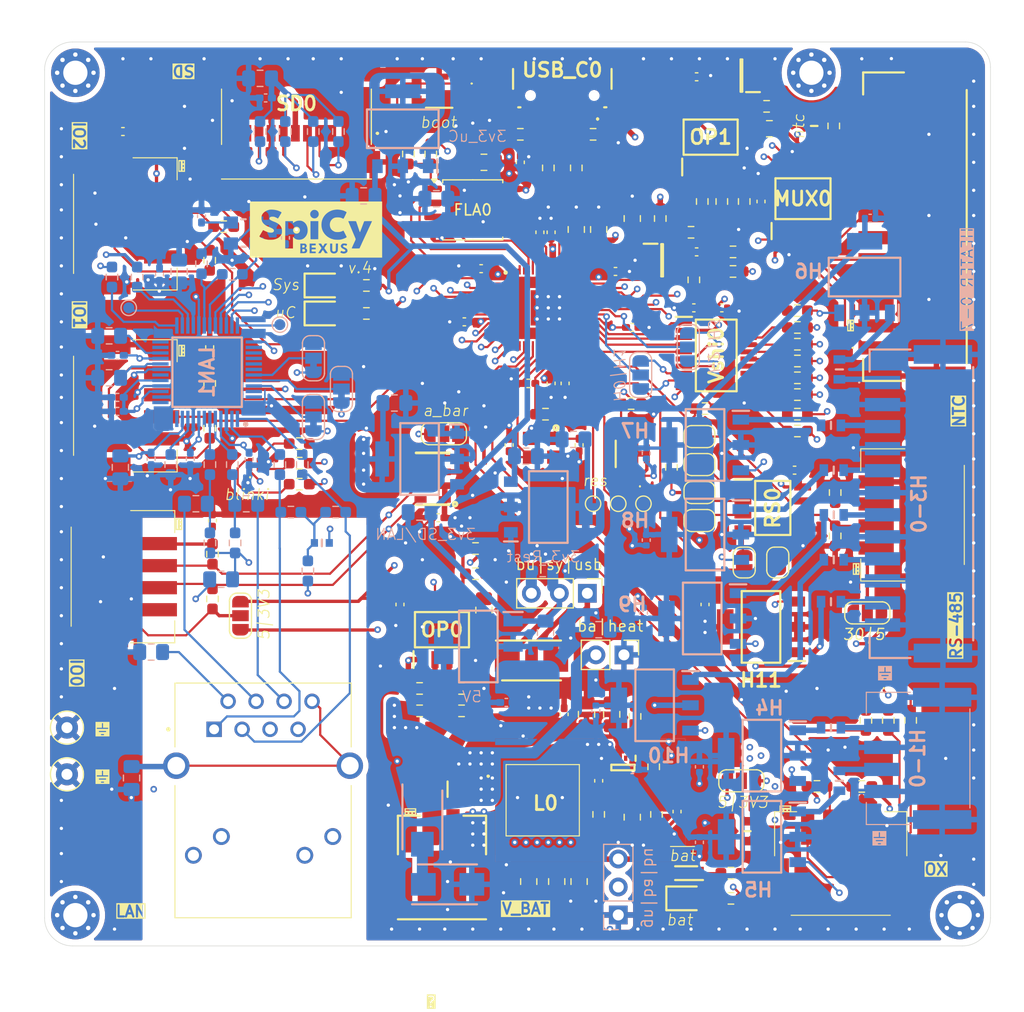
<source format=kicad_pcb>
(kicad_pcb (version 20240108) (generator "pcbnew") (generator_version "8.0")
  (title_block (comment 4 "AISLER Project ID: TLGQIMXQ"))
  (layers (0 "F.Cu" signal) (1 "In1.Cu" signal) (2 "In2.Cu" signal) (31 "B.Cu" signal) (34 "B.Paste" user) (35 "F.Paste" user) (36 "B.SilkS" user "B.Silkscreen") (37 "F.SilkS" user "F.Silkscreen") (38 "B.Mask" user) (39 "F.Mask" user) (44 "Edge.Cuts" user))
  (net 0 "")
  (net 1 "GND")
  (net 2 "/Power/VSys")
  (net 3 "+28V")
  (net 4 "/Heater/Vs_Heat")
  (net 5 "/Power/VBuck")
  (net 6 "/Prozessor/XIN")
  (net 7 "+1V1")
  (net 8 "/Power/V_usb")
  (net 9 "/Sensors/B")
  (net 10 "/Sensors/A")
  (net 11 "/Sensors/Vox")
  (net 12 "/Prozessor/~{USB_BOOT}")
  (net 13 "/Prozessor/QSPI_SS")
  (net 14 "/Prozessor/XOUT")
  (net 15 "/EthernetaSD/RCT")
  (net 16 "/Prozessor/RUN")
  (net 17 "/Prozessor/USB_D+")
  (net 18 "/Prozessor/USB_D-")
  (net 19 "/Prozessor/sda1")
  (net 20 "/Prozessor/scl1")
  (net 21 "/EthernetaSD/RXN")
  (net 22 "/EthernetaSD/RXP")
  (net 23 "/Prozessor/SWCLK")
  (net 24 "/EthernetaSD/TCT")
  (net 25 "/Prozessor/SWD")
  (net 26 "/Prozessor/QSPI_SCLK")
  (net 27 "/Prozessor/QSPI_SD3")
  (net 28 "/Prozessor/QSPI_SD0")
  (net 29 "/Prozessor/QSPI_SD2")
  (net 30 "/Prozessor/QSPI_SD1")
  (net 31 "/Power/v_bat")
  (net 32 "/Power/in+1")
  (net 33 "/Power/in+2")
  (net 34 "/Power/in-1")
  (net 35 "/Power/ADC_curr")
  (net 36 "/Heater/H0")
  (net 37 "/EthernetaSD/Xo")
  (net 38 "/EthernetaSD/F-")
  (net 39 "/Heater/H_0")
  (net 40 "/Sensors/TX1_RS486")
  (net 41 "/Sensors/RX1_RS486")
  (net 42 "/Power/ADC_volt")
  (net 43 "/Heater/H_1")
  (net 44 "/Heater/H_3")
  (net 45 "/Heater/H_2")
  (net 46 "/Heater/H_4")
  (net 47 "/Heater/H_6")
  (net 48 "/Heater/H_7")
  (net 49 "/Heater/H_5")
  (net 50 "/Sensors/ntc -")
  (net 51 "/Sensors/NTC0")
  (net 52 "/Sensors/NTC1")
  (net 53 "/Sensors/NTC4")
  (net 54 "/Sensors/NTC5")
  (net 55 "/Sensors/NTC2")
  (net 56 "/Sensors/NTC3")
  (net 57 "/Prozessor/vol_Temp")
  (net 58 "/Prozessor/A0")
  (net 59 "/Prozessor/A1")
  (net 60 "/Prozessor/A2")
  (net 61 "/Heater/H:0")
  (net 62 "/Heater/H:6")
  (net 63 "/Heater/H2")
  (net 64 "/Heater/H6")
  (net 65 "/Heater/H3")
  (net 66 "/Heater/H7")
  (net 67 "/Heater/H4")
  (net 68 "/Heater/H:1")
  (net 69 "/Heater/H5")
  (net 70 "/Heater/H:7")
  (net 71 "/Heater/H:3")
  (net 72 "/Heater/H:4")
  (net 73 "/Heater/H:5")
  (net 74 "/Heater/H:2")
  (net 75 "/Heater/H1")
  (net 76 "/Prozessor/GPIO0V")
  (net 77 "/Prozessor/scloxy")
  (net 78 "/Prozessor/sdaoxy")
  (net 79 "/Prozessor/sclrs")
  (net 80 "/Prozessor/sdars")
  (net 81 "/Prozessor/scl0")
  (net 82 "/Prozessor/sda0")
  (net 83 "/Prozessor/scl2")
  (net 84 "/Prozessor/sda2")
  (net 85 "/Power/3V3_uC")
  (net 86 "/3V3_rest")
  (net 87 "/5V")
  (net 88 "/EthernetaSD/sck_lan")
  (net 89 "/Sensors/ntc+")
  (net 90 "/Sensors/op-")
  (net 91 "/EthernetaSD/mosi_lan")
  (net 92 "/EthernetaSD/miso_lan")
  (net 93 "/EthernetaSD/LED_LAN_A")
  (net 94 "/EthernetaSD/XI")
  (net 95 "/EthernetaSD/LED_LAN_B")
  (net 96 "/EthernetaSD/cs_lan")
  (net 97 "/EthernetaSD/TXN")
  (net 98 "/EthernetaSD/TXP")
  (net 99 "/EthernetaSD/cs_sd")
  (net 100 "/EthernetaSD/sck_sd")
  (net 101 "/EthernetaSD/mosi_sd")
  (net 102 "/EthernetaSD/miso_sd")
  (net 103 "/3V3lan")
  (net 104 "Net-(!bat0-K)")
  (net 105 "Net-(5sys0-A)")
  (net 106 "Net-(bat0-A)")
  (net 108 "Net-(C25-Pad1)")
  (net 109 "Net-(Vref0-K)")
  (net 110 "Net-(C39-Pad1)")
  (net 111 "Net-(LAN1-1V2O)")
  (net 112 "Net-(LAN1-TOCAP)")
  (net 113 "Net-(C55-Pad2)")
  (net 114 "Net-(C56-Pad2)")
  (net 115 "Net-(Y1-IN{slash}OUT)")
  (net 116 "Net-(C61-Pad2)")
  (net 117 "Net-(D1-A)")
  (net 118 "Net-(JPVOX1-C)")
  (net 120 "Net-(J1-Pad11)")
  (net 121 "Net-(J1-Pad9)")
  (net 122 "Net-(JH0-C)")
  (net 123 "Net-(JH1-C)")
  (net 124 "Net-(JH2-C)")
  (net 125 "Net-(JP1-C)")
  (net 126 "Net-(JP2-C)")
  (net 127 "Net-(JP6-B)")
  (net 128 "Net-(JP7-B)")
  (net 129 "Net-(JP9-C)")
  (net 130 "Net-(LAN1-INTN)")
  (net 132 "Net-(LAN1-RXP)")
  (net 137 "Net-(LAN1-DUPLED)")
  (net 143 "Net-(LAN1-TXP)")
  (net 146 "Net-(LAN1-EXRES1)")
  (net 147 "Net-(LAN1-TXN)")
  (net 149 "Net-(LAN1-RXN)")
  (net 150 "Net-(LED0-GK)")
  (net 151 "Net-(LED0-BK)")
  (net 152 "Net-(LED0-RK)")
  (net 153 "Net-(LED1-RK)")
  (net 154 "Net-(LED1-GK)")
  (net 155 "Net-(LED1-BK)")
  (net 156 "Net-(MUX0-S6)")
  (net 157 "Net-(MUX0-S5)")
  (net 158 "Net-(uC0-A)")
  (net 159 "Net-(USB_C0-CC1)")
  (net 160 "Net-(USB_C0-CC2)")
  (net 161 "Net-(uC1-USB_DP)")
  (net 162 "Net-(uC1-USB_DM)")
  (net 167 "Net-(OP1A--)")
  (net 170 "Net-(OP1A-+)")
  (net 172 "Net-(BAR0-CSB_1)")
  (net 175 "Net-(H4-OUT)")
  (net 176 "Net-(H5-OUT)")
  (net 177 "Net-(H6-OUT)")
  (net 178 "Net-(H7-OUT)")
  (net 179 "Net-(H8-OUT)")
  (net 180 "Net-(H9-OUT)")
  (net 181 "Net-(H10-OUT)")
  (net 182 "Net-(H11-OUT)")
  (net 183 "Net-(H4-IN)")
  (net 184 "Net-(H5-IN)")
  (net 185 "Net-(H6-IN)")
  (net 186 "Net-(H7-IN)")
  (net 187 "Net-(H8-IN)")
  (net 188 "Net-(H9-IN)")
  (net 189 "Net-(H10-IN)")
  (net 190 "Net-(H11-IN)")
  (net 191 "Net-(C10-Pad2)")
  (net 192 "/Power/FB")
  (net 193 "/Power/SW")
  (net 194 "/Power/SS")
  (net 195 "/Power/RT")
  (net 196 "/Power/BST")
  (footprint "Resistor_SMD:R_0603_1608Metric_Pad0.98x0.95mm_HandSolder" (layer "F.Cu") (at 80.01 48.768 90)
    (property "Reference" "R43" (hide yes))
    (property "Value" "1k")
  )
  (footprint "TestPoint:TestPoint_Pad_D1.0mm" (layer "F.Cu") (at 70.104 76.2 180)
    (property "Reference" "TP0" (hide yes))
    (property "Value" "TestPoint" (hide yes))
  )
  (footprint "Resistor_SMD:R_0603_1608Metric_Pad0.98x0.95mm_HandSolder" (layer "F.Cu") (at 66.04 45.72 -90)
    (property "Reference" "R33" (hide yes))
    (property "Value" "27")
  )
  (footprint "Capacitor_SMD:C_0402_1005Metric_Pad0.74x0.62mm_HandSolder" (layer "F.Cu") (at 67.564 65.278 -90)
    (property "Reference" "C35" (hide yes))
    (property "Value" "0.1u")
  )
  (footprint "Resistor_SMD:R_0603_1608Metric_Pad0.98x0.95mm_HandSolder" (layer "F.Cu") (at 79.248 55.88 90)
    (property "Reference" "R47" (hide yes))
    (property "Value" "1k")
  )
  (footprint "SamacSys_Parts:5023520400" (layer "F.Cu") (at 27.686 67.31 -90)
    (property "Reference" "GPIO1" (hide yes))
    (property "Value" "502352-0400" (hide yes))
  )
  (footprint "Resistor_SMD:R_0603_1608Metric_Pad0.98x0.95mm_HandSolder" (layer "F.Cu") (at 76.2 50.3135 -90)
    (property "Reference" "R35" (hide yes))
    (property "Value" "150")
  )
  (footprint "SamacSys_Parts:5023520400" (layer "F.Cu") (at 92.578347 108.815)
    (property "Reference" "Ox0" (hide yes))
    (property "Value" "502352-0400" (hide yes))
  )
  (footprint "SamacSys_Parts:LTRBR37G4R4S01250" (layer "F.Cu") (at 96.896347 91.797 180)
    (property "Reference" "LED1" (hide yes))
    (property "Value" "StatusLED" (hide yes))
  )
  (footprint "Capacitor_SMD:C_0805_2012Metric_Pad1.18x1.45mm_HandSolder" (layer "F.Cu") (at 71.794 95.313 -90)
    (property "Reference" "C14" (hide yes))
    (property "Value" "10u")
  )
  (footprint "Resistor_SMD:R_0402_1005Metric_Pad0.72x0.64mm_HandSolder" (layer "F.Cu") (at 64.262 65.278)
    (property "Reference" "R25" (hide yes))
    (property "Value" "no fit")
  )
  (footprint "SamacSys_Parts:J1B1211CCD" (layer "F.Cu") (at 40.152 103.124)
    (property "Reference" "J1" (hide yes))
    (property "Value" "J1B1211CCD" (hide yes))
  )
  (footprint "MountingHole:MountingHole_2.2mm_M2_Pad_Via" (layer "F.Cu") (at 23.114 37.084)
    (property "Reference" "H0" (hide yes))
    (property "Value" "MountingHole")
  )
  (footprint "Capacitor_SMD:C_0805_2012Metric_Pad1.18x1.45mm_HandSolder" (layer "F.Cu") (at 73.66 50.3135 90)
    (property "Reference" "C36" (hide yes))
    (property "Value" "2u2")
  )
  (footprint "Resistor_SMD:R_0603_1608Metric_Pad0.98x0.95mm_HandSolder" (layer "F.Cu") (at 53.34 44.45 90)
    (property "Reference" "R23" (hide yes))
    (property "Value" "1k")
  )
  (footprint "Capacitor_SMD:C_0805_2012Metric_Pad1.18x1.45mm_HandSolder" (layer "F.Cu") (at 60.198 45.212)
    (property "Reference" "C22" (hide yes))
    (property "Value" "2u2")
  )
  (footprint "SamacSys_Parts:SOP65P640X120-16N" (layer "F.Cu") (at 89.154 48.514 90)
    (property "Reference" "MUX0")
    (property "Value" "TMUX1108PWR" (hide yes))
  )
  (footprint "Capacitor_SMD:C_0805_2012Metric_Pad1.18x1.45mm_HandSolder" (layer "F.Cu") (at 73.66 104.648 90)
    (property "Reference" "C9" (hide yes))
    (property "Value" "33n")
  )
  (footprint "Capacitor_SMD:C_0402_1005Metric_Pad0.74x0.62mm_HandSolder" (layer "F.Cu") (at 67.476 95.313 -90)
    (property "Reference" "C17" (hide yes))
    (property "Value" "0.1u")
  )
  (footprint "Capacitor_SMD:C_0402_1005Metric_Pad0.74x0.62mm_HandSolder" (layer "F.Cu") (at 66.294 65.278 -90)
    (property "Reference" "C29" (hide yes))
    (property "Value" "0.1u")
  )
  (footprint "Capacitor_SMD:C_0402_1005Metric_Pad0.74x0.62mm_HandSolder" (layer "F.Cu") (at 58.42 59.69 180)
    (property "Reference" "C28" (hide yes))
    (property "Value" "0.1u")
  )
  (footprint "Capacitor_SMD:C_0402_1005Metric_Pad0.74x0.62mm_HandSolder" (layer "F.Cu") (at 85.344 48.768 -90)
    (property "Reference" "C38" (hide yes))
    (property "Value" "DNP")
  )
  (footprint "Capacitor_SMD:C_0402_1005Metric" (layer "F.Cu") (at 79.248 58.42 180)
    (property "Reference" "C63" (hide yes))
    (property "Value" "0.1u")
  )
  (footprint "SamacSys_Parts:SOIC127P600X175-8N" (layer "F.Cu") (at 56.388 87.63 90)
    (property "Reference" "OP0")
    (property "Value" "LM2904AVQDRQ1" (hide yes))
  )
  (footprint "Resistor_SMD:R_0603_1608Metric_Pad0.98x0.95mm_HandSolder" (layer "F.Cu") (at 43.434 72.517)
    (property "Reference" "R30" (hide yes))
    (property "Value" "220")
  )
  (footprint "Resistor_SMD:R_0603_1608Metric_Pad0.98x0.95mm_HandSolder" (layer "F.Cu") (at 85.852 40.132)
    (property "Reference" "R36" (hide yes))
    (property "Value" "270")
  )
  (footprint "SamacSys_Parts:5023520400" (layer "F.Cu") (at 27.686 50.8 -90)
    (property "Reference" "GPIO0" (hide yes))
    (property "Value" "502352-0400" (hide yes))
  )
  (footprint "Resistor_SMD:R_0603_1608Metric_Pad0.98x0.95mm_HandSolder" (layer "F.Cu") (at 75.858 104.394 -90)
    (property "Reference" "R15" (hide yes))
    (property "Value" "64.9k")
  )
  (footprint "Resistor_SMD:R_0603_1608Metric_Pad0.98x0.95mm_HandSolder" (layer "F.Cu") (at 65.786 68.072 180)
    (property "Reference" "R27" (hide yes))
    (property "Value" "1k  1%")
  )
  (footprint "Resistor_SMD:R_0603_1608Metric_Pad0.98x0.95mm_HandSolder" (layer "F.Cu") (at 49.53 58.928)
    (property "Reference" "R5" (hide yes))
    (property "Value" "680")
  )
  (footprint "SamacSys_Parts:LEDM2012X120N" (layer "F.Cu") (at 78.552 109.728 180)
    (property "Reference" "!bat0" (hide yes))
    (property "Value" "APTD2012LSURCK" (hide yes))
  )
  (footprint "MountingHole:MountingHole_2.2mm_M2_Pad_Via" (layer "F.Cu") (at 89.916 37.084)
    (property "Reference" "H1" (hide yes))
    (property "Value" "MountingHole")
  )
  (footprint "Resistor_SMD:R_0603_1608Metric_Pad0.98x0.95mm_HandSolder" (layer "F.Cu") (at 35.306 65.278 90)
    (property "Reference" "R18" (hide yes))
    (property "Value" "4.7k")
  )
  (footprint "Resistor_SMD:R_0603_1608Metric_Pad0.98x0.95mm_HandSolder" (layer "F.Cu") (at 82.804 53.34 180)
    (property "Reference" "R38" (hide yes))
    (property "Value" "10k")
  )
  (footprint "Capacitor_SMD:C_0402_1005Metric_Pad0.74x0.62mm_HandSolder" (layer "F.Cu") (at 62.484 70.866 90)
    (property "Reference" "C24" (hide yes))
    (property "Value" "15p 5%")
  )
  (footprint "SamacSys_Parts:Logo" (layer "F.Cu") (at 44.958 51.308)
    (property "Reference" "G***" (hide yes))
    (property "Value" "LOGO" (hide yes))
  )
  (footprint "Resistor_SMD:R_0603_1608Metric_Pad0.98x0.95mm_HandSolder" (layer "F.Cu") (at 59.436 82.55)
    (property "Reference" "R10" (hide yes))
    (property "Value" "10k")
  )
  (footprint "SamacSys_Parts:SOIC127P600X175-8N" (layer "F.Cu") (at 80.772 42.926 90)
    (property "Reference" "OP1")
    (property "Value" "TLV9002QDRQ1" (hide yes))
  )
  (footprint "Resistor_SMD:R_0603_1608Metric_Pad0.98x0.95mm_HandSolder" (layer "F.Cu") (at 58.166 92.964 180)
    (property "Reference" "R8" (hide yes))
    (property "Value" "1M")
  )
  (footprint "SamacSys_Parts:SOTFL50P160X60-8N" (layer "F.Cu") (at 72.81 100.139 -90)
    (property "Reference" "BUCK0" (hide yes))
    (property "Value" "TPS62933DRLR" (hide yes))
  )
  (footprint "Capacitor_SMD:C_0402_1005Metric_Pad0.74x0.62mm_HandSolder" (layer "F.Cu") (at 27.432 42.418 180)
    (property "Reference" "C19" (hide yes))
    (property "Value" "0.1u")
  )
  (footprint "TestPoint:TestPoint_Loop_D1.80mm_Drill1.0mm_Beaded" (layer "F.Cu") (at 22.352 96.52)
    (property "Reference" "TPGND0" (hide yes))
    (property "Value" "TestPoint_Probe")
  )
  (footprint "Resistor_SMD:R_0603_1608Metric_Pad0.98x0.95mm_HandSolder" (layer "F.Cu") (at 92.075 75.184 -90)
    (property "Reference" "R49" (hide yes))
    (property "Value" "100")
  )
  (footprint "Capacitor_SMD:C_0402_1005Metric_Pad0.74x0.62mm_HandSolder" (layer "F.Cu") (at 35.306 61.976 90)
    (property "Reference" "C20" (hide yes))
    (property "Value" "0.1u")
  )
  (footprint "SamacSys_Parts:5023520400" (layer "F.Cu") (at 99.06 77.216 90)
    (property "Reference" "RS-0" (hide yes))
    (property "Value" "502352-0400" (hide yes))
  )
  (footprint "Capacitor_SMD:C_0402_1005Metric" (layer "F.Cu") (at 81.788 58.42)
    (property "Reference" "C67" (hide yes))
    (property "Value" "0.1u")
  )
  (footprint "Jumper:SolderJumper-3_P1.3mm_Open_RoundedPad1.0x1.5mm_NumberLabels" (layer "F.Cu") (at 56.558 69.844 180)
    (property "Reference" "JPVOX0" (hide yes))
    (property "Value" "SolderJumper_3_Open" (hide yes))
  )
  (footprint "Capacitor_SMD:C_0402_1005Metric_Pad0.74x0.62mm_HandSolder" (layer "F.Cu") (at 70.612 101.346 -90)
    (property "Reference" "C10" (hide yes))
    (property "Value" "0.1u")
  )
  (footprint "Capacitor_SMD:C_0805_2012Metric_Pad1.18x1.45mm_HandSolder" (layer "F.Cu") (at 69.508 95.313 -90)
    (property "Reference" "C15" (hide yes))
    (property "Value" "DNP")
  )
  (footprint "Resistor_SMD:R_0603_1608Metric_Pad0.98x0.95mm_HandSolder" (layer "F.Cu") (at 36.576 51.054)
    (property "Reference" "R17" (hide yes))
    (property "Value" "4.7k")
  )
  (footprint "Resistor_SMD:R_0603_1608Metric_Pad0.98x0.95mm_HandSolder" (layer "F.Cu") (at 88.646 60.198 180)
    (property "Reference" "R78" (hide yes))
    (property "Value" "100")
  )
  (footprint "MountingHole:MountingHole_2.2mm_M2_Pad_Via" (layer "F.Cu") (at 103.378 113.538)
    (property "Reference" "H2" (hide yes))
    (property "Value" "MountingHole")
  )
  (footprint "Capacitor_SMD:C_0402_1005Metric_Pad0.74x0.62mm_HandSolder" (layer "F.Cu") (at 72.136 55.118)
    (property "Reference" "C31" (hide yes))
    (property "Value" "0.1u")
  )
  (footprint "SamacSys_Parts:FUSC1608X70N" (layer "F.Cu") (at 84.074 105.918 90)
    (property "Reference" "F0" (hide yes))
    (property "Value" "MF-FSML100_8-2" (hide yes))
  )
  (footprint "Capacitor_SMD:C_0805_2012Metric_Pad1.18x1.45mm_HandSolder" (layer "F.Cu") (at 86.106 42.164 180)
    (property "Reference" "C40" (hide yes))
    (property "Value" "10u")
  )
  (footprint "SamacSys_Parts:SOT95P237X112-3N" (layer "F.Cu") (at 76.370676 54.102)
    (property "Reference" "Vref0" (hide yes))
    (property "Value" "LM4040BIM3-3.0_NOPB" (hide yes))
  )
  (footprint "Jumper:SolderJumper-2_P1.3mm_Open_RoundedPad1.0x1.5mm" (layer "F.Cu") (at 79.756 75.184)
    (property "Reference" "JP6" (hide yes))
    (property "Value" "SolderJumper_2_Open" (hide yes))
  )
  (footprint "SamacSys_Parts:GSB1C41110SSHR" (layer "F.Cu") (at 67.31 36.83 180)
    (property "Reference" "USB_C0")
    (property "Value" "GSB1C41110SSHR" (hide yes))
  )
  (footprint "Capacitor_SMD:C_0402_1005Metric_Pad0.74x0.62mm_HandSolder" (layer "F.Cu") (at 35.56 77.724 90)
    (property "Reference" "C21" (hide yes))
    (property "Value" "0.1u")
  )
  (footprint "SamacSys_Parts:435441019830" (layer "F.Cu") (at 73.5565 71.67525 -90)
    (property "Reference" "S_RES0" (hide yes))
    (property "Value" "435441019830" (hide yes))
  )
  (footprint "Capacitor_SMD:C_0402_1005Metric_Pad0.74x0.62mm_HandSolder" (layer "F.Cu") (at 65.278 51.562 90)
    (property "Reference" "C32" (hide yes))
    (property "Value" "0.1u")
  )
  (footprint "Resistor_SMD:R_0603_1608Metric_Pad0.98x0.95mm_HandSolder" (layer "F.Cu") (at 94.864347 95.861 90)
    (property "Reference" "R42" (hide yes))
    (property "Value" "680")
  )
  (footprint "TestPoint:TestPoint_Loop_D1.80mm_Drill1.0mm_Beaded" (layer "F.Cu") (at 22.352 100.76)
    (property "Reference" "TPGND1" (hide yes))
    (property "Value" "TestPoint_Probe")
  )
  (footprint "Resistor_SMD:R_0603_1608Metric_Pad0.98x0.95mm_HandSolder" (layer "F.Cu") (at 88.646 66.294 180)
    (property "Reference" "R84" (hide yes))
    (property "Value" "100")
  )
  (footprint "Resistor_SMD:R_0603_1608Metric_Pad0.98x0.95mm_HandSolder" (layer "F.Cu") (at 94.488 101.854)
    (property "Reference" "R46" (hide yes))
    (property "Value" "4.7k")
  )
  (footprint "Resistor_SMD:R_0603_1608Metric_Pad0.98x0.95mm_HandSolder" (layer "F.Cu") (at 91.948 41.91 90)
    (property "Reference" "R87" (hide yes))
    (property "Value" "10k")
  )
  (footprint "Jumper:SolderJumper-3_P1.3mm_Open_RoundedPad1.0x1.5mm_NumberLabels" (layer "F.Cu") (at 83.566 101.346)
    (property "Reference" "JPVOX1" (hide yes))
    (property "Value" "SolderJumper_3_Open" (hide yes))
  )
  (footprint "Resistor_SMD:R_0603_1608Metric_Pad0.98x0.95mm_HandSolder" (layer "F.Cu") (at 82.804 55.118 180)
    (property "Reference" "R39" (hide yes))
    (property "Value" "72,5k")
  )
  (footprint "Resistor_SMD:R_0603_1608Metric_Pad0.98x0.95mm_HandSolder" (layer "F.Cu") (at 59.436 80.264 180)
    (property "Reference" "R9" (hide yes))
    (property "Value" "100k")
  )
  (footprint "Resistor_SMD:R_0603_1608Metric_Pad0.98x0.95mm_HandSolder" (layer "F.Cu") (at 96.896347 95.861 90)
    (property "Reference" "R40" (hide yes))
    (property "Value" "270")
  )
  (footprint "MountingHole:MountingHole_2.2mm_M2_Pad_Via" (layer "F.Cu") (at 23.114 113.538)
    (property "Reference" "H3" (hide yes))
    (property "Value" "MountingHole")
  )
  (footprint "SamacSys_Parts:SOIC127P600X175-8N" (layer "F.Cu") (at 86.411805 76.581)
    (property "Reference" "RS0")
    (property "Value" "MAX3485AEASA+T" (hide yes))
  )
  (footprint "Capacitor_SMD:C_0805_2012Metric_Pad1.18x1.45mm_HandSolder" (layer "F.Cu") (at 68.58 51.308 -90)
    (property "Reference" "C34" (hide yes))
    (property "Value" "2u2")
  )
  (footprint "SamacSys_Parts:DIOM5336X245N" (layer "F.Cu") (at 64.516 90.424)
    (property "Reference" "D0" (hide yes))
    (property "Value" "RBR2LB60BTBR1" (hide yes))
  )
  (footprint "Capacitor_SMD:C_0402_1005Metric_Pad0.74x0.62mm_HandSolder" (layer "F.Cu") (at 73.66 60.198)
    (property "Reference" "C30" (hide yes))
    (property "Value" "0.1u")
  )
  (footprint "Resistor_SMD:R_0603_1608Metric_Pad0.98x0.95mm_HandSolder" (layer "F.Cu") (at 68.58 45.72 -90)
    (property "Reference" "R34" (hide yes))
    (property "Value" "27")
  )
  (footprint "Resistor_SMD:R_0603_1608Metric_Pad0.98x0.95mm_HandSolder" (layer "F.Cu") (at 35.306 54.102 -90)
    (property "Reference" "R20" (hide yes))
    (property "Value" "4.7k")
  )
  (footprint "SamacSys_Parts:SOT230P700X170-4N" (layer "F.Cu") (at 85.344 87.376 180)
    (property "Reference" "H11")
    (property "Value" "ITS4200S-ME-O" (hide yes))
  )
  (footprint "Resistor_SMD:R_0603_1608Metric_Pad0.98x0.95mm_HandSolder" (layer "F.Cu") (at 54.356 92.964)
    (property "Reference" "R13" (hide yes))
    (property "Value" "1M")
  )
  (footprint "TestPoint:TestPoint_Pad_D1.0mm" (layer "F.Cu") (at 72.39 76.2 180)
    (property "Reference" "TP1" (hide yes))
    (property "Value" "TestPoint" (hide yes))
  )
  (footprint "Capacitor_SMD:C_0402_1005Metric_Pad0.74x0.62mm_HandSolder" (layer "F.Cu") (at 63.5 45.212 90)
    (property "Reference" "C23" (hide yes))
    (property "Value" "0.1uF")
  )
  (footprint "Resistor_SMD:R_0603_1608Metric_Pad0.98x0.95mm_HandSolder" (layer "F.Cu") (at 63.5 42.672)
    (property "Reference" "R32" (hide yes))
    (property "Value" "5.1k")
  )
  (footprint "Resistor_SMD:R_0603_1608Metric_Pad0.98x0.95mm_HandSolder" (layer "F.Cu") (at 88.646 64.77 180)
    (property "Reference" "R83" (hide yes))
    (property "Value" "100")
  )
  (footprint "Resistor_SMD:R_0603_1608Metric_Pad0.98x0.95mm_HandSolder" (layer "F.Cu") (at 54.356 94.996 180)
    (property "Reference" "R12" (hide yes))
    (property "Value" "1k")
  )
  (footprint "Resistor_SMD:R_0603_1608Metric_Pad0.98x0.95mm_HandSolder" (layer "F.Cu") (at 83.82 48.768 90)
    (property "Reference" "R37" (hide yes))
    (property "Value" "5k")
  )
  (footprint "SamacSys_Parts:LTRBR37G4R4S01250" (layer "F.Cu") (at 39.37 72.644 180)
    (property "Reference" "LED0" (hide yes))
    (property "Value" "StatusLED" (hide yes))
  )
  (footprint "Jumper:SolderJumper-2_P1.3mm_Open_RoundedPad1.0x1.5mm" (layer "F.Cu") (at 79.756 77.724)
    (property "Reference" "JP7" (hide yes))
    (property "Value" "SolderJumper_2_Open" (hide yes))
  )
  (footprint "Resistor_SMD:R_0603_1608Metric_Pad0.98x0.95mm_HandSolder" (layer "F.Cu") (at 92.075 79.121 90)
    (property "Reference" "R50" (hide yes))
    (property "Value" "100")
  )
  (footprint "Resistor_SMD:R_0603_1608Metric_Pad0.98x0.95mm_HandSolder" (layer "F.Cu") (at 35.306 69.342 -90)
    (property "Reference" "R21" (hide yes))
    (property "Value" "4.7k")
  )
  (footprint "Resistor_SMD:R_0603_1608Metric_Pad0.98x0.95mm_HandSolder" (layer "F.Cu") (at 88.646 61.722 180)
    (property "Reference" "R79" (hide yes))
    (property "Value" "100")
  )
  (footprint "SamacSys_Parts:5023520200" (layer "F.Cu") (at 56.388 104.516)
    (property "Reference" "V_BAT0" (hide yes))
    (property "Value" "502352-0200" (hide yes))
  )
  (footprint "SamacSys_Parts:LEDC2012X120N" (layer "F.Cu") (at 45.72 58.928)
    (property "Reference" "uC0" (hide yes))
    (property "Value" "APTD2012LCGCK" (hide yes))
  )
  (footprint "Package_SO:SOIC-8_5.23x5.23mm_P1.27mm" (layer "F.Cu") (at 59.182 49.53)
    (property "Reference" "FLA0")
    (property "Value" "W25Q128JVS")
  )
  (footprint "Capacitor_SMD:C_0402_1005Metric_Pad0.74x0.62mm_HandSolder" (layer "F.Cu") (at 88.392 73.152 180)
    (property "Reference" "C42" (hide yes))
    (property "Value" "1u")
  )
  (footprint "SamacSys_Parts:LEDC2012X120N" (layer "F.Cu") (at 45.72 56.388)
    (property "Reference" "5sys0" (hide yes))
    (property "Value" "APTD2012LCGCK" (hide yes))
  )
  (footprint "SamacSys_Parts:RESC3216X90N" (layer "F.Cu") (at 56.896 102.108)
    (property "Reference" "R_shunt0" (hide yes))
    (property "Value" "1mOhm" (hide yes))
  )
  (footprint "Resistor_SMD:R_0603_1608Metric_Pad0.98x0.95mm_HandSolder" (layer "F.Cu") (at 75.604 100.076 -90)
    (property "Reference" "R16" (hide yes))
    (property "Value" "10k")
  )
  (footprint "Capacitor_SMD:C_0402_1005Metric_Pad0.74x0.62mm_HandSolder" (layer "F.Cu") (at 68.834 70.866 -90)
    (property "Reference" "C25" (hide yes))
    (property "Value" "15p 5%")
  )
  (footprint "SamacSys_Parts:LEDC2012X120N" (layer "F.Cu") (at 78.552 112.014)
    (property "Reference" "bat0" (hide yes))
    (property "Value" "APTD2012LCGCK" (hide yes))
  )
  (footprint "SamacSys_Parts:ABM8G" (layer "F.Cu") (at 65.532 71.12 180)
    (property "Reference" "Y0" (hide yes))
    (property "Value" "ABM8G-12.000MHZ-4Y-T3" (hide yes))
  )
  (footprint "Resistor_SMD:R_0603_1608Metric_Pad0.98x0.95mm_HandSolder" (layer "F.Cu") (at 80.264 67.564)
    (property "Reference" "R86" (hide yes))
    (property "Value" "100")
  )
  (footprint "Jumper:SolderJumper-2_P1.3mm_Open_RoundedPad1.0x1.5mm" (layer "F.Cu") (at 83.82 81.534 90)
    (property "Reference" "JP8" (hide yes))
    (property "Value" "SolderJumper_2_Open" (hide yes))
  )
  (footprint "Capacitor_SMD:C_0805_2012Metric_Pad1.18x1.45mm_HandSolder" (layer "F.Cu") (at 60.198 85.852 90)
    (property "Reference" "C8" (hide yes))
    (property "Value" "10u")
  )
  (footprint "Capacitor_SMD:C_0402_1005Metric_Pad0.74x0.62mm_HandSolder" (layer "F.Cu") (at 59.944 54.864 180)
    (property "Reference" "C26" (hide yes))
    (property "Value" "0.1u")
  )
  (footprint "Capacitor_SMD:C_0805_2012Metric_Pad1.18x1.45mm_HandSolder" (layer "F.Cu") (at 66.802 110.49 90)
    (property "Reference" "C16" (hide yes))
    (property "Value" "22u")
  )
  (footprint "Capacitor_SMD:C_0402_1005Metric_Pad0.74x0.62mm_HandSolder" (layer "F.Cu") (at 79.502 53.34)
    (property "Reference" "C39" (hide yes))
    (property "Value" "DNP")
  )
  (footprint "Resistor_SMD:R_0603_1608Metric_Pad0.98x0.95mm_HandSolder" (layer "F.Cu") (at 77.216 72.898 90)
    (property "Reference" "R85" (hide yes))
    (property "Value" "100")
  )
  (footprint "Resistor_SMD:R_0603_1608Metric_Pad0.98x0.95mm_HandSolder" (layer "F.Cu") (at 70.612 104.394 90)
    (property "Reference" "R14" (hide yes))
    (property "Value" "0")
  )
  (footprint "Connector_PinHeader_2.54mm:PinHeader_1x03_P2.54mm_Vertical" (layer "F.Cu") (at 69.581 84.328 -90)
    (property "Reference" "JB_or_U0" (hide yes))
    (property "Value" "Conn_01x03")
  )
  (footprint "Jumper:SolderJumper-2_P1.3mm_Open_RoundedPad1.0x1.5mm" (layer "F.Cu") (at 86.868 81.534 -90)
    (property "Reference" "JP4" (hide yes))
    (property "Value" "SolderJumper_2_Open" (hide yes))
  )
  (footprint "SamacSys_Parts:MS561101BA03-50" (layer "F.Cu") (at 55.542 73.934 180)
    (property "Reference" "BAR0" (hide yes))
    (property "Value" "MS561101BA03-50" (hide yes))
  )
  (footprint "SamacSys_Parts:QFN40P700X700X90-57N-D" (layer "F.Cu") (at 66.04 58.42)
    (property "Reference" "uC1" (hide yes))
    (property "Value" "SC0914_7_" (hide yes))
  )
  (footprint "Capacitor_SMD:C_0402_1005Metric_Pad0.74x0.62mm_HandSolder" (layer "F.Cu") (at 66.294 51.562 90)
    (property "Reference" "C27" (hide yes))
    (property "Value" "0.1u")
  )
  (footprint "Jumper:SolderJumper-2_P1.3mm_Open_RoundedPad1.0x1.5mm" (layer "F.Cu") (at 79.756 70.104 180)
    (property "Reference" "JP3" (hide yes))
    (property "Value" "SolderJumper_2_Open" (hide yes))
  )
  (footprint "Resistor_SMD:R_0603_1608Metric_Pad0.98x0.95mm_HandSolder" (layer "F.Cu") (at 55.372 44.45 -90)
    (property "Reference" "R24" (hide yes))
    (property "Value" "10k but unessesary" (hide yes))
  )
  (footprint "Jumper:SolderJumper-3_P1.3mm_Open_RoundedPad1.0x1.5mm_NumberLabels" (layer "F.Cu") (at 38.1 86.36 -90)
    (property "Reference" "JP0" (hide yes))
    (property "Value" "SolderJumper_3_Open")
  )
  (footprint "Resistor_SMD:R_0603_1608Metric_Pad0.98x0.95mm_HandSolder" (layer "F.Cu") (at 35.56 84.836 -90)
    (property "Reference" "R22" (hide yes))
    (property "Value" "4.7k")
  )
  (footprint "Resistor_SMD:R_0603_1608Metric_Pad0.98x0.95mm_HandSolder" (layer "F.Cu") (at 49.53 56.388)
    (property "Reference" "R6" (hide yes))
    (property "Value" "1500")
  )
  (footprint "Resistor_SMD:R_0603_1608Metric_Pad0.98x0.95mm_HandSolder" (layer "F.Cu") (at 88.646 63.246 180)
    (property "Reference" "R80" (hide yes))
    (property "Value" "100")
  )
  (footprint "Resistor_SMD:R_0603_1608Metric_Pad0.98x0.95mm_HandSolder" (layer "F.Cu") (at 98.928347 95.861 -90)
    (property "Reference" "R41" (hide yes))
    (property "Value" "220")
  )
  (footprint "SamacSys_Parts:693072010801" (layer "F.Cu") (at 43.18 39.878)
    (property "Reference" "SD0")
    (property "Value" "693072010801" (hide yes))
  )
  (footprint "Resistor_SMD:R_0603_1608Metric_Pad0.98x0.95mm_HandSolder" (layer "F.Cu") (at 81.788 48.768 -90)
    (property "Reference" "R44" (hide yes))
    (property "Value" "1k")
  )
  (footprint "Capacitor_SMD:C_0805_2012Metric_Pad1.18x1.45mm_HandSolder" (layer "F.Cu") (at 68.834 110.49 90)
    (property "Reference" "C18" (hide yes))
    (property "Value" "DNP")
  )
  (footprint "Resistor_SMD:R_0603_1608Metric_Pad0.98x0.95mm_HandSolder" (layer "F.Cu") (at 58.166 94.996)
    (property "Reference" "R7" (hide yes))
    (property "Value" "1k")
  )
  (footprint "Resistor_SMD:R_0603_1608Metric_Pad0.98x0.95mm_HandSolder" (layer "F.Cu") (at 43.434 70.739 180)
    (property "Reference" "R31" (hide yes))
    (property "Value" "680")
  )
  (footprint "SamacSys_Parts:435441019830" (layer "F.Cu") (at 56.134 38.862)
    (property "Reference" "S_BOOT0" (hide yes))
    (property "Value" "435441019830" (hide yes))
  )
  (footprint "Resistor_SMD:R_0603_1608Metric_Pad0.98x0.95mm_HandSolder" (layer "F.Cu") (at 43.434 74.422 180)
    (property "Reference" "R29" (hide yes))
    (property "Value" "270")
  )
  (footprint "Capacitor_SMD:C_0805_2012Metric_Pad1.18x1.45mm_HandSolder" (layer "F.Cu") (at 64.262 110.49 90)
    (property "Reference" "C13" (hide yes))
    (property "Value" "22u")
  )
  (footprint "Resistor_SMD:R_0603_1608Metric_Pad0.98x0.95mm_HandSolder" (layer "F.Cu") (at 90.424 101.854 180)
    (property "Reference" "R48" (hide yes))
    (property "Value" "4.7k")
  )
  (footprint "SamacSys_Parts:5023520400" (layer "F.Cu") (at 27.469 82.82 -90)
    (property "Reference" "GPIO2" (hide yes))
    (property "Value" "502352-0400" (hide yes))
  )
  (footprint "Capacitor_SMD:C_0402_1005Metric" (layer "F.Cu") (at 80.264 85.344 90)
    (property "Reference" "C68" (hide yes))
    (property "Value" "0.22u (grob)")
  )
  (footprint "Resistor_SMD:R_0603_1608Metric_Pad0.98x0.95mm_HandSolder" (layer "F.Cu") (at 73.914 95.504 90)
    (property "Reference" "R11" (hide yes))
    (property "Value" "DNP")
  )
  (footprint "SamacSys_Parts:SOT95P237X112-3N" (layer "F.Cu") (at 83.566 37.338 180)
    (property "Reference" "Vref1" (hide yes))
    (property "Value" "LM4040BIM3-3.0_NOPB" (hide yes))
  )
  (footprint "TestPoint:TestPoint_Pad_D1.0mm" (layer "F.Cu") (at 74.676 76.2 180)
    (property "Reference" "TP2" (hide yes))
    (property "Value" "TestPoint" (hide yes))
  )
  (footprint "Connector_PinHeader_2.54mm:PinHeader_1x02_P2.54mm_Vertical" (layer "F.Cu") (at 72.903 89.916 -90)
    (property "Reference" "JHEAT0" (hide yes))
    (property "Value" "PinHeader_2.54mm")
  )
  (footprint "Resistor_SMD:R_0603_1608Metric_Pad0.98x0.95mm_HandSolder" (layer "F.Cu") (at 35.56 80.772 90)
    (property "Reference" "R19" (hide yes))
    (property "Value" "4.7k")
  )
  (footprint "Resistor_SMD:R_0603_1608Metric_Pad0.98x0.95mm_HandSolder" (layer "F.Cu") (at 78.994 51.562)
    (property "Reference" "R45" (hide yes))
    (property "Value" "10k")
  )
  (footprint "Capacitor_SMD:C_0402_1005Metric_Pad0.74x0.62mm_HandSolder" (layer "F.Cu") (at 79.502 37.449805 180)
    (property "Reference" "C41" (hide yes))
    (property "Value" "0.1uF")
  )
  (footprint "SamacSys_Parts:5023521210" (layer "F.Cu") (at 99.314 51.054 90)
    (property "Reference" "NTCs0" (hide yes))
    (property "Value" "502352-1210" (hide yes))
  )
  (footprint "SamacSys_Parts:74439346068" (layer "F.Cu") (at 65.532 103.124)
    (property "Reference" "L0")
    (property "Value" "74439346068" (hide yes))
  )
  (footprint "Jumper:SolderJumper-2_P1.3mm_Open_RoundedPad1.0x1.5mm" (layer "F.Cu") (at 79.756 72.644)
    (property "Reference" "JP5" (hide yes))
    (property "Value" "SolderJumper_2_Open" (hide yes))
  )
  (footprint "Jumper:SolderJumper-3_P1.3mm_Open_RoundedPad1.0x1.5mm_NumberLabels" (layer "F.Cu") (at 94.996 86.106)
    (property "Reference" "JP9" (hide yes))
    (property "Value" "SolderJumper_3_Open" (hide yes))
  )
  (footprint "Capacitor_SMD:C_0402_1005Metric_Pad0.74x0.62mm_HandSolder" (layer "F.Cu") (at 56.05 77.47)
    (property "Reference" "C37" (hide yes))
    (property "Value" "0.1uF")
  )
  (footprint "Capacitor_SMD:C_0805_2012Metric_Pad1.18x1.45mm_HandSolder" (layer "F.Cu") (at 70.612 51.308 90)
    (property "Reference" "C33" (hide yes))
    (property "Value" "2u2")
  )
  (footprint "Resistor_SMD:R_0603_1608Metric_Pad0.98x0.95mm_HandSolder" (layer "F.Cu") (at 82.616 109.728)
    (property "Reference" "R0" (hide yes))
    (property "Value" "12k")
  )
  (footprint "Resistor_SMD:R_0603_1608Metric_Pad0.98x0.95mm_HandSolder" (layer "F.Cu") (at 88.646 69.596 180)
    (property "Reference" "R73" (hide yes))
    (property "Value" "100")
  )
  (footprint "Capacitor_SMD:C_0402_1005Metric_Pad0.74x0.62mm_HandSolder" (layer "F.Cu") (at 52.578 85.344 90)
    (property "Reference" "C12" (hide yes))
    (property "Value" "0.1u")
  )
  (footprint "SamacSys_Parts:THRMC1608X90N" (layer "F.Cu") (at 90.17 41.91 90)
    (property "Reference" "RT0" (hide yes))
    (property "Value" "NTCGS163JF103FT8" (hide yes))
  )
  (footprint "Capacitor_SMD:C_0402_1005Metric_Pad0.74x0.62mm_HandSolder" (layer "F.Cu") (at 77.724 104.14 90)
    (property "Reference" "C11" (hide yes))
    (property "Value" "DNP")
  )
  (footprint "Resistor_SMD:R_0603_1608Metric_Pad0.98x0.95mm_HandSolder" (layer "F.Cu") (at 88.646 58.674 180)
    (property "Reference" "R74" (hide yes))
    (property "Value" "100")
  )
  (footprint "SamacSys_Parts:SOP65P640X120-20N" (layer "F.Cu") (at 81.28 62.738)
    (property "Reference" "Vshi0")
    (property "Value" "TXS0108EQPWRQ1" (hide yes))
  )
  (footprint "Resistor_SMD:R_0603_1608Metric_Pad0.98x0.95mm_HandSolder" (layer "F.Cu") (at 73.5565 67.10325 180)
    (property "Reference" "R26" (hide yes))
    (property "Value" "5k")
  )
  (footprint "Resistor_SMD:R_0603_1608Metric_Pad0.98x0.95mm_HandSolder" (layer "F.Cu") (at 70.104 42.672 180)
    (property "Reference" "R28" (hide yes))
    (property "Value" "5.1k")
  )
  (footprint "Resistor_SMD:R_0603_1608Metric_Pad0.98x0.95mm_HandSolder" (layer "F.Cu") (at 82.616 112.014)
    (property "Reference" "R1" (hide yes))
    (property "Value" "12k")
  )
  (footprint "Resistor_SMD:R_0603_1608Metric_Pad0.98x0.95mm_HandSolder" (layer "F.Cu") (at 88.646 68.072 180)
    (property "Reference" "R72" (hide yes))
    (property "Value" "100")
  )
  (footprint "Capacitor_SMD:C_0402_1005Metric" (layer "B.Cu") (at 70.358 94.996 -90)
    (property "Reference" "C71" (hide yes))
    (property "Value" "0.22u (grob)")
  )
  (footprint "Resistor_SMD:R_0603_1608Metric_Pad0.98x0.95mm_HandSolder" (layer "B.Cu") (at 42.164 42.418 90)
    (property "Reference" "R64" (hide yes))
    (property "Value" "10k")
  )
  (footprint "Capacitor_SMD:C_0402_1005Metric_Pad0.74x0.62mm_HandSolder" (layer "B.Cu") (at 38.882 72.136 90)
    (property "Reference" "C47" (hide yes))
    (property "Value" "0.1u")
  )
  (footprint "SamacSys_Parts:DIOM5336X245N" (layer "B.Cu") (at 56.896 110.744)
    (property "Reference" "D2" (hide yes))
    (property "Value" "RBR2LB60BTBR1" (hide yes))
  )
  (footprint "Capacitor_SMD:C_0805_2012Metric_Pad1.18x1.45mm_HandSolder" (layer "B.Cu") (at 64.008 71.882 180)
    (property "Reference" "C0" (hide yes))
    (property "Value" "10u")
  )
  (footprint "Capacitor_SMD:C_0402_1005Metric" (layer "B.Cu") (at 74.93 79.502 -90)
    (property "Reference" "C74" (hide yes))
    (property "Value" "0.22u (grob)")
  )
  (footprint "TestPoint:TestPoint_Pad_D1.0mm" (layer "B.Cu") (at 27.96 58.42 180)
    (property "Reference" "TP4" (hide yes))
    (property "Value" "TestPoint" (hide yes))
  )
  (footprint "Capacitor_SMD:C_0805_2012Metric_Pad1.18x1.45mm_HandSolder" (layer "B.Cu") (at 54.356 76.962)
    (property "Reference" "C2" (hide yes))
    (property "Value" "10u")
  )
  (footprint "Capacitor_SMD:C_0805_2012Metric_Pad1.18x1.45mm_HandSolder" (layer "B.Cu") (at 34.056 76.2)
    (property "Reference" "C56" (hide yes))
    (property "Value" "6.8n")
  )
  (footprint "Capacitor_SMD:C_0805_2012Metric_Pad1.18x1.45mm_HandSolder" (layer "B.Cu") (at 32.532 55.118 -90)
    (property "Reference" "C44" (hide yes))
    (property "Value" "10uF/16V")
  )
  (footprint "Jumper:SolderJumper-3_P1.3mm_Open_RoundedPad1.0x1.5mm_NumberLabels" (layer "B.Cu") (at 74.422 64.516 -90)
    (property "Reference" "JP2" (hide yes))
    (property "Value" "SolderJumper_3_Open" (hide yes))
  )
  (footprint "SamacSys_Parts:SOT230P700X180-4N" (layer "B.Cu") (at 52.832 42.164 90)
    (property "Reference" "LRuC0" (hide yes))
    (property "Value" "NCP1117ST33T3G" (hide yes))
  )
  (footprint "Resistor_SMD:R_0603_1608Metric_Pad0.98x0.95mm_HandSolder" (layer "B.Cu") (at 43.708 72.644 90)
    (property "Reference" "R56" (hide yes))
    (property "Value" "0R")
  )
  (footprint "Capacitor_SMD:C_0402_1005Metric_Pad0.74x0.62mm_HandSolder" (layer "B.Cu") (at 34.564 50.104 -90)
    (property "Reference" "C58" (hide yes))
    (property "Value" "18p")
  )
  (footprint "Capacitor_SMD:C_0805_2012Metric_Pad1.18x1.45mm_HandSolder" (layer "B.Cu") (at 29.992 89.662)
    (property "Reference" "C57" (hide yes))
    (property "Value" "22nF")
  )
  (footprint "Capacitor_SMD:C_0402_1005Metric" (layer "B.Cu") (at 74.676 86.106 90)
    (property "Reference" "C73" (hide yes))
    (property "Value" "0.22u (grob)")
  )
  (footprint "Capacitor_SMD:C_0402_1005Metric" (layer "B.Cu") (at 74.93 71.628 -90)
    (property "Reference" "C66" (hide yes))
    (property "Value" "0.22u (grob)")
  )
  (footprint "Capacitor_SMD:C_0402_1005Metric_Pad0.74x0.62mm_HandSolder" (layer "B.Cu") (at 40.386 39.37 180)
    (property "Reference" "C60" (hide yes))
    (property "Value" "0.1u")
  )
  (footprint "SamacSys_Parts:SOT230P700X170-4N" (layer "B.Cu") (at 85.426 106.426 180)
    (property "Reference" "H5")
    (property "Value" "ITS4200S-ME-O" (hide yes))
  )
  (footprint "SamacSys_Parts:FUSC1608X70N" (layer "B.Cu") (at 91.948 77.216)
    (property "Reference" "F6" (hide yes))
    (property "Value" "MF-FSML100_8-2" (hide yes))
  )
  (footprint "TestPoint:TestPoint_Pad_D1.0mm" (layer "B.Cu") (at 41.676 59.944 90)
    (property "Reference" "TP3" (hide yes))
    (property "Value" "TestPoint" (hide yes))
  )
  (footprint "Resistor_SMD:R_0603_1608Metric_Pad0.98x0.95mm_HandSolder" (layer "B.Cu") (at 65.532 82.296 180)
    (property "Reference" "R2" (hide yes))
    (property "Value" "0")
  )
  (footprint "Capacitor_SMD:C_0402_1005Metric_Pad0.74x0.62mm_HandSolder" (layer "B.Cu") (at 42.184 52.07 -90)
    (property "Reference" "C62" (hide yes))
    (property "Value" "18p")
  )
  (footprint "Capacitor_SMD:C_0805_2012Metric_Pad1.18x1.45mm_HandSolder" (layer "B.Cu") (at 38.628 76.2 180)
    (property "Reference" "C55" (hide yes))
    (property "Value" "6.8n")
  )
  (footprint "Jumper:SolderJumper-3_P1.3mm_Bridged12_RoundedPad1.0x1.5mm_NumberLabels" (layer "B.Cu") (at 47.264 65.786 90)
    (property "Reference" "JH1" (hide yes))
    (property "Value" "Jumper_3_Bridged12" (hide yes))
  )
  (footprint "Resistor_SMD:R_0603_1608Metric_Pad0.98x0.95mm_HandSolder" (layer "B.Cu") (at 34.564 54.422 -90)
    (property "Reference" "R61" (hide yes))
    (property "Value" "0R")
  )
  (footprint "Capacitor_SMD:C_0402_1005Metric_Pad0.74x0.62mm_HandSolder" (layer "B.Cu") (at 26.944 66.548)
    (property "Reference" "C50" (hide yes))
    (property "Value" "0.1u")
  )
  (footprint "Capacitor_SMD:C_0805_2012Metric_Pad1.18x1.45mm_HandSolder" (layer "B.Cu") (at 68.326 70.358)
    (property "Reference" "C4" (hide yes))
    (property "Value" "10u")
  )
  (footprint "Capacitor_SMD:C_0805_2012Metric_Pad1.18x1.45mm_HandSolder" (layer "B.Cu") (at 26.182 60.96)
    (property "Reference" "C45" (hide yes))
    (property "Value" "10n")
  )
  (footprint "Capacitor_SMD:C_0805_2012Metric_Pad1.18x1.45mm_HandSolder" (layer "B.Cu") (at 39.878 37.592)
    (property "Reference" "C59" (hide yes))
    (property "Value" "2u2")
  )
  (footprint "Capacitor_SMD:C_0402_1005Metric_Pad0.74x0.62mm_HandSolder" (layer "B.Cu") (at 33.548 72.136 90)
    (property "Reference" "C48" (hide yes))
    (property "Value" "0.1u")
  )
  (footprint "Capacitor_SMD:C_0805_2012Metric_Pad1.18x1.45mm_HandSolder" (layer "B.Cu") (at 49.276 48.26)
    (property "Reference" "C1" (hide yes))
    (property "Value" "10u")
  )
  (footprint "Capacitor_SMD:C_0402_1005Metric_Pad0.74x0.62mm_HandSolder" (layer "B.Cu") (at 26.944 67.818)
    (property "Reference" "C52" (hide yes))
    (property "Value" "0.1u")
  )
  (footprint "Resistor_SMD:R_0603_1608Metric_Pad0.98x0.95mm_HandSolder" (layer "B.Cu") (at 31.77 72.644 90)
    (property "Reference" "R51" (hide yes))
    (property "Value" "12.4k 1%")
  )
  (footprint "SamacSys_Parts:SOT230P700X170-4N" (layer "B.Cu") (at 75.692 94.488 180)
    (property "Reference" "H10")
    (property "Value" "ITS4200S-ME-O" (hide yes))
  )
  (footprint "Capacitor_SMD:C_0805_2012Metric_Pad1.18x1.45mm_HandSolder" (layer "B.Cu") (at 36.342 83.058 180)
    (property "Reference" "C54" (hide yes))
    (property "Value" "10n")
  )
  (footprint "SamacSys_Parts:FUSC1608X70N" (layer "B.Cu") (at 91.694 85.09)
    (property "Reference" "F8" (hide yes))
    (property "Value" "MF-FSML100_8-2" (hide yes))
  )
  (footprint "Resistor_SMD:R_0603_1608Metric_Pad0.98x0.95mm_HandSolder" (layer "B.Cu") (at 46.99 42.418 90)
    (property "Reference" "R66" (hide yes))
    (property "Value" "10k")
  )
  (footprint "Resistor_SMD:R_0603_1608Metric_Pad0.98x0.95mm_HandSolder" (layer "B.Cu") (at 39.878 42.418 90)
    (property "Reference" "R63" (hide yes))
    (property "Value" "10k")
  )
  (footprint "Resistor_SMD:R_0603_1608Metric_Pad0.98x0.95mm_HandSolder" (layer "B.Cu") (at 46.736 76.962 180)
    (property "Reference" "R58" (hide yes))
    (property "Value" "49R9 1%")
  )
  (footprint "Capacitor_SMD:C_0402_1005Metric_Pad0.74x0.62mm_HandSolder" (layer "B.Cu") (at 26.944 62.738)
    (property "Reference" "C51" (hide yes))
    (property "Value" "0.1u")
  )
  (footprint "Jumper:SolderJumper-3_P1.3mm_Bridged12_RoundedPad1.0x1.5mm_NumberLabels" (layer "B.Cu") (at 44.724 68.326 90)
    (property "Reference" "JH2" (hide yes))
    (property "Value" "Jumper_3_Bridged12" (hide yes))
  )
  (footprint "Capacitor_SMD:C_0805_2012Metric_Pad1.18x1.45mm_HandSolder" (layer "B.Cu") (at 26.182 64.77)
    (property "Reference" "C46" (hide yes))
    (property "Value" "4.7u")
  )
  (footprint "SamacSys_Parts:QFP50P900X900X160-48N" (layer "B.Cu") (at 35.072 64.262 90)
    (property "Reference" "LAN1")
    (property "Value" "W5500" (hide yes))
  )
  (footprint "Resistor_SMD:R_0603_1608Metric_Pad0.98x0.95mm_HandSolder" (layer "B.Cu") (at 35.326 72.644 90)
    (property "Reference" "R54" (hide yes))
    (property "Value" "0R")
  )
  (footprint "Capacitor_SMD:C_0805_2012Metric_Pad1.18x1.45mm_HandSolder" (layer "B.Cu") (at 27.198 72.898 90)
    (property "Reference" "C53" (hide yes))
    (property "Value" "10uF/16V")
  )
  (footprint "Connector_PinHeader_2.54mm:PinHeader_1x03_P2.54mm_Vertical" (layer "B.Cu") (at 72.39 113.523)
    (property "Reference" "BuckJmp0" (hide yes))
    (property "Value" "Conn_01x03")
  )
  (footprint "Resistor_SMD:R_0603_1608Metric_Pad0.98x0.95mm_HandSolder" (layer "B.Cu") (at 44.704 42.418 90)
    (property "Reference" "R65" (hide yes))
    (property "Value" "10k")
  )
  (footprint "Capacitor_SMD:C_0402_1005Metric_Pad0.74x0.62mm_HandSolder" (layer "B.Cu") (at 29.992 72.136 90)
    (property "Reference" "C49" (hide yes))
    (property "Value" "0.1u")
  )
  (footprint "SamacSys_Parts:FUSC1608X70N" (layer "B.Cu") (at 91.694 69.088)
    (property "Reference" "F4" (hide yes))
    (property "Value" "MF-FSML100_8-2" (hide yes))
  )
  (footprint "Resistor_SMD:R_0603_1608Metric_Pad0.98x0.95mm_HandSolder" (layer "B.Cu") (at 37.612 79.756 90)
    (property "Reference" "R57" (hide yes))
    (property "Value" "49R9 1%")
  )
  (footprint "SamacSys_Parts:SOT230P700X170-4N" (layer "B.Cu") (at 80.01 86.614 180)
    (property "Reference" "H9")
    (property "Value" "ITS4200S-ME-O" (hide yes))
  )
  (footprint "Capacitor_SMD:C_0402_1005Metric_Pad0.74x0.62mm_HandSolder" (layer "B.Cu") (at 30.754 55.40175 -90)
    (property "Reference" "C43" (hide yes))
    (property "Value" "0.1u")
  )
  (footprint "SamacSys_Parts:DIOM5336X245N" (layer "B.Cu") (at 54.61 104.902 -90)
    (property "Reference" "D1" (hide yes))
    (property "Value" "RBR2LB60BTBR1" (hide yes))
  )
  (footprint "SamacSys_Parts:BLM18SP221SN1B" (layer "B.Cu") (at 45.486 79.756)
    (property "Reference" "FB0" (hide yes))
    (property "Value" "BLM18SP102SZ1D" (hide yes))
  )
  (footprint "Resistor_SMD:R_0603_1608Metric_Pad0.98x0.95mm_HandSolder" (layer "B.Cu") (at 35.326 79.756 90)
    (property "Reference" "R55" (hide yes))
    (property "Value" "49R9 1%")
  )
  (footprint "Jumper:SolderJumper-3_P1.3mm_Open_RoundedPad1.0x1.5mm_NumberLabels" (layer "B.Cu") (at 78.74 61.976 -90)
    (property "Reference" "JP1" (hide yes))
    (property "Value" "SolderJumper_3_Open" (hide yes))
  )
  (footprint "Jumper:SolderJumper-3_P1.3mm_Bridged12_RoundedPad1.0x1.5mm_NumberLabels" (layer "B.Cu") (at 44.724 62.992 90)
    (property "Reference" "JH0" (hide yes))
    (property "Value" "Jumper_3_Bridged12" (hide yes))
  )
  (footprint "SamacSys_Parts:SOT230P700X180-4N" (layer "B.Cu") (at 59.69 89.154 180)
    (property "Reference" "LR5V0" (hide yes))
    (property "Value" "MCP1826S-5002E_DB" (hide yes))
  )
  (footprint "SamacSys_Parts:5023520400" (layer "B.Cu") (at 99.568 99.314 -90)
    (property "Reference" "H1-0")
    (property "Value" "502352-0400" (hide yes))
  )
  (footprint "Capacitor_SMD:C_0805_2012Metric_Pad1.18x1.45mm_HandSolder" (layer "B.Cu") (at 70.612 87.63)
    (property "Reference" "C69" (hide yes))
    (property "Value" "1u/40V")
  )
  (footprint "Capacitor_SMD:C_0402_1005Metric" (layer "B.Cu") (at 79.756 106.934 -90)
    (property "Reference" "C65" (hide yes))
    (property "Value" "0.22u (grob)")
  )
  (footprint "Resistor_SMD:R_0603_1608Metric_Pad0.98x0.95mm_HandSolder" (layer "B.Cu") (at 28.722 55.626 90)
    (property "Reference" "R68" (hide yes))
    (property "Value" "330")
  )
  (footprint "SamacSys_Parts:SOT230P700X180-4N" (layer "B.Cu") (at 54.356 72.136 180)
    (property "Reference" "LRlan0" (hide yes))
    (property "Value" "NCP1117ST33T3G" (hide yes))
  )
  (footprint "Capacitor_SMD:C_0402_1005Metric_Pad0.74x0.62mm_HandSolder" (layer "B.Cu") (at 62.23 94.234)
    (property "Reference" "C7" (hide yes))
    (property "Value" "0.1u")
  )
  (footprint "Capacitor_SMD:C_0402_1005Metric_Pad0.74x0.62mm_HandSolder" (layer "B.Cu") (at 73.66 100.33 180)
    (property "Reference" "C72" (hide yes))
    (property "Value" "0.1u/40V")
  )
  (footprint "Capacitor_SMD:C_0805_2012Metric_Pad1.18x1.45mm_HandSolder" (layer "B.Cu") (at 28.214 101.092 90)
    (property "Reference" "C61" (hide yes))
    (property "Value" "1nF/200V")
  )
  (footprint "Resistor_SMD:R_0603_1608Metric_Pad0.98x0.95mm_HandSolder" (layer "B.Cu") (at 37.358 72.644 90)
    (property "Reference" "R52" (hide yes))
    (property "Value" "0R")
  )
  (footprint "SamacSys_Parts:SOT230P700X170-4N" (layer "B.Cu") (at 94.742 55.626 90)
    (property "Reference" "H6")
    (property "Value" "ITS4200S-ME-O" (hide yes))
  )
  (footprint "SamacSys_Parts:SOT230P700X170-4N" (layer "B.Cu") (at 80.264 78.994 180)
    (property "Reference" "H8")
    (property "Value" "ITS4200S-ME-O" (hide yes))
  )
  (footprint "Resistor_SMD:R_0603_1608Metric_Pad0.98x0.95mm_HandSolder" (layer "B.Cu") (at 41.676 72.644 90)
    (property "Reference" "R53" (hide yes))
    (property "Value" "0R")
  )
  (footprint "SamacSys_Parts:SOT230P700X170-4N" (layer "B.Cu") (at 85.426 99.06 180)
    (property "Reference" "H4")
    (property "Value" "ITS4200S-ME-O" (hide yes))
  )
  (footprint "Capacitor_SMD:C_0805_2012Metric_Pad1.18x1.45mm_HandSolder" (layer "B.Cu") (at 52.07 67.056 180)
    (property "Reference" "C6" (hide yes))
    (property "Value" "10u")
  )
  (footprint "SamacSys_Parts:SOT230P700X170-4N" (layer "B.Cu") (at 80.264 70.866 180)
    (property "Reference" "H7")
    (property "Value" "ITS4200S-ME-O" (hide yes))
  )
  (footprint "SamacSys_Parts:FUSC1608X70N" (layer "B.Cu") (at 92.456 101.346 90)
    (property "Reference" "F2" (hide yes))
    (property "Value" "MF-FSML100_8-2" (hide yes))
  )
  (footprint "Resistor_SMD:R_0603_1608Metric_Pad0.98x0.95mm_HandSolder" (layer "B.Cu") (at 37.358 55.372)
    (property "Reference" "R62" (hide yes))
    (property "Value" "1M")
  )
  (footprint "Resistor_SMD:R_0603_1608Metric_Pad0.98x0.95mm_HandSolder" (layer "B.Cu") (at 44.216 82.296 90)
    (property "Reference" "R60" (hide yes))
    (property "Value" "10R 1%")
  )
  (footprint "SamacSys_Parts:ECS250633B2CTPTR" (layer "B.Cu") (at 38.374 51.628)
    (property "Reference" "Y1" (hide yes))
    (property "Value" "ECS-250-6-33B2-CTP-TR" (hide yes))
  )
  (footprint "Resistor_SMD:R_0603_1608Metric_Pad0.98x0.95mm_HandSolder" (layer "B.Cu") (at 26.436 55.626 90)
    (property "Reference" "R67" (hide yes))
    (property "Value" "330")
  )
  (footprint "Resistor_SMD:R_0603_1608Metric_Pad0.98x0.95mm_HandSolder" (layer "B.Cu") (at 42.672 76.962)
    (property "Reference" "R59" (hide yes))
    (property "Value" "49R9 1%")
  )
  (footprint "SamacSys_Parts:FUSC1608X70N" (layer "B.Cu") (at 92.456 64.008 -90)
    (property "Reference" "F3" (hide yes))
    (property "Value" "MF-FSML100_8-2" (hide yes))
  )
  (footprint "Capacitor_SMD:C_0402_1005Metric" (layer "B.Cu") (at 95.25 50.292)
    (property "Reference" "C70" (hide yes))
    (property "Value" "0.22u (grob)")
  )
  (footprint "Capacitor_SMD:C_0402_1005Metric" (layer "B.Cu") (at 79.756 100.076 -90)
    (property "Reference" "C64" (hide yes))
    (property "Value" "0.22u (grob)")
  )
  (footprint "SamacSys_Parts:FUSC1608X70N" (layer "B.Cu") (at 91.948 81.28)
    (property "Reference" "F7" (hide yes))
    (property "Value" "MF-FSML100_8-2" (hide yes))
  )
  (footprint "SamacSys_Parts:5023521210" (layer "B.Cu") (at 99.904 76.2 -90)
    (property "Reference" "H3-0")
    (property "Value" "502352-1210" (hide yes))
  )
  (footprint "SamacSys_Parts:FUSC1608X70N" (layer "B.Cu") (at 91.694 96.52)
    (property "Reference" "F1" (hide yes))
    (property "Value" "MF-FSML100_8-2" (hide yes))
  )
  (footprint "SamacSys_Parts:SOT230P700X180-4N" (layer "B.Cu") (at 66.04 76.496746)
    (property "Reference" "LRre0" (hide yes))
    (property "Value" "NCP1117ST33T3G" (hide yes))
  )
  (footprint "Capacitor_SMD:C_0805_2012Metric_Pad1.18x1.45mm_HandSolder" (layer "B.Cu") (at 55.88 48.514 180)
    (property "Reference" "C5" (hide yes))
    (property "Value" "10u")
  )
  (footprint "Capacitor_SMD:C_0805_2012Metric_Pad1.18x1.45mm_HandSolder" (layer "B.Cu") (at 65.786 87.884 -90)
    (property "Reference" "C3" (hide yes))
    (property "Value" "0.22uF")
  )
  (footprint "SamacSys_Parts:FUSC1608X70N" (layer "B.Cu") (at 91.948 73.152)
    (property "Reference" "F5" (hide yes))
    (property "Value" "MF-FSML100_8-2" (hide yes))
  )
  (gr_line (start 22.86 34.29) (end 103.886 34.29) (stroke (width 0.05)) (layer "Edge.Cuts"))
  (gr_arc (start 20.32 36.83) (mid 21.063949 35.033949) (end 22.86 34.29) (stroke (width 0.05)) (layer "Edge.Cuts"))
  (gr_arc (start 22.86 116.332) (mid 21.063949 115.588051) (end 20.32 113.792) (stroke (width 0.05)) (layer "Edge.Cuts"))
  (gr_line (start 20.32 36.83) (end 20.32 113.792) (stroke (width 0.05)) (layer "Edge.Cuts"))
  (gr_line (start 22.86 116.332) (end 103.632 116.332) (stroke (width 0.05)) (layer "Edge.Cuts"))
  (gr_arc (start 103.886 34.29) (mid 105.502446 34.959554) (end 106.172 36.576) (stroke (width 0.05)) (layer "Edge.Cuts"))
  (gr_line (start 106.172 113.792) (end 106.172 36.576) (stroke (width 0.05)) (layer "Edge.Cuts"))
  (gr_arc (start 106.172 113.792) (mid 105.428051 115.588051) (end 103.632 116.332) (stroke (width 0.05)) (layer "Edge.Cuts"))
  (gr_text "3v3_Rest" (at 68.996668 81.597 0) (layer "B.SilkS") (effects (font (size 1 1) (thickness 0.1)) (justify left bottom mirror)))
  (gr_text "3v3_uC" (at 62.329334 43.434 0) (layer "B.SilkS") (effects (font (size 1 1) (thickness 0.1)) (justify left bottom mirror)))
  (gr_text "H2|H3" (at 80.455 64.49238 -90) (layer "B.SilkS") (effects (font (size 1 1) (thickness 0.1) (italic yes)) (justify left bottom mirror)))
  (gr_text "HEATER 0-7" (at 104.648 51.054 90) (layer "B.SilkS" knockout) (effects (font (size 1 1) (thickness 0.1)) (justify left bottom mirror)))
  (gr_text "⏚" (at 97.282 92.202 0) (layer "B.SilkS" knockout) (effects (font (size 1 1) (thickness 0.1)) (justify left bottom mirror)))
  (gr_text "⏚" (at 96.774 107.188 0) (layer "B.SilkS" knockout) (effects (font (size 1 1) (thickness 0.1)) (justify left bottom mirror)))
  (gr_text "3v3_SD/LAN" (at 59.534858 79.565 0) (layer "B.SilkS") (effects (font (size 1 1) (thickness 0.1)) (justify left bottom mirror)))
  (gr_text "5V" (at 60.075524 94.297 0) (layer "B.SilkS") (effects (font (size 1 1) (thickness 0.1)) (justify left bottom mirror)))
  (gr_text "H0|H1" (at 71.882 67.056 270) (layer "B.SilkS") (effects (font (size 1 1) (thickness 0.1) (italic yes)) (justify left bottom mirror)))
  (gr_text "gn|ba|bu" (at 74.676 114.808 270) (layer "B.SilkS") (effects (font (size 1 1) (thickness 0.125)) (justify left bottom mirror)))
  (gr_text "5|3V3" (at 81.28 103.886 0) (layer "F.SilkS") (effects (font (size 1 1) (thickness 0.1) (italic yes)) (justify left bottom)))
  (gr_text "bu|sy|usb" (at 62.992 82.296 0) (layer "F.SilkS") (effects (font (size 1 1) (thickness 0.125)) (justify left bottom)))
  (gr_text "⎓\n" (at 33.274 46.228 90) (layer "F.SilkS" knockout) (effects (font (size 1 1) (thickness 0.1)) (justify left bottom)))
  (gr_text "30|5" (at 92.71 88.646 0) (layer "F.SilkS") (effects (font (size 1 1) (thickness 0.125) (italic yes)) (justify left bottom)))
  (gr_text "v.4" (at 47.752 55.372 0) (layer "F.SilkS") (effects (font (size 1 1) (thickness 0.1) (italic yes)) (justify left bottom)))
  (gr_text "⎓\n" (at 94.488 82.804 90) (layer "F.SilkS" knockout) (effects (font (size 1 1) (thickness 0.1)) (justify left bottom)))
  (gr_text "OX" (at 100.076 109.982 0) (layer "F.SilkS" knockout) (effects (font (size 1 1) (thickness 0.2) (bold yes)) (justify left bottom)))
  (gr_text "a_bar" (at 54.61 68.326 0) (layer "F.SilkS") (effects (font (size 1 1) (thickness 0.1) (italic yes)) (justify left bottom)))
  (gr_text "⎓\n" (at 33.02 78.74 90) (layer "F.SilkS" knockout) (effects (font (size 1 1) (thickness 0.1)) (justify left bottom)))
  (gr_text "IO2" (at 22.86 41.402 270) (layer "F.SilkS" knockout) (effects (font (size 1 1) (thickness 0.2) (bold yes)) (justify left bottom)))
  (gr_text "⎓\n" (at 33.274 62.992 90) (layer "F.SilkS" knockout) (effects (font (size 1 1) (thickness 0.1)) (justify left bottom)))
  (gr_text "5|3V3" (at 40.816548 88.646 90) (layer "F.SilkS") (effects (font (size 1 1) (thickness 0.1) (italic yes)) (justify left bottom)))
  (gr_text "RS-485" (at 103.632 90.424 90) (layer "F.SilkS" knockout) (effects (font (size 1 1) (thickness 0.2) (bold yes)) (justify left bottom)))
  (gr_text "⏚" (at 24.892 97.282 0) (layer "F.SilkS" knockout) (effects (font (size 1 1) (thickness 0.1)) (justify left bottom)))
  (gr_text "⎓\n" (at 52.832 104.648 0) (layer "F.SilkS" knockout) (effects (font (size 1 1) (thickness 0.1)) (justify left bottom)))
  (gr_text "Sys" (at 40.894 56.896 0) (layer "F.SilkS") (effects (font (size 1 1) (thickness 0.1) (italic yes)) (justify left bottom)))
  (gr_text "IO0" (at 22.606 90.17 270) (layer "F.SilkS" knockout) (effects (font (size 1 1) (thickness 0.2) (bold yes)) (justify left bottom)))
  (gr_text "boot" (at 54.356 42.164 0) (layer "F.SilkS") (effects (font (size 1 1) (thickness 0.1) (italic yes)) (justify left bottom)))
  (gr_text "uC" (at 41.148 59.436 0) (layer "F.SilkS") (effects (font (size 1 1) (thickness 0.1) (italic yes)) (justify left bottom)))
  (gr_text "~{bat}" (at 76.962 108.712 0) (layer "F.SilkS") (effects (font (size 1 1) (thickness 0.1) (italic yes)) (justify left bottom)))
  (gr_text "bat" (at 76.708 114.554 0) (layer "F.SilkS") (effects (font (size 1 1) (thickness 0.1) (italic yes)) (justify left bottom)))
  (gr_text "res" (at 69.088 74.676 0) (layer "F.SilkS") (effects (font (size 1 1) (thickness 0.1) (italic yes)) (justify left bottom)))
  (gr_text "ntc" (at 89.354357 43.18 90) (layer "F.SilkS") (effects (font (size 1 1) (thickness 0.1) (italic yes)) (justify left bottom)))
  (gr_text "SD" (at 34.036 36.322 180) (layer "F.SilkS" knockout) (effects (font (size 1 1) (thickness 0.2) (bold yes)) (justify left bottom)))
  (gr_text "⎓\n" (at 86.868 104.394 0) (layer "F.SilkS" knockout) (effects (font (size 1 1) (thickness 0.1)) (justify left bottom)))
  (gr_text "⏚" (at 24.892 101.6 0) (layer "F.SilkS" knockout) (effects (font (size 1 1) (thickness 0.1)) (justify left bottom)))
  (gr_text "NTC" (at 103.886 69.342 90) (layer "F.SilkS" knockout) (effects (font (size 1 1) (thickness 0.2) (bold yes)) (justify left bottom)))
  (gr_text "⎓\n" (at 93.98 60.706 90) (layer "F.SilkS" knockout) (effects (font (size 1 1) (thickness 0.1)) (justify left bottom)))
  (gr_text "ba|heat" (at 68.58 87.884 0) (layer "F.SilkS") (effects (font (size 1 1) (thickness 0.125)) (justify left bottom)))
  (gr_text "LAN" (at 26.67 113.792 0) (layer "F.SilkS" knockout) (effects (font (size 1 1) (thickness 0.2) (bold yes)) (justify left bottom)))
  (gr_text "blinki" (at 36.576 75.946 0) (layer "F.SilkS") (effects (font (size 1 1) (thickness 0.1) (italic yes)) (justify left bottom)))
  (gr_text "V_BAT" (at 61.722 113.538 0) (layer "F.SilkS" knockout) (effects (font (size 1 1) (thickness 0.2) (bold yes)) (justify left bottom)))
  (gr_text "IO1" (at 22.86 57.658 270) (layer "F.SilkS" knockout) (effects (font (size 1 1) (thickness 0.2) (bold yes)) (justify left bottom)))
  (gr_text "🔥" (at 54.920899 122.015918 0) (layer "F.SilkS" knockout) (effects (font (size 1 1) (thickness 0.1)) (justify left bottom)))
  (segment (start 70.612 50.2705) (end 70.612 49.276) (width 0.5) (layer "F.Cu") (net 1))
  (segment (start 60.96 41.148) (end 60.706 41.402) (width 0.3) (layer "F.Cu") (net 1))
  (segment (start 68.58 50.2705) (end 68.58 49.276) (width 0.5) (layer "F.Cu") (net 1))
  (segment (start 74.2275 60.198) (end 75.184 60.198) (width 0.5) (layer "F.Cu") (net 1))
  (segment (start 92.075 74.2715) (end 92.075 72.771) (width 0.2) (layer "F.Cu") (net 1))
  (segment (start 75.6 68.072) (end 75.6 68.38175) (width 0.2) (layer "F.Cu") (net 1))
  (segment (start 88.179 53.299) (end 87.884 53.594) (width 0.2) (layer "F.Cu") (net 1))
  (segment (start 83.82 47.8555) (end 84.999 47.8555) (width 0.3) (layer "F.Cu") (net 1))
  (segment (start 35.56 77.1565) (end 35.56 75.946) (width 0.3) (layer "F.Cu") (net 1))
  (segment (start 78.852 78.598) (end 78.852 77.724) (width 0.2) (layer "F.Cu") (net 1))
  (segment (start 79.756 79.502) (end 78.852 78.598) (width 0.2) (layer "F.Cu") (net 1))
  (segment (start 56.896 35.814) (end 57.404 35.814) (width 0.3) (layer "F.Cu") (net 1))
  (segment (start 56.842 73.309) (end 56.642 73.309) (width 0.2) (layer "F.Cu") (net 1))
  (segment (start 57.912 54.61) (end 58.166 54.864) (width 0.5) (layer "F.Cu") (net 1))
  (segment (start 55.753 51.435) (end 55.582 51.435) (width 0.5) (layer "F.Cu") (net 1))
  (segment (start 73.66 49.276) (end 73.66 48.2815) (width 0.5) (layer "F.Cu") (net 1))
  (segment (start 89.122805 78.486) (end 89.122805 79.978805) (width 0.2) (layer "F.Cu") (net 1))
  (segment (start 59.0785 92.964) (end 60.198 92.964) (width 0.3) (layer "F.Cu") (net 1))
  (segment (start 77.47 58.42) (end 78.768 58.42) (width 0.3) (layer "F.Cu") (net 1))
  (segment (start 74.42175 73.66) (end 74.3565 73.72525) (width 0.2) (layer "F.Cu") (net 1))
  (segment (start 92.075 81.915) (end 92.075 80.0335) (width 0.2) (layer "F.Cu") (net 1))
  (segment (start 68.834 72.39) (end 68.834 71.4335) (width 0.5) (layer "F.Cu") (net 1))
  (segment (start 92.075 72.771) (end 93.726 71.12) (width 0.2) (layer "F.Cu") (net 1))
  (segment (start 95.578347 105.55) (end 96.634 105.55) (width 0.3) (layer "F.Cu") (net 1))
  (segment (start 64.432 69.426) (end 64.516 69.342) (width 0.5) (layer "F.Cu") (net 1))
  (segment (start 62.765 39.966) (end 62.19 39.391) (width 0.5) (layer "F.Cu") (net 1))
  (segment (start 83.058 58.42) (end 83.355265 58.717265) (width 0.3) (layer "F.Cu") (net 1))
  (segment (start 29.178 85.82) (end 28.194 84.836) (width 0.2) (layer "F.Cu") (net 1))
  (segment (start 64.2025 44.6445) (end 64.262 44.704) (width 0.5) (layer "F.Cu") (net 1))
  (segment (start 74.9815 73.10025) (end 74.3565 73.72525) (width 0.3) (layer "F.Cu") (net 1))
  (segment (start 83.82 47.8555) (end 83.82 45.72) (width 0.3) (layer "F.Cu") (net 1))
  (segment (start 58.293 90.342) (end 59.354 90.342) (width 0.3) (layer "F.Cu") (net 1))
  (segment (start 65.04 63.000564) (end 65.04 61.87) (width 0.2) (layer "F.Cu") (net 1))
  (segment (start 30.951 70.31) (end 32.992 70.31) (width 0.3) (layer "F.Cu") (net 1))
  (segment (start 74.2275 60.198) (end 74.2275 59.6305) (width 0.3) (layer "F.Cu") (net 1))
  (segment (start 67.73 71.97) (end 67.818 71.882) (width 0.5) (layer "F.Cu") (net 1))
  (segment (start 88.179 51.452) (end 88.179 53.299) (width 0.2) (layer "F.Cu") (net 1))
  (segment (start 83.964 66.912) (end 83.964 65.663) (width 0.2) (layer "F.Cu") (net 1))
  (segment (start 88.179 44.237) (end 88.179 45.576) (width 0.3) (layer "F.Cu") (net 1))
  (segment (start 73.86675 71.67525) (end 73.66 71.882) (width 0.3) (layer "F.Cu") (net 1))
  (segment (start 75.6 73.66) (end 74.42175 73.66) (width 0.2) (layer "F.Cu") (net 1))
  (segment (start 59.354 90.342) (end 59.436 90.424) (width 0.3) (layer "F.Cu") (net 1))
  (segment (start 72.7035 55.118) (end 73.406 55.118) (width 0.5) (layer "F.Cu") (net 1))
  (segment (start 82.268 58.42) (end 83.058 58.42) (width 0.3) (layer "F.Cu") (net 1))
  (segment (start 52.578 85.9115) (end 52.578 86.868) (width 0.3) (layer "F.Cu") (net 1))
  (segment (start 56.388 52.07) (end 55.753 51.435) (width 0.5) (layer "F.Cu") (net 1))
  (segment (start 64.432 70.27) (end 64.432 69.426) (width 0.5) (layer "F.Cu") (net 1))
  (segment (start 83.82 67.056) (end 83.964 66.912) (width 0.2) (layer "F.Cu") (net 1))
  (segment (start 41.148 42.418) (end 41.08 42.35) (width 0.2) (layer "F.Cu") (net 1))
  (segment (start 56.134 37.437) (end 56.134 36.576) (width 0.3) (layer "F.Cu") (net 1))
  (segment (start 64.11 41.046) (end 64.008 41.148) (width 0.3) (layer "F.Cu") (net 1))
  (segment (start 75.6 68.38175) (end 74.3565 69.62525) (width 0.2) (layer "F.Cu") (net 1))
  (segment (start 74.2275 59.6305) (end 74.422 59.436) (width 0.3) (layer "F.Cu") (net 1))
  (segment (start 67.564 65.8455) (end 67.564 66.548) (width 0.5) (layer "F.Cu") (net 1))
  (segment (start 64.008 41.148) (end 60.96 41.148) (width 0.3) (layer "F.Cu") (net 1))
  (segment (start 62.675181 64.862) (end 62.875181 64.662) (width 0.2) (layer "F.Cu") (net 1))
  (segment (start 74.3565 69.62525) (end 74.9815 70.25025) (width 0.3) (layer "F.Cu") (net 1))
  (segment (start 80.660195 37.449805) (end 80.772 37.338) (width 0.5) (layer "F.Cu") (net 1))
  (segment (start 62.19 39.645) (end 62.19 40.934) (width 0.3) (layer "F.Cu") (net 1))
  (segment (start 54.356 78.5965) (end 55.4825 77.47) (width 0.2) (layer "F.Cu") (net 1))
  (segment (start 92.0515 80.01) (end 92.075 80.0335) (width 0.3) (layer "F.Cu") (net 1))
  (segment (start 52.578 86.868) (end 52.197 87.249) (width 0.3) (layer "F.Cu") (net 1))
  (segment (start 62.19 40.934) (end 61.722 41.402) (width 0.3) (layer "F.Cu") (net 1))
  (segment (start 56.134 36.576) (end 56.896 35.814) (width 0.3) (layer "F.Cu") (net 1))
  (segment (start 62.484 69.088) (end 62.484 70.2985) (width 0.5) (layer "F.Cu") (net 1))
  (segment (start 58.166 54.864) (end 59.3765 54.864) (width 0.5) (layer "F.Cu") (net 1))
  (segment (start 74.9815 71.67525) (end 74.9815 73.10025) (width 0.3) (layer "F.Cu") (net 1))
  (segment (start 74.9815 70.25025) (end 74.9815 71.67525) (width 0.3) (layer "F.Cu") (net 1))
  (segment (start 66.294 50.9945) (end 65.278 50.9945) (width 0.3) (layer "F.Cu") (net 1))
  (segment (start 96.634 105.55) (end 96.774 105.41) (width 0.3) (layer "F.Cu") (net 1))
  (segment (start 66.632 71.97) (end 67.73 71.97) (width 0.5) (layer "F.Cu") (net 1))
  (segment (start 61.722 41.402) (end 60.706 41.402) (width 0.3) (layer "F.Cu") (net 1))
  (segment (start 32.992 70.31) (end 33.202858 70.520858) (width 0.3) (layer "F.Cu") (net 1))
  (segment (start 83.737 45.637) (end 83.82 45.72) (width 0.5) (layer "F.Cu") (net 1))
  (segment (start 95.578347 106.993) (end 95.578347 105.874805) (width 0.3) (layer "F.Cu") (net 1))
  (segment (start 57.0905 59.69) (end 57.8525 59.69) (width 0.5) (layer "F.Cu") (net 1))
  (segment (start 64.11 39.966) (end 62.765 39.966) (width 0.5) (layer "F.Cu") (net 1))
  (segment (start 62.875181 64.662) (end 63.378564 64.662) (width 0.2) (layer "F.Cu") (net 1))
  (segment (start 63.378564 64.662) (end 65.04 63.000564) (width 0.2) (layer "F.Cu") (net 1))
  (segment (start 63.5 44.6445) (end 64.2025 44.6445) (width 0.5) (layer "F.Cu") (net 1))
  (segment (start 35.56 75.946) (end 33.528 73.914) (width 0.3) (layer "F.Cu") (net 1))
  (segment (start 74.9815 71.67525) (end 73.86675 71.67525) (width 0.3) (layer "F.Cu") (net 1))
  (segment (start 71.855 39.966) (end 72.43 39.391) (width 0.5) (layer "F.Cu") (net 1))
  (segment (start 66.294 65.8455) (end 66.294 66.548) (width 0.5) (layer "F.Cu") (net 1))
  (segment (start 70.51 39.966) (end 71.855 39.966) (width 0.5) (layer "F.Cu") (net 1))
  (segment (start 30.734 85.82) (end 29.178 85.82) (width 0.2) (layer "F.Cu") (net 1))
  (segment (start 66.294 50.9945) (end 66.294 50.292) (width 0.5) (layer "F.Cu") (net 1))
  (segment (start 89.122805 79.978805) (end 89.154 80.01) (width 0.2) (layer "F.Cu") (net 1))
  (segment (start 93.472 83.312) (end 92.075 81.915) (width 0.2) (layer "F.Cu") (net 1))
  (segment (start 64.11 40.22) (end 64.11 41.046) (width 0.3) (layer "F.Cu") (net 1))
  (segment (start 65.278 50.9945) (end 65.278 50.292) (width 0.5) (layer "F.Cu") (net 1))
  (segment (start 82.677 45.637) (end 83.737 45.637) (width 0.5) (layer "F.Cu") (net 1))
  (segment (start 80.0695 37.449805) (end 80.660195 37.449805) (width 0.5) (layer "F.Cu") (net 1))
  (segment (start 84.999 47.8555) (end 85.344 48.2005) (width 0.3) (layer "F.Cu") (net 1))
  (segment (start 54.356 78.74) (end 54.356 78.5965) (width 0.2) (layer "F.Cu") (net 1))
  (via (at 102.108 99.314) (size 0.6) (drill 0.3) (layers "F.Cu" "B.Cu") (net 1))
  (via (at 57.153529 79.174688) (size 0.6) (drill 0.3) (layers "F.Cu" "B.Cu") (net 1))
  (via (at 104.648 65.024) (size 0.6) (drill 0.3) (layers "F.Cu" "B.Cu") (net 1))
  (via (at 73.66 80.01) (size 0.6) (drill 0.3) (layers "F.Cu" "B.Cu") (net 1))
  (via (at 73.406 78.486) (size 0.6) (drill 0.3) (layers "F.Cu" "B.Cu") (net 1))
  (via (at 66.04 59.436) (size 0.6) (drill 0.3) (layers "F.Cu" "B.Cu") (net 1))
  (via (at 24.892 48.006) (size 0.6) (drill 0.3) (layers "F.Cu" "B.Cu") (net 1))
  (via (at 76.962 97.79) (size 0.6) (drill 0.3) (layers "F.Cu" "B.Cu") (net 1))
  (via (at 73.66 107.188) (size 0.6) (drill 0.3) (layers "F.Cu" "B.Cu") (net 1))
  (via (at 84.836 86.614) (size 0.6) (drill 0.3) (layers "F.Cu" "B.Cu") (net 1))
  (via (at 81.788 78.994) (size 0.6) (drill 0.3) (layers "F.Cu" "B.Cu") (net 1))
  (via (at 21.844 103.124) (size 0.6) (drill 0.3) (layers "F.Cu" "B.Cu") (net 1))
  (via (at 50.8 90.932) (size 0.6) (drill 0.3) (layers "F.Cu" "B.Cu") (net 1))
  (via (at 62.484 69.088) (size 0.6) (drill 0.3) (layers "F.Cu" "B.Cu") (net 1))
  (via (at 75.184 60.198) (size 0.6) (drill 0.3) (layers "F.Cu" "B.Cu") (net 1))
  (via (at 47.244 54.61) (size 0.6) (drill 0.3) (layers "F.Cu" "B.Cu") (net 1))
  (via (at 69.088 114.808) (size 0.6) (drill 0.3) (layers "F.Cu" "B.Cu") (net 1))
  (via (at 72.39 43.434) (size 0.6) (drill 0.3) (layers "F.Cu" "B.Cu") (net 1))
  (via (at 94.488 35.814) (size 0.6) (drill 0.3) (layers "F.Cu" "B.Cu") (net 1))
  (via (at 96.774 105.41) (size 0.6) (drill 0.3) (layers "F.Cu" "B.Cu") (net 1))
  (via (at 62.23 108.966) (size 0.6) (drill 0.3) (layers "F.Cu" "B.Cu") (net 1))
  (via (at 93.726 71.12) (size 0.6) (drill 0.3) (layers "F.Cu" "B.Cu") (net 1))
  (via (at 61.728272 96.347467) (size 0.6) (drill 0.3) (layers "F.Cu" "B.Cu") (net 1))
  (via (at 72.39 106.934) (size 0.6) (drill 0.3) (layers "F.Cu" "B.Cu") (net 1))
  (via (at 33.02 40.132) (size 0.6) (drill 0.3) (layers "F.Cu" "B.Cu") (net 1))
  (via (at 104.648 50.038) (size 0.6) (drill 0.3) (layers "F.Cu" "B.Cu") (net 1))
  (via (at 104.648 47.752) (size 0.6) (drill 0.3) (layers "F.Cu" "B.Cu") (net 1))
  (via (at 38.777998 74.289034) (size 0.6) (drill 0.3) (layers "F.Cu" "B.Cu") (net 1))
  (via (at 66.04 57.404) (size 0.6) (drill 0.3) (layers "F.Cu" "B.Cu") (net 1))
  (via (at 21.844 64.516) (size 0.6) (drill 0.3) (layers "F.Cu" "B.Cu") (net 1))
  (via (at 86.614 35.814) (size 0.6) (drill 0.3) (layers "F.Cu" "B.Cu") (net 1))
  (via (at 86.614 114.808) (size 0.6) (drill 0.3) (layers "F.Cu" "B.Cu") (net 1))
  (via (at 33.528 46.736) (size 0.6) (drill 0.3) (layers "F.Cu" "B.Cu") (net 1))
  (via (at 80.264 105.156) (size 0.6) (drill 0.3) (layers "F.Cu" "B.Cu") (net 1))
  (via (at 60.198 104.14) (size 0.6) (drill 0.3) (layers "F.Cu" "B.Cu") (net 1))
  (via (at 40.914 67.31) (size 0.6) (drill 0.3) (layers "F.Cu" "B.Cu") (net 1))
  (via (at 60.198 92.964) (size 0.6) (drill 0.3) (layers "F.Cu" "B.Cu") (net 1))
  (via (at 93.472 83.312) (size 0.6) (drill 0.3) (layers "F.Cu" "B.Cu") (net 1))
  (via (at 104.648 82.296) (size 0.6) (drill 0.3) (layers "F.Cu" "B.Cu") (net 1))
  (via (at 43.942 48.352) (size 0.6) (drill 0.3) (layers "F.Cu" "B.Cu") (net 1))
  (via (at 68.58 49.276) (size 0.6) (drill 0.3) (layers "F.Cu" "B.Cu") (net 1))
  (via (at 67.564 82.296) (size 0.6) (drill 0.3) (layers "F.Cu" "B.Cu") (net 1))
  (via (at 26.416 102.108) (size 0.6) (drill 0.3) (layers "F.Cu" "B.Cu") (net 1))
  (via (at 91.44 114.808) (size 0.6) (drill 0.3) (layers "F.Cu" "B.Cu") (net 1))
  (via (at 59.436 90.424) (size 0.6) (drill 0.3) (layers "F.Cu" "B.Cu") (net 1))
  (via (at 83.312 51.308) (size 0.6) (drill 0.3) (layers "F.Cu" "B.Cu") (net 1))
  (via (at 51.517787 103.558106) (size 0.6) (drill 0.3) (layers "F.Cu" "B.Cu") (net 1))
  (via (at 67.056 58.42) (size 0.6) (drill 0.3) (layers "F.Cu" "B.Cu") (net 1))
  (via (at 104.648 55.118) (size 0.6) (drill 0.3) (layers "F.Cu" "B.Cu") (net 1))
  (via (at 21.844 88.9) (size 0.6) (drill 0.3) (layers "F.Cu" "B.Cu") (net 1))
  (via (at 52.197 87.249) (size 0.6) (drill 0.3) (layers "F.Cu" "B.Cu") (net 1))
  (via (at 64.516 69.342) (size 0.6) (drill 0.3) (layers "F.Cu" "B.Cu") (net 1))
  (via (at 59.182 107.188) (size 0.6) (drill 0.3) (layers "F.Cu" "B.Cu") (net 1))
  (via (at 33.202858 70.520858) (size 0.6) (drill 0.3) (layers "F.Cu" "B.Cu") (net 1))
  (via (at 38.862 48.768) (size 0.6) (drill 0.3) (layers "F.Cu" "B.Cu") (net 1))
  (via (at 74.168 114.808) (size 0.6) (drill 0.3) (layers "F.Cu" "B.Cu") (net 1))
  (via (at 33.528 73.914) (size 0.6) (drill 0.3) (layers "F.Cu" "B.Cu") (net 1))
  (via (at 28.194 102.87) (size 0.6) (drill 0.3) (layers "F.Cu" "B.Cu") (net 1))
  (via (at 53.086 79.756) (size 0.6) (drill 0.3) (layers "F.Cu" "B.Cu") (net 1))
  (via (at 66.04 58.42) (size 0.6) (drill 0.3) (layers "F.Cu" "B.Cu") (net 1))
  (via (at 67.31 102.87) (size 0.6) (drill 0.3) (layers "F.Cu" "B.Cu") (net 1))
  (via (at 21.844 110.49) (size 0.6) (drill 0.3) (layers "F.Cu" "B.Cu") (net 1))
  (via (at 100.584 42.672) (size 0.6) (drill 0.3) (layers "F.Cu" "B.Cu") (net 1))
  (via (at 65.024 59.436) (size 0.6) (drill 0.3) (layers "F.Cu" "B.Cu") (net 1))
  (via (at 77.216 99.06) (size 0.6) (drill 0.3) (layers "F.Cu" "B.Cu") (net 1))
  (via (at 90.424 92.964) (size 0.6) (drill 0.3) (layers "F.Cu" "B.Cu") (net 1))
  (via (at 27.432 35.814) (size 0.6) (drill 0.3) (layers "F.Cu" "B.Cu") (net 1))
  (via (at 54.356 114.808) (size 0.6) (drill 0.3) (layers "F.Cu" "B.Cu") (net 1))
  (via (at 78.994 114.808) (size 0.6) (drill 0.3) (layers "F.Cu" "B.Cu") (net 1))
  (via (at 52.324 99.568) (size 0.6) (drill 0.3) (layers "F.Cu" "B.Cu") (net 1))
  (via (at 21.844 61.976) (size 0.6) (drill 0.3) (layers "F.Cu" "B.Cu") (net 1))
  (via (at 60.198 105.156) (size 0.6) (drill 0.3) (layers "F.Cu" "B.Cu") (net 1))
  (via (at 58.42 47.752) (size 0.6) (drill 0.3) (layers "F.Cu" "B.Cu") (net 1))
  (via (at 25.4 85.09) (size 0.6) (drill 0.3) (layers "F.Cu" "B.Cu") (net 1))
  (via (at 54.61 35.814) (size 0.6) (drill 0.3) (layers "F.Cu" "B.Cu") (net 1))
  (via (at 66.294 66.548) (size 0.6) (drill 0.3) (layers "F.Cu" "B.Cu") (net 1))
  (via (at 49.53 69.342) (size 0.6) (drill 0.3) (layers "F.Cu" "B.Cu") (net 1))
  (via (at 27.777866 56.066237) (size 0.6) (drill 0.3) (layers "F.Cu" "B.Cu") (net 1))
  (via (at 104.648 110.744) (size 0.6) (drill 0.3) (layers "F.Cu" "B.Cu") (net 1))
  (via (at 77.216 35.814) (size 0.6) (drill 0.3) (layers "F.Cu" "B.Cu") (net 1))
  (via (at 70.866 99.314) (size 0.6) (drill 0.3) (layers "F.Cu" "B.Cu") (net 1))
  (via (at 84.074 43.942) (size 0.6) (drill 0.3) (layers "F.Cu" "B.Cu") (net 1))
  (via (at 28.765265 66.083265) (size 0.6) (drill 0.3) (layers "F.Cu" "B.Cu") (net 1))
  (via (at 93.98 114.808) (size 0.6) (drill 0.3) (layers "F.Cu" "B.Cu") (net 1))
  (via (at 59.182 104.14) (size 0.6) (drill 0.3) (layers "F.Cu" "B.Cu") (net 1))
  (via (at 21.844 57.15) (size 0.6) (drill 0.3) (layers "F.Cu" "B.Cu") (net 1))
  (via (at 49.276 63.754) (size 0.6) (drill 0.3) (layers "F.Cu" "B.Cu") (net 1))
  (via (at 64.262 44.704) (size 0.6) (drill 0.3) (layers "F.Cu" "B.Cu") (net 1))
  (via (at 66.294 50.292) (size 0.6) (drill 0.3) (layers "F.Cu" "B.Cu") (net 1))
  (via (at 71.628 98.044) (size 0.6) (drill 0.3) (layers "F.Cu" "B.Cu") (net 1))
  (via (at 79.756 101.6) (size 0.6) (drill 0.3) (layers "F.Cu" "B.Cu") (net 1))
  (via (at 66.548 114.808) (size 0.6) (drill 0.3) (layers "F.Cu" "B.Cu") (net 1))
  (via (at 34.798 35.814) (size 0.6) (drill 0.3) (layers "F.Cu" "B.Cu") (net 1))
  (via (at 67.31 73.914) (size 0.6) (drill 0.3) (layers "F.Cu" "B.Cu") (net 1))
  (via (at 57.404 35.814) (size 0.6) (drill 0.3) (layers "F.Cu" "B.Cu") (net 1))
  (via (at 21.844 42.164) (size 0.6) (drill 0.3) (layers "F.Cu" "B.Cu") (net 1))
  (via (at 104.648 74.676) (size 0.6) (drill 0.3) (layers "F.Cu" "B.Cu") (net 1))
  (via (at 24.866696 69.160711) (size 0.6) (drill 0.3) (layers "F.Cu" "B.Cu") (net 1))
  (via (at 34.036 84.836) (size 0.6) (drill 0.3) (layers "F.Cu" "B.Cu") (net 1))
  (via (at 77.47 58.42) (size 0.6) (drill 0.3) (layers "F.Cu" "B.Cu") (net 1))
  (via (at 91.44 98.552) (size 0.6) (drill 0.3) (layers "F.Cu" "B.Cu") (net 1))
  (via (at 100.584 57.658) (size 0.6) (drill 0.3) (layers "F.Cu" "B.Cu") (net 1))
  (via (at 21.844 93.726) (size 0.6) (drill 0.3) (layers "F.Cu" "B.Cu") (net 1))
  (via (at 61.214 73.406) (size 0.6) (drill 0.3) (layers "F.Cu" "B.Cu") (net 1))
  (via (at 87.63 93.218) (size 0.6) (drill 0.3) (layers "F.Cu" "B.Cu") (net 1))
  (via (at 75.6 73.66) (size 0.6) (drill 0.3) (layers "F.Cu" "B.Cu") (net 1))
  (via (at 79.756 35.814) (size 0.6) (drill 0.3) (layers "F.Cu" "B.Cu") (net 1))
  (via (at 26.67 114.808) (size 0.6) (drill 0.3) (layers "F.Cu" "B.Cu") (net 1))
  (via (at 21.844 107.95) (size 0.6) (drill 0.3) (layers "F.Cu" "B.Cu") (net 1))
  (via (at 54.61 87.376) (size 0.6) (drill 0.3) (layers "F.Cu" "B.Cu") (net 1))
  (via (at 54.61 81.28) (size 0.6) (drill 0.3) (layers "F.Cu" "B.Cu") (net 1))
  (via (at 100.584 50.038) (size 0.6) (drill 0.3) (layers "F.Cu" "B.Cu") (net 1))
  (via (at 57.15 108.712) (size 0.6) (drill 0.3) (layers "F.Cu" "B.Cu") (net 1))
  (via (at 21.844 73.914) (size 0.6) (drill 0.3) (layers "F.Cu" "B.Cu") (net 1))
  (via (at 57.658 41.91) (size 0.6) (drill 0.3) (layers "F.Cu" "B.Cu") (net 1))
  (via (at 73.66 48.2815) (size 0.6) (drill 0.3) (layers "F.Cu" "B.Cu") (net 1))
  (via (at 104.648 101.092) (size 0.6) (drill 0.3) (layers "F.Cu" "B.Cu") (net 1))
  (via (at 37.338 54.102) (size 0.6) (drill 0.3) (layers "F.Cu" "B.Cu") (net 1))
  (via (at 33.02 43.942) (size 0.6) (drill 0.3) (layers "F.Cu" "B.Cu") (net 1))
  (via (at 28.448 64.516) (size 0.6) (drill 0.3) (layers "F.Cu" "B.Cu") (net 1))
  (via (at 76.454 114.808) (size 0.6) (drill 0.3) (layers "F.Cu" "B.Cu") (net 1))
  (via (at 82.296 35.814) (size 0.6) (drill 0.3) (layers "F.Cu" "B.Cu") (net 1))
  (via (at 21.844 66.548) (size 0.6) (drill 0.3) (layers "F.Cu" "B.Cu") (net 1))
  (via (at 51.816 114.808) (size 0.6) (drill 0.3) (layers "F.Cu" "B.Cu") (net 1))
  (via (at 29.646 73.66) (size 0.6) (drill 0.3) (layers "F.Cu" "B.Cu") (net 1))
  (via (at 21.844 68.834) (size 0.6) (drill 0.3) (layers "F.Cu" "B.Cu") (net 1))
  (via (at 80.772 37.338) (size 0.6) (drill 0.3) (layers "F.Cu" "B.Cu") (net 1))
  (via (at 83.82 45.72) (size 0.6) (drill 0.3) (layers "F.Cu" "B.Cu") (net 1))
  (via (at 66.04 49.276) (size 0.6) (drill 0.3) (layers "F.Cu" "B.Cu") (net 1))
  (via (at 21.844 91.186) (size 0.6) (drill 0.3) (layers "F.Cu" "B.Cu") (net 1))
  (via (at 68.072 88.392) (size 0.6) (drill 0.3) (layers "F.Cu" "B.Cu") (net 1))
  (via (at 47.244 35.814) (size 0.6) (drill 0.3) (layers "F.Cu" "B.Cu") (net 1))
  (via (at 74.676 107.188) (size 0.6) (drill 0.3) (layers "F.Cu" "B.Cu") (net 1))
  (via (at 62.675181 64.862) (size 0.6) (drill 0.3) (layers "F.Cu" "B.Cu") (net 1))
  (via (at 67.818 71.882) (size 0.6) (drill 0.3) (layers "F.Cu" "B.Cu") (net 1))
  (via (at 21.844 81.28) (size 0.6) (drill 0.3) (layers "F.Cu" "B.Cu") (net 1))
  (via (at 61.722 114.808) (size 0.6) (drill 0.3) (layers "F.Cu" "B.Cu") (net 1))
  (via (at 56.642 67.056) (size 0.6) (drill 0.3) (layers "F.Cu" "B.Cu") (net 1))
  (via (at 70.612 98.044) (size 0.6) (drill 0.3) (layers "F.Cu" "B.Cu") (net 1))
  (via (at 44.196 54.61) (size 0.6) (drill 0.3) (layers "F.Cu" "B.Cu") (net 1))
  (via (at 44.704 35.814) (size 0.6) (drill 0.3) (layers "F.Cu" "B.Cu") (net 1))
  (via (at 60.198 107.188) (size 0.6) (drill 0.3) (layers "F.Cu" "B.Cu") (net 1))
  (via (at 59.182 41.656) (size 0.6) (drill 0.3) (layers "F.Cu" "B.Cu") (net 1))
  (via (at 21.844 44.704) (size 0.6) (drill 0.3) (layers "F.Cu" "B.Cu") (net 1))
  (via (at 104.648 69.85) (size 0.6) (drill 0.3) (layers "F.Cu" "B.Cu") (net 1))
  (via (at 104.648 96.266) (size 0.6) (drill 0.3) (layers "F.Cu" "B.Cu") (net 1))
  (via (at 75.692 94.488) (size 0.6) (drill 0.3) (layers "F.Cu" "B.Cu") (net 1))
  (via (at 54.61 65.278) (size 0.6) (drill 0.3) (layers "F.Cu" "B.Cu") (net 1))
  (via (at 68.072 112.268) (size 0.6) (drill 0.3) (layers "F.Cu" "B.Cu") (net 1))
  (via (at 70.358 92.202) (size 0.6) (drill 0.3) (layers "F.Cu" "B.Cu") (net 1))
  (via (at 104.648 67.31) (size 0.6) (drill 0.3) (layers "F.Cu" "B.Cu") (net 1))
  (via (at 104.648 57.658) (size 0.6) (drill 0.3) (layers "F.Cu" "B.Cu") (net 1))
  (via (at 37.338 39.624) (size 0.6) (drill 0.3) (layers "F.Cu" "B.Cu") (net 1))
  (via (at 25.836 73.914) (size 0.6) (drill 0.3) (layers "F.Cu" "B.Cu") (net 1))
  (via (at 62.23 83.312) (size 0.6) (drill 0.3) (layers "F.Cu" "B.Cu") (net 1))
  (via (at 67.31 35.814) (size 0.6) (drill 0.3) (layers "F.Cu" "B.Cu") (net 1))
  (via (at 75.6 68.072) (size 0.6) (drill 0.3) (layers "F.Cu" "B.Cu") (net 1))
  (via (at 63.246 102.87) (size 0.6) (drill 0.3) (layers "F.Cu" "B.Cu") (net 1))
  (via (at 98.806 114.808) (size 0.6) (drill 0.3) (layers "F.Cu" "B.Cu") (net 1))
  (via (at 97.176538 35.798715) (size 0.6) (drill 0.3) (layers "F.Cu" "B.Cu") (net 1))
  (via (at 21.844 86.36) (size 0.6) (drill 0.3) (layers "F.Cu" "B.Cu") (net 1))
  (via (at 50.292 54.864) (size 0.6) (drill 0.3) (layers "F.Cu" "B.Cu") (net 1))
  (via (at 56.642 114.808) (size 0.6) (drill 0.3) (layers "F.Cu" "B.Cu") (net 1))
  (via (at 74.676 35.814) (size 0.6) (drill 0.3) (layers "F.Cu" "B.Cu") (net 1))
  (via (at 21.844 54.61) (size 0.6) (drill 0.3) (layers "F.Cu" "B.Cu") (net 1))
  (via (at 27.686 52.07) (size 0.6) (drill 0.3) (layers "F.Cu" "B.Cu") (net 1))
  (via (at 57.0905 59.69) (size 0.6) (drill 0.3) (layers "F.Cu" "B.Cu") (net 1))
  (via (at 60.706 41.402) (size 0.6) (drill 0.3) (layers "F.Cu" "B.Cu") (net 1))
  (via (at 21.844 49.53) (size 0.6) (drill 0.3) (layers "F.Cu" "B.Cu") (net 1))
  (via (at 60.198 67.31) (size 0.6) (drill 0.3) (layers "F.Cu" "B.Cu") (net 1))
  (via (at 29.972 35.814) (size 0.6) (drill 0.3) (layers "F.Cu" "B.Cu") (net 1))
  (via (at 104.648 60.198) (size 0.6) (drill 0.3) (layers "F.Cu" "B.Cu") (net 1))
  (via (at 60.198 106.172) (size 0.6) (drill 0.3) (layers "F.Cu" "B.Cu") (net 1))
  (via (at 87.122 106.934) (size 0.6) (drill 0.3) (layers "F.Cu" "B.Cu") (net 1))
  (via (at 104.648 77.216) (size 0.6) (drill 0.3) (layers "F.Cu" "B.Cu") (net 1))
  (via (at 60.125854 50.607349) (size 0.6) (drill 0.3) (layers "F.Cu" "B.Cu") (net 1))
  (via (at 34.056 57.404) (size 0.6) (drill 0.3) (layers "F.Cu" "B.Cu") (net 1))
  (via (at 57.912 54.61) (size 0.6) (drill 0.3) (layers "F.Cu" "B.Cu") (net 1))
  (via (at 21.844 52.07) (size 0.6) (drill 0.3) (layers "F.Cu" "B.Cu") (net 1))
  (via (at 79.756 79.502) (size 0.6) (drill 0.3) (layers "F.Cu" "B.Cu") (net 1))
  (via (at 47.244 38.862) (size 0.6) (drill 0.3) (layers "F.Cu" "B.Cu") (net 1))
  (via (at 21.844 47.244) (size 0.6) (drill 0.3) (layers "F.Cu" "B.Cu") (net 1))
  (via (at 64.262 114.808) (size 0.6) (drill 0.3) (layers "F.Cu" "B.Cu") (net 1))
  (via (at 65.024 57.404) (size 0.6) (drill 0.3) (layers "F.Cu" "B.Cu") (net 1))
  (via (at 39.878 35.814) (size 0.6) (drill 0.3) (layers "F.Cu" "B.Cu") (net 1))
  (via (at 42.418 35.814) (size 0.6) (drill 0.3) (layers "F.Cu" "B.Cu") (net 1))
  (via (at 37.358 70.266) (size 0.6) (drill 0.3) (layers "F.Cu" "B.Cu") (net 1))
  (via (at 69.596 98.044) (size 0.6) (drill 0.3) (layers "F.Cu" "B.Cu") (net 1))
  (via (at 26.67 92.964) (size 0.6) (drill 0.3) (layers "F.Cu" "B.Cu") (net 1))
  (via (at 104.648 87.122) (size 0.6) (drill 0.3) (layers "F.Cu" "B.Cu") (net 1))
  (via (at 67.564 66.548) (size 0.6) (drill 0.3) (layers "F.Cu" "B.Cu") (net 1))
  (via (at 67.056 59.436) (size 0.6) (drill 0.3) (layers "F.Cu" "B.Cu") (net 1))
  (via (at 56.896 113.03) (size 0.6) (drill 0.3) (layers "F.Cu" "B.Cu") (net 1))
  (via (at 40.64 72.39) (size 0.6) (drill 0.3) (layers "F.Cu" "B.Cu") (net 1))
  (via (at 71.628 114.808) (size 0.6) (drill 0.3) (layers "F.Cu" "B.Cu") (net 1))
  (via (at 65.278 50.292) (size 0.6) (drill 0.3) (layers "F.Cu" "B.Cu") (net 1))
  (via (at 104.648 40.132) (size 0.6) (drill 0.3) (layers "F.Cu" "B.Cu") (net 1))
  (via (at 104.648 37.846) (size 0.6) (drill 0.3) (layers "F.Cu" "B.Cu") (net 1))
  (via (at 64.77 35.814) (size 0.6) (drill 0.3) (layers "F.Cu" "B.Cu") (net 1))
  (via (at 31.75 74.93) (size 0.6) (drill 0.3) (layers "F.Cu" "B.Cu") (net 1))
  (via (at 70.612 49.276) (size 0.6) (drill 0.3) (layers "F.Cu" "B.Cu") (net 1))
  (via (at 59.182 105.156) (size 0.6) (drill 0.3) (layers "F.Cu" "B.Cu") (net 1))
  (via (at 104.648 108.458) (size 0.6) (drill 0.3) (layers "F.Cu" "B.Cu") (net 1))
  (via (at 35.56 41.402) (size 0.6) (drill 0.3) (layers "F.Cu" "B.Cu") (net 1))
  (via (at 77.47 106.172) (size 0.6) (drill 0.3) (layers "F.Cu" "B.Cu") (net 1))
  (via (at 21.844 105.664) (size 0.6) (drill 0.3) (layers "F.Cu" "B.Cu") (net 1))
  (via (at 59.182 106.172) (size 0.6) (drill 0.3) (layers "F.Cu" "B.Cu") (net 1))
  (via (at 104.648 45.212) (size 0.6) (drill 0.3) (layers "F.Cu" "B.Cu") (net 1))
  (via (at 21.844 59.69) (size 0.6) (drill 0.3) (layers "F.Cu" "B.Cu") (net 1))
  (via (at 63.754 97.282) (size 0.6) (drill 0.3) (layers "F.Cu" "B.Cu") (net 1))
  (via (at 60.352196 69.238768) (size 0.6) (drill 0.3) (layers "F.Cu" "B.Cu") (net 1))
  (via (at 21.844 83.82) (size 0.6) (drill 0.3) (layers "F.Cu" "B.Cu") (net 1))
  (via (at 104.648 52.578) (size 0.6) (drill 0.3) (layers "F.Cu" "B.Cu") (net 1))
  (via (at 33.274 52.4) (size 0.6) (drill 0.3) (layers "F.Cu" "B.Cu") (net 1))
  (via (at 73.914 54.102) (size 0.6) (drill 0.3) (layers "F.Cu" "B.Cu") (net 1))
  (via (at 85.09 46.228) (size 0.6) (drill 0.3) (layers "F.Cu" "B.Cu") (net 1))
  (via (at 73.406 55.118) (size 0.6) (drill 0.3) (layers "F.Cu" "B.Cu") (net 1))
  (via (at 25.654 81.026) (size 0.6) (drill 0.3) (layers "F.Cu" "B.Cu") (net 1))
  (via (at 57.912 66.04) (size 0.6) (drill 0.3) (layers "F.Cu" "B.Cu") (net 1))
  (via (at 21.844 78.74) (size 0.6) (drill 0.3) (layers "F.Cu" "B.Cu") (net 1))
  (via (at 74.168 84.582) (size 0.6) (drill 0.3) (layers "F.Cu" "B.Cu") (net 1))
  (via (at 43.18 51.308) (size 0.6) (drill 0.3) (layers "F.Cu" "B.Cu") (net 1))
  (via (at 70.358 86.106) (size 0.6) (drill 0.3) (layers "F.Cu" "B.Cu") (net 1))
  (via (at 69.85 35.814) (size 0.6) (drill 0.3) (layers "F.Cu" "B.Cu") (net 1))
  (via (at 104.648 79.756) (size 0.6) (drill 0.3) (layers "F.Cu" "B.Cu") (net 1))
  (via (at 104.648 84.582) (size 0.6) (drill 0.3) (layers "F.Cu" "B.Cu") (net 1))
  (via (at 68.834 72.39) (size 0.6) (drill 0.3) (layers "F.Cu" "B.Cu") (net 1))
  (via (at 81.788 71.628) (size 0.6) (drill 0.3) (layers "F.Cu" "B.Cu") (net 1))
  (via (at 56.388 52.07) (size 0.6) (drill 0.3) (layers "F.Cu" "B.Cu") (net 1))
  (via (at 83.566 93.98) (size 0.6) (drill 0.3) (layers "F.Cu" "B.Cu") (net 1))
  (via (at 24.98087 50.827521) (size 0.6) (drill 0.3) (layers "F.Cu" "B.Cu") (net 1))
  (via (at 89.154 80.01) (size 0.6) (drill 0.3) (layers "F.Cu" "B.Cu") (net 1))
  (via (at 83.82 67.056) (size 0.6) (drill 0.3) (layers "F.Cu" "B.Cu") (net 1))
  (via (at 59.182 114.808) (size 0.6) (drill 0.3) (layers "F.Cu" "B.Cu") (net 1))
  (via (at 62.440735 80.474735) (size 0.6) (drill 0.3) (layers "F.Cu" "B.Cu") (net 1))
  (via (at 61.976 111.506) (size 0.6) (drill 0.3) (layers "F.Cu" "B.Cu") (net 1))
  (via (at 87.884 53.594) (size 0.6) (drill 0.3) (layers "F.Cu" "B.Cu") (net 1))
  (via (at 52.324 35.814) (size 0.6) (drill 0.3) (layers "F.Cu" "B.Cu") (net 1))
  (via (at 21.844 71.374) (size 0.6) (drill 0.3) (layers "F.Cu" "B.Cu") (net 1))
  (via (at 83.355265 58.717265) (size 0.6) (drill 0.3) (layers "F.Cu" "B.Cu") (net 1))
  (via (at 59.944 35.814) (size 0.6) (drill 0.3) (layers "F.Cu" "B.Cu") (net 1))
  (via (at 54.356 78.74) (size 0.6) (drill 0.3) (layers "F.Cu" "B.Cu") (net 1))
  (via (at 70.358 112.268) (size 0.6) (drill 0.3) (layers "F.Cu" "B.Cu") (net 1))
  (via (at 96.52 114.808) (size 0.6) (drill 0.3) (layers "F.Cu" "B.Cu") (net 1))
  (via (at 65.024 58.42) (size 0.6) (drill 0.3) (layers "F.Cu" "B.Cu") (net 1))
  (via (at 101.667655 108.124874) (size 0.6) (drill 0.3) (layers "F.Cu" "B.Cu") (net 1))
  (via (at 61.214 81.28) (size 0.6) (drill 0.3) (layers "F.Cu" "B.Cu") (net 1))
  (via (at 92.964 98.298) (size 0.6) (drill 0.3) (layers "F.Cu" "B.Cu") (net 1))
  (via (at 88.179 44.237) (size 0.6) (drill 0.3) (layers "F.Cu" "B.Cu") (net 1))
  (via (at 104.648 98.552) (size 0.6) (drill 0.3) (layers "F.Cu" "B.Cu") (net 1))
  (via (at 67.056 57.404) (size 0.6) (drill 0.3) (layers "F.Cu" "B.Cu") (net 1))
  (via (at 28.194 84.836) (size 0.6) (drill 0.3) (layers "F.Cu" "B.Cu") (net 1))
  (via (at 79.756 108.204) (size 0.6) (drill 0.3) (layers "F.Cu" "B.Cu") (net 1))
  (via (at 84.074 114.808) (size 0.6) (drill 0.3) (layers "F.Cu" "B.Cu") (net 1))
  (via (at 104.648 42.672) (size 0.6) (drill 0.3) (layers "F.Cu" "B.Cu") (net 1))
  (via (at 81.534 114.808) (size 0.6) (drill 0.3) (layers "F.Cu" "B.Cu") (net 1))
  (via (at 56.896 110.49) (size 0.6) (drill 0.3) (layers "F.Cu" "B.Cu") (net 1))
  (via (at 21.844 76.454) (size 0.6) (drill 0.3) (layers "F.Cu" "B.Cu") (net 1))
  (via (at 88.9 114.808) (size 0.6) (drill 0.3) (layers "F.Cu" "B.Cu") (net 1))
  (via (at 59.16877 75.438) (size 0.6) (drill 0.3) (layers "F.Cu" "B.Cu") (net 1))
  (via (at 104.648 72.136) (size 0.6) (drill 0.3) (layers "F.Cu" "B.Cu") (net 1))
  (segment (start 38.777998 74.289034) (end 38.777998 72.807502) (width 0.3) (layer "B.Cu") (net 1))
  (segment (start 33.822 68.5) (end 33.822 69.901716) (width 0.2) (layer "B.Cu") (net 1))
  (segment (start 82.55 70.866) (end 81.788 71.628) (width 0.5) (layer "B.Cu") (net 1))
  (segment (start 53.3185 79.5235) (end 53.086 79.756) (width 0.3) (layer "B.Cu") (net 1))
  (segment (start 30.754 53.868) (end 28.956 52.07) (width 0.3) (layer "B.Cu") (net 1))
  (segment (start 75.692 73.568) (end 75.6 73.66) (width 0.3) (layer "B.Cu") (net 1))
  (segment (start 34.036 84.836) (end 35.3045 83.5675) (width 0.2) (layer "B.Cu") (net 1))
  (segment (start 27.1765 73.914) (end 27.198 73.9355) (width 0.5) (layer "B.Cu") (net 1))
  (segment (start 70.358 95.476) (end 70.358 97.79) (width 0.3) (layer "B.Cu") (net 1))
  (segment (start 34.564 49.5365) (end 34.564 47.772) (width 0.5) (layer "B.Cu") (net 1))
  (segment (start 46.228 67.775) (end 46.228 68.072) (width 0.2) (layer "B.Cu") (net 1))
  (segment (start 87.122 106.934) (end 87.63 106.426) (width 0.5) (layer "B.Cu") (net 1))
  (segment (start 90.932 99.06) (end 88.676 99.06) (width 0.5) (layer "B.Cu") (net 1))
  (segment (start 34.056 57.404) (end 34.322 57.67) (width 0.2) (layer "B.Cu") (net 1))
  (segment (start 79.756 100.556) (end 79.756 101.6) (width 0.3) (layer "B.Cu") (net 1))
  (segment (start 82.71 67.056) (end 81.534 68.232) (width 0.3) (layer "B.Cu") (net 1))
  (segment (start 75.692 94.488) (end 78.942 94.488) (width 0.5) (layer "B.Cu") (net 1))
  (segment (start 23.622 62.738) (end 21.844 64.516) (width 0.3) (layer "B.Cu") (net 1))
  (segment (start 81.534 68.232) (end 81.534 69.85) (width 0.3) (layer "B.Cu") (net 1))
  (segment (start 83.82 67.056) (end 82.71 67.056) (width 0.3) (layer "B.Cu") (net 1))
  (segment (start 44.724 67.026) (end 45.479 67.026) (width 0.2) (layer "B.Cu") (net 1))
  (segment (start 36.822 69.73) (end 37.358 70.266) (width 0.2) (layer "B.Cu") (net 1))
  (segment (start 30.754 54.83425) (end 30.754 53.868) (width 0.3) (layer "B.Cu") (net 1))
  (segment (start 75.692 73.152) (end 74.93 72.39) (width 0.3) (layer "B.Cu") (net 1))
  (segment (start 33.548 73.894) (end 33.548 72.7035) (width 0.3) (layer "B.Cu") (net 1))
  (segment (start 28.956 52.07) (end 27.686 52.07) (width 0.3) (layer "B.Cu") (net 1))
  (segment (start 74.168 84.582) (end 74.676 85.09) (width 0.3) (layer "B.Cu") (net 1))
  (segment (start 28.448 64.516) (end 28.702 64.262) (width 0.2) (layer "B.Cu") (net 1))
  (segment (start 37.224 52.578) (end 37.624 52.578) (width 0.2) (layer "B.Cu") (net 1))
  (segment (start 62.64 78.796746) (end 62.64 80.27547) (width 0.3) (layer "B.Cu") (net 1))
  (segment (start 75.692 73.152) (end 75.692 73.568) (width 0.3) (layer "B.Cu") (net 1))
  (segment (start 28.702 64.262) (end 29.464 64.262) (width 0.2) (layer "B.Cu") (net 1))
  (segment (start 53.3185 76.962) (end 53.3185 79.5235) (width 0.3) (layer "B.Cu") (net 1))
  (segment (start 45.479 67.026) (end 46.228 67.775) (width 0.2) (layer "B.Cu") (net 1))
  (segment (start 29.992 73.314) (end 29.646 73.66) (width 0.3) (layer "B.Cu") (net 1))
  (segment (start 74.93 79.982) (end 73.688 79.982) (width 0.3) (layer "B.Cu") (net 1))
  (segment (start 35.3045 83.5675) (end 35.3045 83.058) (width 0.2) (layer "B.Cu") (net 1))
  (segment (start 38.777998 72.807502) (end 38.882 72.7035) (width 0.3) (layer "B.Cu") (net 1))
  (segment (start 32.532 54.0805) (end 32.532 53.086) (width 0.5) (layer "B.Cu") (net 1))
  (segment (start 31.77 74.91) (end 31.77 73.5565) (width 0.3) (layer "B.Cu") (net 1))
  (segment (start 36.822 68.5) (end 36.822 69.73) (width 0.2) (layer "B.Cu") (net 1))
  (segment (start 29.714 64.012) (end 30.834 64.012) (width 0.2) (layer "B.Cu") (net 1))
  (segment (start 25.836 73.914) (end 27.1765 73.914) (width 0.5) (layer "B.Cu") (net 1))
  (segment (start 87.63 106.426) (end 88.676 106.426) (width 0.5) (layer "B.Cu") (net 1))
  (segment (start 42.184 51.5025) (end 42.9855 51.5025) (width 0.5) (layer "B.Cu") (net 1))
  (segment (start 26.3765 62.738) (end 23.622 62.738) (width 0.3) (layer "B.Cu") (net 1))
  (segment (start 70.358 97.79) (end 70.612 98.044) (width 0.3) (layer "B.Cu") (net 1))
  (segment (start 33.822 69.901716) (end 33.202858 70.520858) (width 0.2) (layer "B.Cu") (net 1))
  (segment (start 34.564 47.772) (end 33.528 46.736) (width 0.5) (layer "B.Cu") (net 1))
  (segment (start 83.514 78.994) (end 81.788 78.994) (width 0.5) (layer "B.Cu") (net 1))
  (segment (start 83.26 86.614) (end 84.836 86.614) (width 0.5) (layer "B.Cu") (net 1))
  (segment (start 39.31 67.012) (end 40.616 67.012) (width 0.2) (layer "B.Cu") (net 1))
  (segment (start 28.765265 66.083265) (end 29.33653 65.512) (width 0.2) (layer "B.Cu") (net 1))
  (segment (start 62.64 80.27547) (end 62.440735 80.474735) (width 0.3) (layer "B.Cu") (net 1))
  (segment (start 34.322 57.67) (end 34.322 60.024) (width 0.2) (layer "B.Cu") (net 1))
  (segment (start 29.992 72.7035) (end 29.992 73.314) (width 0.3) (layer "B.Cu") (net 1))
  (segment (start 83.514 70.866) (end 82.55 70.866) (width 0.5) (layer "B.Cu") (net 1))
  (segment (start 37.624 52.578) (end 39.524 50.678) (width 0.2) (layer "B.Cu") (net 1))
  (segment (start 40.616 67.012) (end 40.914 67.31) (width 0.2) (layer "B.Cu") (net 1))
  (segment (start 42.9855 51.5025) (end 43.18 51.308) (width 0.5) (layer "B.Cu") (net 1))
  (segment (start 33.528 73.914) (end 33.548 73.894) (width 0.3) (layer "B.Cu") (net 1))
  (segment (start 29.464 64.262) (end 29.714 64.012) (width 0.2) (layer "B.Cu") (net 1))
  (segment (start 74.676 85.09) (end 74.676 85.626) (width 0.3) (layer "B.Cu") (net 1))
  (segment (start 81.534 69.85) (end 82.55 70.866) (width 0.3) (layer "B.Cu") (net 1))
  (segment (start 73.688 79.982) (end 73.66 80.01) (width 0.3) (layer "B.Cu") (net 1))
  (segment (start 31.75 74.93) (end 31.77 74.91) (width 0.3) (layer "B.Cu") (net 1))
  (segment (start 29.33653 65.512) (end 30.834 65.512) (width 0.2) (layer "B.Cu") (net 1))
  (segment (start 101.518 93.499) (end 101.783 93.764) (width 0.5) (layer "B.Cu") (net 1))
  (segment (start 74.93 72.39) (end 74.93 72.108) (width 0.3) (layer "B.Cu") (net 1))
  (segment (start 79.756 107.414) (end 79.756 108.204) (width 0.3) (layer "B.Cu") (net 1))
  (segment (start 91.44 98.552) (end 90.932 99.06) (width 0.5) (layer "B.Cu") (net 1))
  (segment (start 51.054 56.388) (end 51.562 56.896) (width 0.3) (layer "F.Cu") (net 2))
  (segment (start 67.041 85.359) (end 67.041 84.328) (width 0.5) (layer "F.Cu") (net 2))
  (segment (start 50.4425 56.388) (end 51.054 56.388) (width 0.3) (layer "F.Cu") (net 2))
  (segment (start 62.316 90.084) (end 67.041 85.359) (width 0.5) (layer "F.Cu") (net 2))
  (segment (start 62.316 90.424) (end 62.316 90.084) (width 0.5) (layer "F.Cu") (net 2))
  (via (at 51.562 56.896) (size 0.6) (drill 0.3) (layers "F.Cu" "B.Cu") (net 2))
  (segment (start 50.3135 48.26) (end 50.3135 45.7825) (width 0.5) (layer "B.Cu") (net 2))
  (segment (start 51.562 55.106) (end 51.562 56.896) (width 0.3) (layer "B.Cu") (net 2))
  (segment (start 64.135 54.737) (end 62.218 52.82) (width 0.5) (layer "B.Cu") (net 2))
  (segment (start 64.135 55.118) (end 64.135 54.737) (width 0.5) (layer "B.Cu") (net 2))
  (segment (start 53.848 52.82) (end 53.328 52.82) (width 0.5) (layer "B.Cu") (net 2))
  (segment (start 53.328 52.82) (end 50.3135 49.8055) (width 0.5) (layer "B.Cu") (net 2))
  (segment (start 64.135 68.497661) (end 62.9705 69.662161) (width 0.5) (layer "B.Cu") (net 2))
  (segment (start 66.4445 83.7315) (end 67.041 84.328) (width 1) (layer "B.Cu") (net 2))
  (segment (start 62.9705 71.882) (end 62.9705 73.866246) (width 0.5) (layer "B.Cu") (net 2))
  (segment (start 65.786 86.8465) (end 62.8475 86.8465) (width 0.5) (layer "B.Cu") (net 2))
  (segment (start 58.196661 74.436) (end 57.756 74.436) (width 0.5) (layer "B.Cu") (net 2))
  (segment (start 64.135 68.497661) (end 64.135 55.118) (width 0.5) (layer "B.Cu") (net 2))
  (segment (start 62.8475 86.8465) (end 62.84 86.854) (width 0.5) (layer "B.Cu") (net 2))
  (segment (start 50.3135 45.7825) (end 50.532 45.564) (width 0.5) (layer "B.Cu") (net 2))
  (segment (start 53.848 52.82) (end 51.562 55.106) (width 0.3) (layer "B.Cu") (net 2))
  (segment (start 62.9705 73.866246) (end 62.64 74.196746) (width 0.5) (layer "B.Cu") (net 2))
  (segment (start 57.756 74.5995) (end 55.3935 76.962) (width 0.5) (layer "B.Cu") (net 2))
  (segment (start 57.756 74.436) (end 57.756 74.5995) (width 0.5) (layer "B.Cu") (net 2))
  (segment (start 67.041 85.5915) (end 65.786 86.8465) (width 0.5) (layer "B.Cu") (net 2))
  (segment (start 62.9705 69.662161) (end 62.9705 71.882) (width 0.5) (layer "B.Cu") (net 2))
  (segment (start 67.041 84.328) (end 67.041 85.5915) (width 0.5) (layer "B.Cu") (net 2))
  (segment (start 62.218 52.82) (end 53.848 52.82) (width 0.5) (layer "B.Cu") (net 2))
  (segment (start 66.4445 82.296) (end 66.4445 83.7315) (width 1) (layer "B.Cu") (net 2))
  (segment (start 55.3935 79.4075) (end 55.3935 76.962) (width 0.5) (layer "B.Cu") (net 2))
  (segment (start 65.7785 86.854) (end 65.786 86.8465) (width 0.5) (layer "B.Cu") (net 2))
  (segment (start 50.3135 49.8055) (end 50.3135 48.26) (width 0.5) (layer "B.Cu") (net 2))
  (segment (start 62.84 86.854) (end 55.3935 79.4075) (width 0.5) (layer "B.Cu") (net 2))
  (segment (start 64.135 68.497661) (end 58.196661 74.436) (width 0.5) (layer "B.Cu") (net 2))
  (segment (start 92.202 87.6) (end 93.696 86.106) (width 0.3) (layer "F.Cu") (net 3))
  (segment (start 59.0785 81.534) (end 60.3485 80.264) (width 0.3) (layer "F.Cu") (net 3))
  (segment (start 90.666 90.944) (end 92.202 89.408) (width 0.3) (layer "F.Cu") (net 3))
  (segment (start 84.848 90.944) (end 90.666 90.944) (width 0.3) (layer "F.Cu") (net 3))
  (segment (start 72.56 99.301) (end 72.56 98.468) (width 0.3) (layer "F.Cu") (net 3))
  (segment (start 83.312 109.9445) (end 83.5285 109.728) (width 0.2) (layer "F.Cu") (net 3))
  (segment (start 82.819 110.983) (end 83.5285 111.6925) (width 0.2) (layer "F.Cu") (net 3))
  (segment (start 58.943 81.534) (end 59.0785 81.534) (width 0.3) (layer "F.Cu") (net 3))
  (segment (start 83.5285 111.6925) (end 83.5285 112.014) (width 0.2) (layer "F.Cu") (net 3))
  (segment (start 92.202 89.408) (end 92.202 87.6) (width 0.3) (layer "F.Cu") (net 3))
  (via (at 58.928 98.806) (size 0.6) (drill 0.3) (layers "F.Cu" "B.Cu") (net 3))
  (via (at 59.944 101.092) (size 0.6) (drill 0.3) (layers "F.Cu" "B.Cu") (net 3))
  (via (at 53.086 96.52) (size 0.6) (drill 0.3) (layers "F.Cu" "B.Cu") (net 3))
  (via (at 52.07 96.52) (size 0.6) (drill 0.3) (layers "F.Cu" "B.Cu") (net 3))
  (via (at 59.944 99.822) (size 0.6) (drill 0.3) (layers "F.Cu" "B.Cu") (net 3))
  (via (at 58.943 81.534) (size 0.6) (drill 0.3) (layers "F.Cu" "B.Cu") (net 3))
  (via (at 58.928 99.822) (size 0.6) (drill 0.3) (layers "F.Cu" "B.Cu") (net 3))
  (via (at 60.96 103.124) (size 0.6) (drill 0.3) (layers "F.Cu" "B.Cu") (net 3))
  (via (at 57.912 99.822) (size 0.6) (drill 0.3) (layers "F.Cu" "B.Cu") (net 3))
  (via (at 59.944 102.108) (size 0.6) (drill 0.3) (layers "F.Cu" "B.Cu") (net 3))
  (via (at 82.819 110.983) (size 0.6) (drill 0.3) (layers "F.Cu" "B.Cu") (net 3))
  (via (at 60.96 99.822) (size 0.6) (drill 0.3) (layers "F.Cu" "B.Cu") (net 3))
  (via (at 60.96 98.806) (size 0.6) (drill 0.3) (layers "F.Cu" "B.Cu") (net 3))
  (via (at 60.96 102.108) (size 0.6) (drill 0.3) (layers "F.Cu" "B.Cu") (net 3))
  (via (at 59.944 103.124) (size 0.6) (drill 0.3) (layers "F.Cu" "B.Cu") (net 3))
  (via (at 60.96 101.092) (size 0.6) (drill 0.3) (layers "F.Cu" "B.Cu") (net 3))
  (via (at 84.848 90.944) (size 0.6) (drill 0.3) (layers "F.Cu" "B.Cu") (net 3))
  (via (at 54.102 96.52) (size 0.6) (drill 0.3) (layers "F.Cu" "B.Cu") (net 3))
  (via (at 52.07 95.504) (size 0.6) (drill 0.3) (layers "F.Cu" "B.Cu") (net 3))
  (via (at 59.944 98.806) (size 0.6) (drill 0.3) (layers "F.Cu" "B.Cu") (net 3))
  (via (at 52.07 94.488) (size 0.6) (drill 0.3) (layers "F.Cu" "B.Cu") (net 3))
  (segment (start 70.363 89.916) (end 69.596 89.916) (width 1) (layer "B.Cu") (net 3))
  (segment (start 64.77 98.806) (end 58.928 98.806) (width 1) (layer "B.Cu") (net 3))
  (segment (start 68.596 90.916) (end 68.596 94.98) (width 1) (layer "B.Cu") (net 3))
  (segment (start 69.596 89.916) (end 68.596 90.916) (width 1) (layer "B.Cu") (net 3))
  (segment (start 68.596 94.98) (end 64.77 98.806) (width 1) (layer "B.Cu") (net 3))
  (segment (start 81.558 86.84) (end 82.094 87.376) (width 0.3) (layer "F.Cu") (net 4))
  (segment (start 82.094 86.815734) (end 82.094 87.376) (width 0.5) (layer "F.Cu") (net 4))
  (via (at 80.264 86.868) (size 0.6) (drill 0.3) (layers "F.Cu" "B.Cu") (net 4))
  (via (at 80.264 87.884) (size 0.6) (drill 0.3) (layers "F.Cu" "B.Cu") (net 4))
  (segment (start 94.742 52.376) (end 79.756 67.362) (width 0.5) (layer "B.Cu") (net 4))
  (segment (start 79.756 99.596) (end 81.64 99.596) (width 0.5) (layer "B.Cu") (net 4))
  (segment (start 94.77 52.348) (end 94.742 52.376) (width 0.5) (layer "B.Cu") (net 4))
  (segment (start 72.414 94.516) (end 72.442 94.488) (width 0.3) (layer "B.Cu") (net 4))
  (segment (start 94.77 50.292) (end 94.77 52.348) (width 0.5) (layer "B.Cu") (net 4))
  (segment (start 76.986 79.022) (end 77.014 78.994) (width 0.3) (layer "B.Cu") (net 4))
  (segment (start 74.93 79.022) (end 76.986 79.022) (width 0.3) (layer "B.Cu") (net 4))
  (segment (start 82.148 106.454) (end 82.176 106.426) (width 0.5) (layer "B.Cu") (net 4))
  (segment (start 70.358 94.516) (end 72.414 94.516) (width 0.3) (layer "B.Cu") (net 4))
  (segment (start 76.732 86.642) (end 76.76 86.614) (width 0.3) (layer "B.Cu") (net 4))
  (segment (start 79.756 106.454) (end 82.148 106.454) (width 0.5) (layer "B.Cu") (net 4))
  (segment (start 74.676 86.642) (end 76.732 86.642) (width 0.3) (layer "B.Cu") (net 4))
  (segment (start 76.732 71.148) (end 77.014 70.866) (width 0.3) (layer "B.Cu") (net 4))
  (segment (start 81.64 99.596) (end 82.176 99.06) (width 0.5) (layer "B.Cu") (net 4))
  (segment (start 74.93 71.148) (end 76.732 71.148) (width 0.3) (layer "B.Cu") (net 4))
  (segment (start 79.756 67.362) (end 79.756 70.104) (width 0.5) (layer "B.Cu") (net 4))
  (segment (start 69.596 108.458) (end 74.93 108.458) (width 0.5) (layer "F.Cu") (net 5))
  (segment (start 77.0215 105.41) (end 75.9615 105.41) (width 0.3) (layer "F.Cu") (net 5))
  (segment (start 74.93 108.458) (end 75.858 107.53) (width 0.5) (layer "F.Cu") (net 5))
  (segment (start 75.858 107.53) (end 75.858 105.3065) (width 0.5) (layer "F.Cu") (net 5))
  (segment (start 75.9615 105.41) (end 75.858 105.3065) (width 0.3) (layer "F.Cu") (net 5))
  (segment (start 77.724 104.7075) (end 77.0215 105.41) (width 0.3) (layer "F.Cu") (net 5))
  (via (at 64.008 106.934) (size 0.6) (drill 0.3) (layers "F.Cu" "B.Cu") (net 5))
  (via (at 67.056 106.934) (size 0.6) (drill 0.3) (layers "F.Cu" "B.Cu") (net 5))
  (via (at 68.072 106.934) (size 0.6) (drill 0.3) (layers "F.Cu" "B.Cu") (net 5))
  (via (at 62.992 106.934) (size 0.6) (drill 0.3) (layers "F.Cu" "B.Cu") (net 5))
  (via (at 65.024 106.934) (size 0.6) (drill 0.3) (layers "F.Cu" "B.Cu") (net 5))
  (via (at 66.04 106.934) (size 0.6) (drill 0.3) (layers "F.Cu" "B.Cu") (net 5))
  (segment (start 64.501 82.4145) (end 64.6195 82.296) (width 1) (layer "B.Cu") (net 5))
  (segment (start 64.501 84.328) (end 64.501 82.4145) (width 1) (layer "B.Cu") (net 5))
  (segment (start 64.432 71.97) (end 64.332 71.97) (width 0.2) (layer "F.Cu") (net 6))
  (segment (start 65.44 61.87) (end 65.44 63.338) (width 0.2) (layer "F.Cu") (net 6))
  (segment (start 63.246 70.884) (end 63.246 65.6965) (width 0.2) (layer "F.Cu") (net 6))
  (segment (start 64.332 71.97) (end 63.246 70.884) (width 0.2) (layer "F.Cu") (net 6))
  (segment (start 63.0205 71.97) (end 62.484 71.4335) (width 0.2) (layer "F.Cu") (net 6))
  (segment (start 64.432 71.97) (end 63.0205 71.97) (width 0.2) (layer "F.Cu") (net 6))
  (segment (start 65.44 63.338) (end 63.6645 65.1135) (width 0.2) (layer "F.Cu") (net 6))
  (segment (start 63.6645 65.1135) (end 63.6645 65.278) (width 0.2) (layer "F.Cu") (net 6))
  (segment (start 63.246 65.6965) (end 63.6645 65.278) (width 0.2) (layer "F.Cu") (net 6))
  (segment (start 68.072 56.5965) (end 68.072 60.198) (width 0.2) (layer "F.Cu") (net 7))
  (segment (start 67.564 60.706) (end 67.056 60.706) (width 0.2) (layer "F.Cu") (net 7))
  (segment (start 67.401 56.134) (end 67.6095 56.134) (width 0.2) (layer "F.Cu") (net 7))
  (segment (start 66.294 56.134) (end 67.401 56.134) (width 0.2) (layer "F.Cu") (net 7))
  (segment (start 67.6095 56.134) (end 68.072 56.5965) (width 0.2) (layer "F.Cu") (net 7))
  (segment (start 66.64 61.122) (end 66.64 61.87) (width 0.2) (layer "F.Cu") (net 7))
  (segment (start 67.84 53.0855) (end 68.58 52.3455) (width 0.2) (layer "F.Cu") (net 7))
  (segment (start 67.056 60.706) (end 66.64 61.122) (width 0.2) (layer "F.Cu") (net 7))
  (segment (start 65.278 52.35375) (end 65.278 52.1295) (width 0.2) (layer "F.Cu") (net 7))
  (segment (start 65.84 55.68) (end 66.294 56.134) (width 0.2) (layer "F.Cu") (net 7))
  (segment (start 65.84 52.91575) (end 65.278 52.35375) (width 0.2) (layer "F.Cu") (net 7))
  (segment (start 65.84 54.97) (end 65.84 52.91575) (width 0.2) (layer "F.Cu") (net 7))
  (segment (start 68.072 60.198) (end 67.564 60.706) (width 0.2) (layer "F.Cu") (net 7))
  (segment (start 67.84 54.97) (end 67.84 53.0855) (width 0.2) (layer "F.Cu") (net 7))
  (segment (start 66.64 61.87) (end 66.64 63.7865) (width 0.2) (layer "F.Cu") (net 7))
  (segment (start 66.64 63.7865) (end 67.564 64.7105) (width 0.2) (layer "F.Cu") (net 7))
  (segment (start 67.401 56.134) (end 67.84 55.695) (width 0.2) (layer "F.Cu") (net 7))
  (segment (start 65.84 54.97) (end 65.84 55.68) (width 0.2) (layer "F.Cu") (net 7))
  (segment (start 67.84 55.695) (end 67.84 54.97) (width 0.2) (layer "F.Cu") (net 7))
  (segment (start 69.581 84.328) (end 69.581 85.613) (width 0.5) (layer "F.Cu") (net 8))
  (segment (start 65.11 39.766) (end 65.11 39.091) (width 0.2) (layer "F.Cu") (net 8))
  (segment (start 69.71 39.966) (end 69.71 40.941) (width 0.5) (layer "F.Cu") (net 8))
  (segment (start 64.91 39.966) (end 65.11 39.766) (width 0.2) (layer "F.Cu") (net 8))
  (segment (start 70.171 41.402) (end 72.39 41.402) (width 0.5) (layer "F.Cu") (net 8))
  (segment (start 69.525 39.781) (end 69.71 39.966) (width 0.2) (layer "F.Cu") (net 8))
  (segment (start 69.581 85.613) (end 66.716 88.478) (width 0.5) (layer "F.Cu") (net 8))
  (segment (start 65.11 39.091) (end 65.847 38.354) (width 0.2) (layer "F.Cu") (net 8))
  (segment (start 65.847 38.354) (end 68.834 38.354) (width 0.2) (layer "F.Cu") (net 8))
  (segment (start 68.834 38.354) (end 69.525 39.045) (width 0.2) (layer "F.Cu") (net 8))
  (segment (start 69.525 39.045) (end 69.525 39.781) (width 0.2) (layer "F.Cu") (net 8))
  (segment (start 72.39 41.402) (end 73.899 42.911) (width 0.5) (layer "F.Cu") (net 8))
  (segment (start 69.71 40.941) (end 70.171 41.402) (width 0.5) (layer "F.Cu") (net 8))
  (segment (start 66.716 88.478) (end 66.716 90.424) (width 0.5) (layer "F.Cu") (net 8))
  (via (at 73.914 42.926) (size 0.6) (drill 0.3) (layers "F.Cu" "B.Cu") (net 8))
  (segment (start 73.914 42.926) (end 73.929 42.911) (width 0.5) (layer "B.Cu") (net 8))
  (segment (start 82.042 70.104) (end 80.152 70.104) (width 0.2) (layer "F.Cu") (net 9))
  (segment (start 87.884 75.946) (end 89.123805 75.946) (width 0.2) (layer "F.Cu") (net 9))
  (segment (start 89.123805 75.946) (end 87.808805 75.946) (width 0.2) (layer "F.Cu") (net 9))
  (segment (start 95.611805 76.216) (end 95.341805 75.946) (width 0.2) (layer "F.Cu") (net 9))
  (segment (start 95.341805 75.946) (end 89.123805 75.946) (width 0.2) (layer "F.Cu") (net 9))
  (segment (start 82.042 70.104) (end 87.884 75.946) (width 0.2) (layer "F.Cu") (net 9))
  (segment (start 95.604305 78.2085) (end 95.611805 78.216) (width 0.2) (layer "F.Cu") (net 10))
  (segment (start 92.075 78.2085) (end 95.604305 78.2085) (width 0.2) (layer "F.Cu") (net 10))
  (segment (start 88.686305 77.216) (end 89.123805 77.216) (width 0.2) (layer "F.Cu") (net 10))
  (segment (start 89.123805 77.216) (end 91.0825 77.216) (width 0.2) (layer "F.Cu") (net 10))
  (segment (start 86.868 79.034305) (end 88.686305 77.216) (width 0.2) (layer "F.Cu") (net 10))
  (segment (start 86.868 80.884) (end 86.868 79.034305) (width 0.2) (layer "F.Cu") (net 10))
  (segment (start 91.0825 77.216) (end 92.075 78.2085) (width 0.2) (layer "F.Cu") (net 10))
  (segment (start 98.928347 106.021) (end 94.864347 110.085) (width 0.2) (layer "F.Cu") (net 11))
  (segment (start 84.074 106.818) (end 85.342 105.55) (width 0.3) (layer "F.Cu") (net 11))
  (segment (start 89.760847 105.692305) (end 89.578347 105.874805) (width 0.3) (layer "F.Cu") (net 11))
  (segment (start 89.578347 108.355) (end 89.578347 105.874805) (width 0.2) (layer "F.Cu") (net 11))
  (segment (start 85.342 105.55) (end 89.578347 105.55) (width 0.3) (layer "F.Cu") (net 11))
  (segment (start 91.308347 110.085) (end 89.578347 108.355) (width 0.2) (layer "F.Cu") (net 11))
  (segment (start 94.864347 110.085) (end 91.308347 110.085) (width 0.2) (layer "F.Cu") (net 11))
  (segment (start 98.928347 96.7735) (end 98.928347 106.021) (width 0.2) (layer "F.Cu") (net 11))
  (segment (start 54.084 38.062) (end 53.124 38.062) (width 0.2) (layer "F.Cu") (net 12))
  (segment (start 58.184 38.062) (end 54.084 38.062) (width 0.2) (layer "F.Cu") (net 12))
  (segment (start 52.324 42.5215) (end 53.34 43.5375) (width 0.2) (layer "F.Cu") (net 12))
  (segment (start 53.124 38.062) (end 52.324 38.862) (width 0.2) (layer "F.Cu") (net 12))
  (segment (start 52.324 38.862) (end 52.324 42.5215) (width 0.2) (layer "F.Cu") (net 12))
  (segment (start 62.336 54.97) (end 61.214 53.848) (width 0.2) (layer "F.Cu") (net 13))
  (segment (start 61.214 53.848) (end 55.118 53.848) (width 0.2) (layer "F.Cu") (net 13))
  (segment (start 53.594 52.324) (end 53.594 49.022) (width 0.2) (layer "F.Cu") (net 13))
  (segment (start 53.34 45.3625) (end 55.372 45.3625) (width 0.2) (layer "F.Cu") (net 13))
  (segment (start 55.372 45.3625) (end 55.372 47.415) (width 0.2) (layer "F.Cu") (net 13))
  (segment (start 54.991 47.625) (end 55.582 47.625) (width 0.2) (layer "F.Cu") (net 13))
  (segment (start 53.594 49.022) (end 54.991 47.625) (width 0.2) (layer "F.Cu") (net 13))
  (segment (start 55.372 47.415) (end 55.582 47.625) (width 0.2) (layer "F.Cu") (net 13))
  (segment (start 55.118 53.848) (end 53.594 52.324) (width 0.2) (layer "F.Cu") (net 13))
  (segment (start 63.44 54.97) (end 62.336 54.97) (width 0.2) (layer "F.Cu") (net 13))
  (segment (start 64.8595 68.058) (end 64.8735 68.072) (width 0.2) (layer "F.Cu") (net 14))
  (segment (start 65.84 63.7895) (end 64.8595 64.77) (width 0.2) (layer "F.Cu") (net 14))
  (segment (start 64.8595 64.77) (end 64.8595 68.058) (width 0.2) (layer "F.Cu") (net 14))
  (segment (start 65.84 61.87) (end 65.84 63.7895) (width 0.2) (layer "F.Cu") (net 14))
  (via (at 38.862 81.534) (size 0.6) (drill 0.3) (layers "F.Cu" "B.Cu") (net 15))
  (segment (start 37.9965 80.6685) (end 38.862 81.534) (width 0.2) (layer "B.Cu") (net 15))
  (segment (start 37.612 82.8255) (end 37.3795 83.058) (width 0.2) (layer "B.Cu") (net 15))
  (segment (start 35.326 80.6685) (end 37.612 80.6685) (width 0.2) (layer "B.Cu") (net 15))
  (segment (start 38.862 81.534) (end 38.862 81.5755) (width 0.2) (layer "B.Cu") (net 15))
  (segment (start 37.612 80.6685) (end 37.9965 80.6685) (width 0.2) (layer "B.Cu") (net 15))
  (segment (start 37.612 80.6685) (end 37.612 82.8255) (width 0.2) (layer "B.Cu") (net 15))
  (segment (start 72.644 73.61275) (end 72.7565 73.72525) (width 0.2) (layer "F.Cu") (net 16))
  (segment (start 72.644 67.10325) (end 72.644 73.61275) (width 0.2) (layer "F.Cu") (net 16))
  (segment (start 67.84 61.87) (end 67.84 62.595) (width 0.2) (layer "F.Cu") (net 16))
  (segment (start 67.84 62.595) (end 72.34825 67.10325) (width 0.2) (layer "F.Cu") (net 16))
  (segment (start 72.34825 67.10325) (end 72.644 67.10325) (width 0.2) (layer "F.Cu") (net 16))
  (segment (start 66.56 39.141) (end 66.839 38.862) (width 0.2) (layer "F.Cu") (net 17))
  (segment (start 66.839 38.862) (end 67.281 38.862) (width 0.2) (layer "F.Cu") (net 17))
  (segment (start 67.56 39.141) (end 67.56 39.966) (width 0.2) (layer "F.Cu") (net 17))
  (segment (start 66.04 44.8075) (end 66.56 44.2875) (width 0.2) (layer "F.Cu") (net 17))
  (segment (start 67.281 38.862) (end 67.56 39.141) (width 0.2) (layer "F.Cu") (net 17))
  (segment (start 66.56 44.2875) (end 66.56 39.141) (width 0.2) (layer "F.Cu") (net 17))
  (segment (start 67.06 41.152) (end 68.06 42.152) (width 0.2) (layer "F.Cu") (net 18))
  (segment (start 68.58 44.8075) (end 68.06 44.2875) (width 0.2) (layer "F.Cu") (net 18))
  (segment (start 68.06 42.152) (end 68.06 42.164) (width 0.2) (layer "F.Cu") (net 18))
  (segment (start 68.06 42.164) (end 68.06 39.966) (width 0.2) (layer "F.Cu") (net 18))
  (segment (start 67.06 40.22) (end 67.06 41.152) (width 0.2) (layer "F.Cu") (net 18))
  (segment (start 68.618 44.7695) (end 68.58 44.8075) (width 0.2) (layer "F.Cu") (net 18))
  (segment (start 68.06 44.2875) (end 68.06 42.164) (width 0.2) (layer "F.Cu") (net 18))
  (segment (start 68.06 39.966) (end 68.06 40.791) (width 0.2) (layer "F.Cu") (net 18))
  (segment (start 34.4095 49.8) (end 35.6635 51.054) (width 0.2) (layer "F.Cu") (net 19))
  (segment (start 41.91 56.896) (end 41.91 58.801) (width 0.2) (layer "F.Cu") (net 19))
  (segment (start 35.6635 51.054) (end 36.068 51.054) (width 0.2) (layer "F.Cu") (net 19))
  (segment (start 54.194 57.82) (end 62.59 57.82) (width 0.2) (layer "F.Cu") (net 19))
  (segment (start 41.91 58.801) (end 43.561 60.452) (width 0.2) (layer "F.Cu") (net 19))
  (segment (start 51.562 60.452) (end 54.194 57.82) (width 0.2) (layer "F.Cu") (net 19))
  (segment (start 43.561 60.452) (end 51.562 60.452) (width 0.2) (layer "F.Cu") (net 19))
  (segment (start 30.951 49.8) (end 34.4095 49.8) (width 0.2) (layer "F.Cu") (net 19))
  (segment (start 36.068 51.054) (end 41.91 56.896) (width 0.2) (layer "F.Cu") (net 19))
  (segment (start 37.338 58.547) (end 37.338 55.2215) (width 0.2) (layer "F.Cu") (net 20))
  (segment (start 33.9165 51.8) (end 35.306 53.1895) (width 0.2) (layer "F.Cu") (net 20))
  (segment (start 55.064 58.22) (end 51.562 61.722) (width 0.2) (layer "F.Cu") (net 20))
  (segment (start 40.513 61.722) (end 37.338 58.547) (width 0.2) (layer "F.Cu") (net 20))
  (segment (start 51.562 61.722) (end 40.513 61.722) (width 0.2) (layer "F.Cu") (net 20))
  (segment (start 62.59 58.22) (end 55.064 58.22) (width 0.2) (layer "F.Cu") (net 20))
  (segment (start 37.338 55.2215) (end 35.306 53.1895) (width 0.2) (layer "F.Cu") (net 20))
  (segment (start 30.951 51.8) (end 33.9165 51.8) (width 0.2) (layer "F.Cu") (net 20))
  (segment (start 39.6655 76.2) (end 39.6655 91.7425) (width 0.2) (layer "B.Cu") (net 21))
  (segment (start 39.6655 91.7425) (end 42.057 94.134) (width 0.2) (layer "B.Cu") (net 21))
  (segment (start 33.0185 87.6355) (end 39.517 94.134) (width 0.2) (layer "B.Cu") (net 22))
  (segment (start 33.0185 76.2) (end 33.0185 87.6355) (width 0.2) (layer "B.Cu") (net 22))
  (segment (start 67.04 61.87) (end 67.04 63.171238) (width 0.2) (layer "F.Cu") (net 23))
  (segment (start 70.104 68.58) (end 70.104 76.2) (width 0.2) (layer "F.Cu") (net 23))
  (segment (start 68.58 64.711238) (end 68.58 67.056) (width 0.2) (layer "F.Cu") (net 23))
  (segment (start 67.04 63.171238) (end 68.58 64.711238) (width 0.2) (layer "F.Cu") (net 23))
  (segment (start 68.58 67.056) (end 70.104 68.58) (width 0.2) (layer "F.Cu") (net 23))
  (via (at 44.216 84.328) (size 0.6) (drill 0.3) (layers "F.Cu" "B.Cu") (net 24))
  (segment (start 44.216 83.2085) (end 44.216 84.328) (width 0.2) (layer "B.Cu") (net 24))
  (segment (start 32.505 89.662) (end 36.977 94.134) (width 0.2) (layer "B.Cu") (net 24))
  (segment (start 31.0295 89.662) (end 32.505 89.662) (width 0.2) (layer "B.Cu") (net 24))
  (segment (start 69.342 66.548) (end 71.12 68.326) (width 0.2) (layer "F.Cu") (net 25))
  (segment (start 67.44 61.87) (end 67.44 63.005552) (width 0.2) (layer "F.Cu") (net 25))
  (segment (start 67.44 63.005552) (end 69.342 64.907552) (width 0.2) (layer "F.Cu") (net 25))
  (segment (start 69.342 64.907552) (end 69.342 66.548) (width 0.2) (layer "F.Cu") (net 25))
  (segment (start 71.12 68.326) (end 71.12 74.93) (width 0.2) (layer "F.Cu") (net 25))
  (segment (start 71.12 74.93) (end 72.39 76.2) (width 0.2) (layer "F.Cu") (net 25))
  (segment (start 63.581999 50.165) (end 64.268 50.851001) (width 0.2) (layer "F.Cu") (net 26))
  (segment (start 64.268 50.851001) (end 64.268 52.700448) (width 0.2) (layer "F.Cu") (net 26))
  (segment (start 64.268 52.700448) (end 65.04 53.472448) (width 0.2) (layer "F.Cu") (net 26))
  (segment (start 65.04 53.472448) (end 65.04 54.97) (width 0.2) (layer "F.Cu") (net 26))
  (segment (start 62.782 50.165) (end 63.581999 50.165) (width 0.2) (layer "F.Cu") (net 26))
  (segment (start 65.44 53.306762) (end 64.668 52.534762) (width 0.2) (layer "F.Cu") (net 27))
  (segment (start 65.44 54.97) (end 65.44 53.306762) (width 0.2) (layer "F.Cu") (net 27))
  (segment (start 64.668 52.534762) (end 64.668 49.981001) (width 0.2) (layer "F.Cu") (net 27))
  (segment (start 64.668 49.981001) (end 63.581999 48.895) (width 0.2) (layer "F.Cu") (net 27))
  (segment (start 63.581999 48.895) (end 62.782 48.895) (width 0.2) (layer "F.Cu") (net 27))
  (segment (start 62.782 51.435) (end 62.782 51.780134) (width 0.2) (layer "F.Cu") (net 28))
  (segment (start 62.782 51.780134) (end 64.64 53.638134) (width 0.2) (layer "F.Cu") (net 28))
  (segment (start 64.64 53.638134) (end 64.64 54.97) (width 0.2) (layer "F.Cu") (net 28))
  (segment (start 64.24 53.826) (end 62.738 52.324) (width 0.2) (layer "F.Cu") (net 29))
  (segment (start 64.24 54.97) (end 64.24 53.826) (width 0.2) (layer "F.Cu") (net 29))
  (segment (start 56.381999 50.165) (end 55.582 50.165) (width 0.2) (layer "F.Cu") (net 29))
  (segment (start 62.738 52.324) (end 58.540999 52.324) (width 0.2) (layer "F.Cu") (net 29))
  (segment (start 58.540999 52.324) (end 56.381999 50.165) (width 0.2) (layer "F.Cu") (net 29))
  (segment (start 55.372 53.086) (end 62.681 53.086) (width 0.2) (layer "F.Cu") (net 30))
  (segment (start 62.681 53.086) (end 63.84 54.245) (width 0.2) (layer "F.Cu") (net 30))
  (segment (start 54.356 49.321001) (end 54.356 52.07) (width 0.2) (layer "F.Cu") (net 30))
  (segment (start 54.356 52.07) (end 55.372 53.086) (width 0.2) (layer "F.Cu") (net 30))
  (segment (start 55.582 48.895) (end 54.782001 48.895) (width 0.2) (layer "F.Cu") (net 30))
  (segment (start 63.84 54.245) (end 63.84 54.97) (width 0.2) (layer "F.Cu") (net 30))
  (segment (start 54.782001 48.895) (end 54.356 49.321001) (width 0.2) (layer "F.Cu") (net 30))
  (segment (start 57.023 90.341) (end 57.023 92.7335) (width 0.5) (layer "F.Cu") (net 32))
  (segment (start 57.023 92.7335) (end 57.2535 92.964) (width 0.5) (layer "F.Cu") (net 32))
  (segment (start 57.2535 94.996) (end 57.2535 92.964) (width 0.5) (layer "F.Cu") (net 32))
  (segment (start 60.0945 84.918) (end 60.198 84.8145) (width 0.3) (layer "F.Cu") (net 33))
  (segment (start 58.293 84.918) (end 60.0945 84.918) (width 0.3) (layer "F.Cu") (net 33))
  (segment (start 58.293 80.4945) (end 58.5235 80.264) (width 0.3) (layer "F.Cu") (net 33))
  (segment (start 58.293 84.918) (end 58.293 80.4945) (width 0.3) (layer "F.Cu") (net 33))
  (segment (start 55.753 92.4795) (end 55.2685 92.964) (width 0.5) (layer "F.Cu") (net 34))
  (segment (start 55.753 90.341) (end 55.753 92.4795) (width 0.5) (layer "F.Cu") (net 34))
  (segment (start 55.2685 92.964) (end 55.2685 94.996) (width 0.5) (layer "F.Cu") (net 34))
  (segment (start 54.483 90.341) (end 53.423 90.341) (width 0.5) (layer "F.Cu") (net 35))
  (segment (start 53.34 90.424) (end 53.34 92.8605) (width 0.5) (layer "F.Cu") (net 35))
  (segment (start 72.985329 57.333248) (end 72.672081 57.02) (width 0.2) (layer "F.Cu") (net 35))
  (segment (start 53.34 92.8605) (end 53.4435 92.964) (width 0.5) (layer "F.Cu") (net 35))
  (segment (start 72.672081 57.02) (end 69.49 57.02) (width 0.2) (layer "F.Cu") (net 35))
  (segment (start 74.108712 56.706756) (end 73.48222 57.333248) (width 0.2) (layer "F.Cu") (net 35))
  (segment (start 73.48222 57.333248) (end 72.985329 57.333248) (width 0.2) (layer "F.Cu") (net 35))
  (segment (start 53.423 90.341) (end 53.34 90.424) (width 0.5) (layer "F.Cu") (net 35))
  (via (at 74.108712 56.706756) (size 0.6) (drill 0.3) (layers "F.Cu" "B.Cu") (net 35))
  (via (at 53.34 90.424) (size 0.6) (drill 0.3) (layers "F.Cu" "B.Cu") (net 35))
  (segment (start 76.973 65.013) (end 76.708 65.278) (width 0.2) (layer "F.Cu") (net 36))
  (segment (start 78.342 65.013) (end 76.973 65.013) (width 0.2) (layer "F.Cu") (net 36))
  (via (at 76.708 65.278) (size 0.6) (drill 0.3) (layers "F.Cu" "B.Cu") (net 36))
  (segment (start 76.17 65.816) (end 76.708 65.278) (width 0.2) (layer "B.Cu") (net 36))
  (segment (start 74.422 65.816) (end 76.17 65.816) (width 0.2) (layer "B.Cu") (net 36))
  (segment (start 35.322 60.024) (end 35.322 58.1325) (width 0.2) (layer "B.Cu") (net 37))
  (segment (start 42.184 52.6375) (end 39.5835 52.6375) (width 0.2) (layer "B.Cu") (net 37))
  (segment (start 35.322 58.1325) (end 38.2705 55.184) (width 0.2) (layer "B.Cu") (net 37))
  (segment (start 39.5835 52.6375) (end 39.524 52.578) (width 0.2) (layer "B.Cu") (net 37))
  (segment (start 38.2705 55.372) (end 39.524 54.1185) (width 0.2) (layer "B.Cu") (net 37))
  (segment (start 39.524 54.1185) (end 39.524 52.578) (width 0.2) (layer "B.Cu") (net 37))
  (segment (start 44.978 79.589) (end 44.811 79.756) (width 0.2) (layer "B.Cu") (net 38))
  (segment (start 44.811 78.1885) (end 43.5845 76.962) (width 0.2) (layer "B.Cu") (net 38))
  (segment (start 44.811 79.756) (end 44.811 78.1885) (width 0.2) (layer "B.Cu") (net 38))
  (segment (start 44.216 81.3835) (end 44.216 80.351) (width 0.2) (layer "B.Cu") (net 38))
  (segment (start 44.216 80.351) (end 44.811 79.756) (width 0.2) (layer "B.Cu") (net 38))
  (segment (start 44.811 77.9745) (end 45.8235 76.962) (width 0.2) (layer "B.Cu") (net 38))
  (segment (start 44.811 79.756) (end 44.811 77.9745) (width 0.2) (layer "B.Cu") (net 38))
  (segment (start 96.097 96.52) (end 96.303 96.314) (width 0.5) (layer "B.Cu") (net 39))
  (segment (start 92.594 96.52) (end 96.097 96.52) (width 0.5) (layer "B.Cu") (net 39))
  (segment (start 83.699805 80.763805) (end 83.82 80.884) (width 0.2) (layer "F.Cu") (net 40))
  (segment (start 83.699805 78.486) (end 83.699805 80.763805) (width 0.2) (layer "F.Cu") (net 40))
  (segment (start 83.775 74.676) (end 82.184 74.676) (width 0.2) (layer "F.Cu") (net 41))
  (segment (start 82.184 74.676) (end 80.152 72.644) (width 0.2) (layer "F.Cu") (net 41))
  (segment (start 72.967149 56.497568) (end 72.844717 56.62) (width 0.2) (layer "F.Cu") (net 42))
  (segment (start 57.023 84.918) (end 55.753 84.918) (width 0.3) (layer "F.Cu") (net 42))
  (segment (start 55.753 84.918) (end 55.753 83.439) (width 0.2) (layer "F.Cu") (net 42))
  (segment (start 72.844717 56.62) (end 69.49 56.62) (width 0.2) (layer "F.Cu") (net 42))
  (segment (start 55.753 83.439) (end 55.626 83.312) (width 0.2) (layer "F.Cu") (net 42))
  (via (at 72.967149 56.497568) (size 0.6) (drill 0.3) (layers "F.Cu" "B.Cu") (net 42))
  (via (at 55.626 83.312) (size 0.6) (drill 0.3) (layers "F.Cu" "B.Cu") (net 42))
  (segment (start 92.588 100.314) (end 92.456 100.446) (width 0.5) (layer "B.Cu") (net 43))
  (segment (start 96.303 100.314) (end 92.588 100.314) (width 0.5) (layer "B.Cu") (net 43))
  (segment (start 92.594 69.088) (end 96.262 69.088) (width 0.5) (layer "B.Cu") (net 44))
  (segment (start 96.262 69.088) (end 96.374 69.2) (width 0.5) (layer "B.Cu") (net 44))
  (segment (start 96.082 64.908) (end 96.374 65.2) (width 0.5) (layer "B.Cu") (net 45))
  (segment (start 92.456 64.908) (end 96.082 64.908) (width 0.5) (layer "B.Cu") (net 45))
  (segment (start 92.848 73.152) (end 96.326 73.152) (width 0.5) (layer "B.Cu") (net 46))
  (segment (start 96.326 73.152) (end 96.374 73.2) (width 0.5) (layer "B.Cu") (net 46))
  (segment (start 96.294 81.28) (end 96.374 81.2) (width 0.5) (layer "B.Cu") (net 47))
  (segment (start 92.848 81.28) (end 96.294 81.28) (width 0.5) (layer "B.Cu") (net 47))
  (segment (start 92.594 85.09) (end 96.264 85.09) (width 0.5) (layer "B.Cu") (net 48))
  (segment (start 96.264 85.09) (end 96.374 85.2) (width 0.5) (layer "B.Cu") (net 48))
  (segment (start 92.848 77.216) (end 96.358 77.216) (width 0.5) (layer "B.Cu") (net 49))
  (segment (start 96.358 77.216) (end 96.374 77.2) (width 0.5) (layer "B.Cu") (net 49))
  (segment (start 91.429 51.452) (end 91.429 50.5145) (width 0.2) (layer "F.Cu") (net 50))
  (segment (start 90.25 49.3355) (end 85.344 49.3355) (width 0.2) (layer "F.Cu") (net 50))
  (segment (start 81.788 49.6805) (end 83.82 49.6805) (width 0.2) (layer "F.Cu") (net 50))
  (segment (start 84.999 49.6805) (end 85.344 49.3355) (width 0.2) (layer "F.Cu") (net 50))
  (segment (start 83.82 49.6805) (end 84.999 49.6805) (width 0.2) (layer "F.Cu") (net 50))
  (segment (start 91.429 50.5145) (end 90.25 49.3355) (width 0.2) (layer "F.Cu") (net 50))
  (segment (start 94.984 62.054) (end 96.292 62.054) (width 0.2) (layer "F.Cu") (net 51))
  (segment (start 88.829 51.452) (end 88.829 53.523) (width 0.2) (layer "F.Cu") (net 51))
  (segment (start 88.829 53.523) (end 92.964 57.658) (width 0.2) (layer "F.Cu") (net 51))
  (segment (start 92.964 60.034) (end 94.984 62.054) (width 0.2) (layer "F.Cu") (net 51))
  (segment (start 92.964 57.658) (end 92.964 60.034) (width 0.2) (layer "F.Cu") (net 51))
  (segment (start 96.292 58.054) (end 94.376 58.054) (width 0.3) (layer "F.Cu") (net 52))
  (segment (start 94.376 58.054) (end 90.876 54.554) (width 0.2) (layer "F.Cu") (net 52))
  (segment (start 90.856197 54.554) (end 89.479 53.176803) (width 0.2) (layer "F.Cu") (net 52))
  (segment (start 89.479 53.176803) (end 89.479 51.452) (width 0.2) (layer "F.Cu") (net 52))
  (segment (start 91.429 46.054) (end 94.574 46.054) (width 0.2) (layer "F.Cu") (net 53))
  (segment (start 91.146187 43.942) (end 92.71 43.942) (width 0.2) (layer "F.Cu") (net 54))
  (segment (start 90.779 44.309187) (end 91.146187 43.942) (width 0.2) (layer "F.Cu") (net 54))
  (segment (start 92.71 43.942) (end 94.598 42.054) (width 0.2) (layer "F.Cu") (net 54))
  (segment (start 94.598 42.054) (end 95.53 42.054) (width 0.2) (layer "F.Cu") (net 54))
  (segment (start 90.779 45.576) (end 90.779 44.309187) (width 0.2) (layer "F.Cu") (net 54))
  (segment (start 90.129 52.791) (end 91.392 54.054) (width 0.2) (layer "F.Cu") (net 55))
  (segment (start 90.129 51.452) (end 90.129 52.791) (width 0.2) (layer "F.Cu") (net 55))
  (segment (start 91.392 54.054) (end 95.53 54.054) (width 0.2) (layer "F.Cu") (net 55))
  (segment (start 94.599 50.054) (end 96.292 50.054) (width 0.3) (layer "F.Cu") (net 56))
  (segment (start 91.821 52.832) (end 94.599 50.054) (width 0.2) (layer "F.Cu") (net 56))
  (segment (start 91.1465 52.832) (end 91.821 52.832) (width 0.2) (layer "F.Cu") (net 56))
  (segment (start 90.779 52.4645) (end 91.1465 52.832) (width 0.2) (layer "F.Cu") (net 56))
  (segment (start 90.779 51.452) (end 90.779 52.4645) (width 0.2) (layer "F.Cu") (net 56))
  (segment (start 72.05 56.22) (end 69.49 56.22) (width 0.2) (layer "F.Cu") (net 57))
  (segment (start 79.248 56.7925) (end 78.3355 55.88) (width 0.2) (layer "F.Cu") (net 57))
  (segment (start 72.39 55.88) (end 72.05 56.22) (width 0.2) (layer "F.Cu") (net 57))
  (segment (start 78.3355 55.88) (end 72.39 55.88) (width 0.2) (layer "F.Cu") (net 57))
  (segment (start 76.314 58.534) (end 72.393075 58.534) (width 0.2) (layer "F.Cu") (net 58))
  (segment (start 86.106 52.225) (end 85.189 52.225) (width 0.2) (layer "F.Cu") (net 58))
  (segment (start 76.970265 59.190265) (end 76.314 58.534) (width 0.2) (layer "F.Cu") (net 58))
  (segment (start 86.106 52.225) (end 86.879 51.452) (width 0.2) (layer "F.Cu") (net 58))
  (segment (start 85.189 52.225) (end 85.09 52.324) (width 0.2) (layer "F.Cu") (net 58))
  (segment (start 72.393075 58.534) (end 72.079075 58.22) (width 0.2) (layer "F.Cu") (net 58))
  (segment (start 72.079075 58.22) (end 69.49 58.22) (width 0.2) (layer "F.Cu") (net 58))
  (via (at 85.09 52.324) (size 0.6) (drill 0.3) (layers "F.Cu" "B.Cu") (net 58))
  (via (at 76.970265 59.190265) (size 0.6) (drill 0.3) (layers "F.Cu" "B.Cu") (net 58))
  (segment (start 72.244761 57.82) (end 69.49 57.82) (width 0.2) (layer "F.Cu") (net 59))
  (segment (start 85.598 44.704) (end 86.007 44.704) (width 0.2) (layer "F.Cu") (net 59))
  (segment (start 75.819 57.912) (end 75.597 58.134) (width 0.2) (layer "F.Cu") (net 59))
  (segment (start 72.558761 58.134) (end 72.244761 57.82) (width 0.2) (layer "F.Cu") (net 59))
  (segment (start 86.007 44.704) (end 86.879 45.576) (width 0.2) (layer "F.Cu") (net 59))
  (segment (start 75.597 58.134) (end 72.558761 58.134) (width 0.2) (layer "F.Cu") (net 59))
  (via (at 75.819 57.912) (size 0.6) (drill 0.3) (layers "F.Cu" "B.Cu") (net 59))
  (via (at 85.598 44.704) (size 0.6) (drill 0.3) (layers "F.Cu" "B.Cu") (net 59))
  (segment (start 87.529 44.6385) (end 87.529 45.576) (width 0.2) (layer "F.Cu") (net 60))
  (segment (start 72.410447 57.42) (end 69.49 57.42) (width 0.2) (layer "F.Cu") (net 60))
  (segment (start 86.5785 43.688) (end 87.529 44.6385) (width 0.2) (layer "F.Cu") (net 60))
  (segment (start 74.259471 57.734) (end 72.724447 57.734) (width 0.2) (layer "F.Cu") (net 60))
  (segment (start 72.724447 57.734) (end 72.410447 57.42) (width 0.2) (layer "F.Cu") (net 60))
  (segment (start 74.681471 57.312) (end 74.259471 57.734) (width 0.2) (layer "F.Cu") (net 60))
  (segment (start 77.74 57.170263) (end 77.598263 57.312) (width 0.2) (layer "F.Cu") (net 60))
  (segment (start 77.598263 57.312) (end 74.681471 57.312) (width 0.2) (layer "F.Cu") (net 60))
  (segment (start 86.36 43.688) (end 86.5785 43.688) (width 0.2) (layer "F.Cu") (net 60))
  (via (at 77.74 57.170263) (size 0.6) (drill 0.3) (layers "F.Cu" "B.Cu") (net 60))
  (via (at 86.36 43.688) (size 0.6) (drill 0.3) (layers "F.Cu" "B.Cu") (net 60))
  (segment (start 85.191 64.363) (end 86.36 65.532) (width 0.2) (layer "F.Cu") (net 61))
  (segment (start 86.36 65.532) (end 86.36 66.6985) (width 0.2) (layer "F.Cu") (net 61))
  (segment (start 83.964 64.363) (end 85.191 64.363) (width 0.2) (layer "F.Cu") (net 61))
  (segment (start 86.36 66.6985) (end 87.7335 68.072) (width 0.2) (layer "F.Cu") (net 61))
  (segment (start 83.964 63.063) (end 86.0265 63.063) (width 0.2) (layer "F.Cu") (net 62))
  (segment (start 86.0265 63.063) (end 87.7335 64.77) (width 0.2) (layer "F.Cu") (net 62))
  (segment (start 81.067 63.713) (end 78.342 63.713) (width 0.2) (layer "F.Cu") (net 63))
  (segment (start 81.28 63.5) (end 81.067 63.713) (width 0.2) (layer "F.Cu") (net 63))
  (via (at 81.28 63.5) (size 0.6) (drill 0.3) (layers "F.Cu" "B.Cu") (net 63))
  (segment (start 81.056 63.276) (end 78.74 63.276) (width 0.2) (layer "B.Cu") (net 63))
  (segment (start 81.28 63.5) (end 81.056 63.276) (width 0.2) (layer "B.Cu") (net 63))
  (segment (start 70.346295 60.22) (end 71.340295 61.214) (width 0.2) (layer "F.Cu") (net 64))
  (segment (start 78.241 61.214) (end 78.342 61.113) (width 0.2) (layer "F.Cu") (net 64))
  (segment (start 71.340295 61.214) (end 78.241 61.214) (width 0.2) (layer "F.Cu") (net 64))
  (segment (start 69.49 60.22) (end 70.346295 60.22) (width 0.2) (layer "F.Cu") (net 64))
  (segment (start 80.6205 61.722) (end 79.2795 63.063) (width 0.2) (layer "F.Cu") (net 65))
  (segment (start 81.534 61.722) (end 80.6205 61.722) (width 0.2) (layer "F.Cu") (net 65))
  (segment (start 79.2795 63.063) (end 78.342 63.063) (width 0.2) (layer "F.Cu") (net 65))
  (via (at 81.534 61.722) (size 0.6) (drill 0.3) (layers "F.Cu" "B.Cu") (net 65))
  (segment (start 80.488 60.676) (end 78.74 60.676) (width 0.2) (layer "B.Cu") (net 65))
  (segment (start 81.534 61.722) (end 80.488 60.676) (width 0.2) (layer "B.Cu") (net 65))
  (segment (start 76.201059 60.808) (end 77.196059 59.813) (width 0.2) (layer "F.Cu") (net 66))
  (segment (start 70.511981 59.82) (end 71.499981 60.808) (width 0.2) (layer "F.Cu") (net 66))
  (segment (start 71.499981 60.808) (end 76.201059 60.808) (width 0.2) (layer "F.Cu") (net 66))
  (segment (start 77.196059 59.813) (end 78.342 59.813) (width 0.2) (layer "F.Cu") (net 66))
  (segment (start 69.49 59.82) (end 70.511981 59.82) (width 0.2) (layer "F.Cu") (net 66))
  (segment (start 69.49 61.02) (end 70.883 62.413) (width 0.2) (layer "F.Cu") (net 67))
  (segment (start 70.883 62.413) (end 78.342 62.413) (width 0.2) (layer "F.Cu") (net 67))
  (segment (start 85.598 65.532) (end 85.598 67.4605) (width 0.2) (layer "F.Cu") (net 68))
  (segment (start 85.079 65.013) (end 85.598 65.532) (width 0.2) (layer "F.Cu") (net 68))
  (segment (start 85.598 67.4605) (end 87.7335 69.596) (width 0.2) (layer "F.Cu") (net 68))
  (segment (start 83.964 65.013) (end 85.079 65.013) (width 0.2) (layer "F.Cu") (net 68))
  (segment (start 71.323609 61.763) (end 78.342 61.763) (width 0.2) (layer "F.Cu") (net 69))
  (segment (start 70.180609 60.62) (end 71.323609 61.763) (width 0.2) (layer "F.Cu") (net 69))
  (segment (start 69.49 60.62) (end 70.180609 60.62) (width 0.2) (layer "F.Cu") (net 69))
  (segment (start 84.005 63.754) (end 83.964 63.713) (width 0.2) (layer "F.Cu") (net 70))
  (segment (start 83.964 63.713) (end 85.1525 63.713) (width 0.2) (layer "F.Cu") (net 70))
  (segment (start 85.1525 63.713) (end 87.7335 66.294) (width 0.2) (layer "F.Cu") (net 70))
  (segment (start 85.445 61.113) (end 86.36 60.198) (width 0.2) (layer "F.Cu") (net 71))
  (segment (start 86.36 60.198) (end 87.7335 60.198) (width 0.2) (layer "F.Cu") (net 71))
  (segment (start 83.964 61.113) (end 85.445 61.113) (width 0.2) (layer "F.Cu") (net 71))
  (segment (start 87.6925 61.763) (end 87.7335 61.722) (width 0.2) (layer "F.Cu") (net 72))
  (segment (start 83.964 61.763) (end 87.6925 61.763) (width 0.2) (layer "F.Cu") (net 72))
  (segment (start 83.964 62.413) (end 86.9005 62.413) (width 0.2) (layer "F.Cu") (net 73))
  (segment (start 86.9005 62.413) (end 87.7335 63.246) (width 0.2) (layer "F.Cu") (net 73))
  (segment (start 85.221 59.813) (end 86.36 58.674) (width 0.2) (layer "F.Cu") (net 74))
  (segment (start 86.36 58.674) (end 87.7335 58.674) (width 0.2) (layer "F.Cu") (net 74))
  (segment (start 83.964 59.813) (end 85.221 59.813) (width 0.2) (layer "F.Cu") (net 74))
  (segment (start 78.342 64.363) (end 76.809 64.363) (width 0.2) (layer "F.Cu") (net 75))
  (segment (start 76.809 64.363) (end 76.454 64.008) (width 0.2) (layer "F.Cu") (net 75))
  (via (at 76.454 64.008) (size 0.6) (drill 0.3) (layers "F.Cu" "B.Cu") (net 75))
  (segment (start 75.662 63.216) (end 76.454 64.008) (width 0.2) (layer "B.Cu") (net 75))
  (segment (start 74.422 63.216) (end 75.662 63.216) (width 0.2) (layer "B.Cu") (net 75))
  (segment (start 35.56 85.7485) (end 36.1715 86.36) (width 0.3) (layer "F.Cu") (net 76))
  (segment (start 29.4 79.82) (end 30.734 79.82) (width 0.2) (layer "F.Cu") (net 76))
  (segment (start 36.1715 86.36) (end 38.1 86.36) (width 0.3) (layer "F.Cu") (net 76))
  (segment (start 26.416 84.836) (end 26.416 82.804) (width 0.2) (layer "F.Cu") (net 76))
  (segment (start 35.56 79.8595) (end 30.7735 79.8595) (width 0.3) (layer "F.Cu") (net 76))
  (segment (start 33.1705 88.138) (end 29.718 88.138) (width 0.2) (layer "F.Cu") (net 76))
  (segment (start 30.7735 79.8595) (end 30.734 79.82) (width 0.3) (layer "F.Cu") (net 76))
  (segment (start 29.718 88.138) (end 26.416 84.836) (width 0.2) (layer "F.Cu") (net 76))
  (segment (start 35.56 79.8595) (end 35.56 78.2915) (width 0.3) (layer "F.Cu") (net 76))
  (segment (start 35.56 85.7485) (end 33.1705 88.138) (width 0.2) (layer "F.Cu") (net 76))
  (segment (start 26.416 82.804) (end 29.4 79.82) (width 0.2) (layer "F.Cu") (net 76))
  (segment (start 64.64 61.87) (end 64.64 62.834878) (width 0.2) (layer "F.Cu") (net 77))
  (segment (start 60.96 72.136) (end 67.564 78.74) (width 0.2) (layer "F.Cu") (net 77))
  (segment (start 63.212878 64.262) (end 62.397471 64.262) (width 0.2) (layer "F.Cu") (net 77))
  (segment (start 67.564 78.74) (end 69.977 78.74) (width 0.2) (layer "F.Cu") (net 77))
  (segment (start 60.96 65.699471) (end 60.96 72.136) (width 0.2) (layer "F.Cu") (net 77))
  (segment (start 64.64 62.834878) (end 63.212878 64.262) (width 0.2) (layer "F.Cu") (net 77))
  (segment (start 69.977 78.74) (end 87.4395 96.2025) (width 0.2) (layer "F.Cu") (net 77))
  (segment (start 88.0105 96.7735) (end 94.864347 96.7735) (width 0.2) (layer "F.Cu") (net 77))
  (segment (start 93.5755 105.547153) (end 93.578347 105.55) (width 0.3) (layer "F.Cu") (net 77))
  (segment (start 62.397471 64.262) (end 60.96 65.699471) (width 0.2) (layer "F.Cu") (net 77))
  (segment (start 93.091001 101.854) (end 93.5755 101.854) (width 0.2) (layer "F.Cu") (net 77))
  (segment (start 93.5755 101.854) (end 93.5755 105.547153) (width 0.3) (layer "F.Cu") (net 77))
  (segment (start 87.4395 96.2025) (end 88.0105 96.7735) (width 0.2) (layer "F.Cu") (net 77))
  (segment (start 87.4395 96.2025) (end 93.091001 101.854) (width 0.2) (layer "F.Cu") (net 77))
  (segment (start 68.072 81.28) (end 69.596 81.28) (width 0.2) (layer "F.Cu") (net 78))
  (segment (start 91.585847 102.103347) (end 91.585847 107.8225) (width 0.2) (layer "F.Cu") (net 78))
  (segment (start 69.596 81.28) (end 84.836 96.52) (width 0.2) (layer "F.Cu") (net 78))
  (segment (start 61.554529 63.754) (end 59.436 65.872529) (width 0.2) (layer "F.Cu") (net 78))
  (segment (start 64.24 61.87) (end 64.24 62.595) (width 0.2) (layer "F.Cu") (net 78))
  (segment (start 84.836 96.52) (end 86.0025 96.52) (width 0.2) (layer "F.Cu") (net 78))
  (segment (start 97.912347 97.7895) (end 96.896347 96.7735) (width 0.2) (layer "F.Cu") (net 78))
  (segment (start 94.976699 109.054805) (end 97.912347 106.119157) (width 0.2) (layer "F.Cu") (net 78))
  (segment (start 92.818152 109.054805) (end 94.976699 109.054805) (width 0.2) (layer "F.Cu") (net 78))
  (segment (start 97.912347 106.119157) (end 97.912347 97.7895) (width 0.2) (layer "F.Cu") (net 78))
  (segment (start 91.585847 107.8225) (end 92.818152 109.054805) (width 0.2) (layer "F.Cu") (net 78))
  (segment (start 86.0025 96.52) (end 91.585847 102.103347) (width 0.2) (layer "F.Cu") (net 78))
  (segment (start 64.24 62.595) (end 63.081 63.754) (width 0.2) (layer "F.Cu") (net 78))
  (segment (start 63.081 63.754) (end 61.554529 63.754) (width 0.2) (layer "F.Cu") (net 78))
  (segment (start 59.436 72.644) (end 68.072 81.28) (width 0.2) (layer "F.Cu") (net 78))
  (segment (start 59.436 65.872529) (end 59.436 72.644) (width 0.2) (layer "F.Cu") (net 78))
  (segment (start 68.982 61.87) (end 68.64 61.87) (width 0.2) (layer "F.Cu") (net 79))
  (segment (start 79.3515 67.564) (end 79.3515 68.1925) (width 0.2) (layer "F.Cu") (net 79))
  (segment (start 78.852 72.644) (end 78.852 70.104) (width 0.2) (layer "F.Cu") (net 79))
  (segment (start 70.866 63.754) (end 68.982 61.87) (width 0.2) (layer "F.Cu") (net 79))
  (segment (start 78.852 70.104) (end 78.852 68.692) (width 0.2) (layer "F.Cu") (net 79))
  (segment (start 79.3515 68.1925) (end 78.852 68.692) (width 0.2) (layer "F.Cu") (net 79))
  (segment (start 73.914 63.754) (end 70.866 63.754) (width 0.2) (layer "F.Cu") (net 79))
  (segment (start 78.852 68.692) (end 73.914 63.754) (width 0.2) (layer "F.Cu") (net 79))
  (segment (start 76.2 71.12) (end 76.2 67.31) (width 0.2) (layer "F.Cu") (net 80))
  (segment (start 77.216 71.9855) (end 76.3505 71.12) (width 0.2) (layer "F.Cu") (net 80))
  (segment (start 76.2 77.47) (end 76.2 71.12) (width 0.2) (layer "F.Cu") (net 80))
  (segment (start 71.088686 65.278) (end 68.24 62.429314) (width 0.2) (layer "F.Cu") (net 80))
  (segment (start 86.868 82.184) (end 83.82 82.184) (width 0.2) (layer "F.Cu") (net 80))
  (segment (start 76.3505 71.12) (end 76.2 71.12) (width 0.2) (layer "F.Cu") (net 80))
  (segment (start 83.82 82.184) (end 80.914 82.184) (width 0.2) (layer "F.Cu") (net 80))
  (segment (start 80.914 82.184) (end 76.2 77.47) (width 0.2) (layer "F.Cu") (net 80))
  (segment (start 76.2 67.31) (end 74.168 65.278) (width 0.2) (layer "F.Cu") (net 80))
  (segment (start 74.168 65.278) (end 71.088686 65.278) (width 0.2) (layer "F.Cu") (net 80))
  (segment (start 68.24 62.429314) (end 68.24 61.87) (width 0.2) (layer "F.Cu") (net 80))
  (segment (start 30.734 83.82) (end 31.08 83.474) (width 0.2) (layer "F.Cu") (net 81))
  (segment (start 63.156736 63.112578) (end 63.84 62.429314) (width 0.2) (layer "F.Cu") (net 81))
  (segment (start 51.562 78.486) (end 54.239 75.809) (width 0.2) (layer "F.Cu") (net 81))
  (segment (start 46.482 83.566) (end 35.9175 83.566) (width 0.2) (layer "F.Cu") (net 81))
  (segment (start 62.873892 63.112578) (end 63.156736 63.112578) (width 0.2) (layer "F.Cu") (net 81))
  (segment (start 63.84 62.429314) (end 63.84 61.87) (width 0.2) (layer "F.Cu") (net 81))
  (segment (start 31.08 83.474) (end 35.1105 83.474) (width 0.2) (layer "F.Cu") (net 81))
  (segment (start 54.239 75.809) (end 54.442 75.809) (width 0.2) (layer "F.Cu") (net 81))
  (segment (start 35.9175 83.566) (end 35.56 83.9235) (width 0.2) (layer "F.Cu") (net 81))
  (segment (start 44.3465 74.422) (end 45.466 74.422) (width 0.2) (layer "F.Cu") (net 81))
  (segment (start 35.1105 83.474) (end 35.56 83.9235) (width 0.2) (layer "F.Cu") (net 81))
  (segment (start 45.466 74.422) (end 45.72 74.168) (width 0.2) (layer "F.Cu") (net 81))
  (segment (start 51.562 78.486) (end 46.482 83.566) (width 0.2) (layer "F.Cu") (net 81))
  (via (at 62.873892 63.112578) (size 0.6) (drill 0.3) (layers "F.Cu" "B.Cu") (net 81))
  (via (at 45.72 74.168) (size 0.6) (drill 0.3) (layers "F.Cu" "B.Cu") (net 81))
  (via (at 51.562 78.486) (size 0.6) (drill 0.3) (layers "F.Cu" "B.Cu") (net 81))
  (segment (start 46.228 82.55) (end 36.4255 82.55) (width 0.2) (layer "F.Cu") (net 82))
  (segment (start 45.593 72.517) (end 45.72 72.39) (width 0.2) (layer "F.Cu") (net 82))
  (segment (start 35.56 81.6845) (end 35.9305 82.055) (width 0.2) (layer "F.Cu") (net 82))
  (segment (start 54.442 74.559) (end 54.192 74.559) (width 0.2) (layer "F.Cu") (net 82))
  (segment (start 50.8 77.978) (end 51.816 76.962) (width 0.2) (layer "F.Cu") (net 82))
  (segment (start 35.4245 81.82) (end 35.56 81.6845) (width 0.2) (layer "F.Cu") (net 82))
  (segment (start 62.59 61.87) (end 63.44 61.87) (width 0.2) (layer "F.Cu") (net 82))
  (segment (start 44.3465 72.517) (end 45.593 72.517) (width 0.2) (layer "F.Cu") (net 82))
  (segment (start 36.4255 82.55) (end 35.56 81.6845) (width 0.2) (layer "F.Cu") (net 82))
  (segment (start 51.562 77.216) (end 46.228 82.55) (width 0.2) (layer "F.Cu") (net 82))
  (segment (start 54.219 74.559) (end 54.442 74.559) (width 0.2) (layer "F.Cu") (net 82))
  (segment (start 51.562 77.216) (end 54.219 74.559) (width 0.2) (layer "F.Cu") (net 82))
  (segment (start 61.214 63.246) (end 62.59 61.87) (width 0.2) (layer "F.Cu") (net 82))
  (segment (start 30.734 81.82) (end 35.4245 81.82) (width 0.2) (layer "F.Cu") (net 82))
  (via (at 61.214 63.246) (size 0.6) (drill 0.3) (layers "F.Cu" "B.Cu") (net 82))
  (via (at 45.72 72.39) (size 0.6) (drill 0.3) (layers "F.Cu" "B.Cu") (net 82))
  (via (at 51.562 77.216) (size 0.6) (drill 0.3) (layers "F.Cu" "B.Cu") (net 82))
  (segment (start 46.609 70.739) (end 44.3465 70.739) (width 0.2) (layer "F.Cu") (net 83))
  (segment (start 35.1865 68.31) (end 35.306 68.4295) (width 0.2) (layer "F.Cu") (net 83))
  (segment (start 55.626 61.722) (end 48.676 68.672) (width 0.2) (layer "F.Cu") (net 83))
  (segment (start 30.951 68.31) (end 35.1865 68.31) (width 0.2) (layer "F.Cu") (net 83))
  (segment (start 62.59 59.02) (end 56.911971 59.02) (width 0.2) (layer "F.Cu") (net 83))
  (segment (start 55.626 60.305971) (end 55.626 61.722) (width 0.2) (layer "F.Cu") (net 83))
  (segment (start 56.911971 59.02) (end 55.626 60.305971) (width 0.2) (layer "F.Cu") (net 83))
  (segment (start 48.676 68.672) (end 46.609 70.739) (width 0.2) (layer "F.Cu") (net 83))
  (segment (start 48.676 68.672) (end 35.5485 68.672) (width 0.2) (layer "F.Cu") (net 83))
  (segment (start 35.5485 68.672) (end 35.306 68.4295) (width 0.2) (layer "F.Cu") (net 83))
  (segment (start 48.86 66.71) (end 54.356 61.214) (width 0.2) (layer "F.Cu") (net 84))
  (segment (start 54.356 61.214) (end 54.356 60.452) (width 0.2) (layer "F.Cu") (net 84))
  (segment (start 35.1865 66.31) (end 35.306 66.1905) (width 0.2) (layer "F.Cu") (net 84))
  (segment (start 56.188 58.62) (end 62.59 58.62) (width 0.2) (layer "F.Cu") (net 84))
  (segment (start 35.306 66.1905) (end 35.8255 66.71) (width 0.2) (layer "F.Cu") (net 84))
  (segment (start 30.951 66.31) (end 35.1865 66.31) (width 0.2) (layer "F.Cu") (net 84))
  (segment (start 35.8255 66.71) (end 48.86 66.71) (width 0.2) (layer "F.Cu") (net 84))
  (segment (start 54.356 60.452) (end 56.188 58.62) (width 0.2) (layer "F.Cu") (net 84))
  (segment (start 71.924 52.282) (end 70.6755 52.282) (width 0.5) (layer "F.Cu") (net 85))
  (segment (start 66.195241 64.809259) (end 66.294 64.7105) (width 0.2) (layer "F.Cu") (net 85))
  (segment (start 50.4425 58.928) (end 51.562 58.928) (width 0.3) (layer "F.Cu") (net 85))
  (segment (start 66.24 54.756) (end 66.64 54.356) (width 0.2) (layer "F.Cu") (net 85))
  (segment (start 51.562 58.928) (end 52.832 57.658) (width 0.3) (layer "F.Cu") (net 85))
  (segment (start 63.881 47.625) (end 64.008 47.752) (width 0.2) (layer "F.Cu") (net 85))
  (segment (start 66.24 61.87) (end 66.24 64.6565) (width 0.2) (layer "F.Cu") (net 85))
  (segment (start 56.896 44.196) (end 56.2375 43.5375) (width 0.2) (layer "F.Cu") (net 85))
  (segment (start 62.142 55.372) (end 62.59 55.82) (width 0.2) (layer "F.Cu") (net 85))
  (segment (start 66.294 52.94) (end 66.44 53.086) (width 0.3) (layer "F.Cu") (net 85))
  (segment (start 73.96125 67.10325) (end 74.469 67.10325) (width 0.2) (layer "F.Cu") (net 85))
  (segment (start 58.9875 59.69) (end 59.8845 59.69) (width 0.5) (layer "F.Cu") (net 85))
  (segment (start 66.294 54.01) (end 66.294 52.1295) (width 0.2) (layer "F.Cu") (net 85))
  (segment (start 72.136 51.816) (end 72.136 52.07) (width 0.5) (layer "F.Cu") (net 85))
  (segment (start 62.782 47.625) (end 63.881 47.625) (width 0.2) (layer "F.Cu") (net 85))
  (segment (start 70.412 55.82) (end 69.49 55.82) (width 0.2) (layer "F.Cu") (net 85))
  (segment (start 68.24 54.245) (end 68.24 54.97) (width 0.2) (layer "F.Cu") (net 85))
  (segment (start 61.468 55.372) (end 60.7655 55.372) (width 0.5) (layer "F.Cu") (net 85))
  (segment (start 71.455667 60.198) (end 73.0925 60.198) (width 0.2) (layer "F.Cu") (net 85))
  (segment (start 65.668771 64.809259) (end 66.195241 64.809259) (width 0.2) (layer "F.Cu") (net 85))
  (segment (start 69.49 59.42) (end 70.677667 59.42) (width 0.2) (layer "F.Cu") (net 85))
  (segment (start 70.6755 52.282) (end 70.612 52.3455) (width 0.5) (layer "F.Cu") (net 85))
  (segment (start 69.3635 53.594) (end 68.891 53.594) (width 0.2) (layer "F.Cu") (net 85))
  (segment (start 66.64 54.356) (end 66.294 54.01) (width 0.2) (layer "F.Cu") (net 85))
  (segment (start 66.24 54.97) (end 66.24 54.756) (width 0.2) (layer "F.Cu") (net 85))
  (segment (start 60.7655 55.372) (end 60.5115 55.118) (width 0.5) (layer "F.Cu") (net 85))
  (segment (start 59.91425 59.66025) (end 60.1545 59.42) (width 0.2) (layer "F.Cu") (net 85))
  (segment (start 66.294 52.1295) (end 66.294 52.94) (width 0.3) (layer "F.Cu") (net 85))
  (segment (start 66.64 54.97) (end 66.64 54.356) (width 0.2) (layer "F.Cu") (net 85))
  (segment (start 72.898 66.04) (end 73.96125 67.10325) (width 0.2) (layer "F.Cu") (net 85))
  (segment (start 71.5685 55.118) (end 71.114 55.118) (width 0.3) (layer "F.Cu") (net 85))
  (segment (start 70.612 55.62) (end 70.412 55.82) (width 0.2) (layer "F.Cu") (net 85))
  (segment (start 70.612 52.3455) (end 69.3635 53.594) (width 0.2) (layer "F.Cu") (net 85))
  (segment (start 76.2 49.401) (end 76.2 48.352) (width 0.5) (layer "F.Cu") (net 85))
  (segment (start 68.891 53.594) (end 68.24 54.245) (width 0.2) (layer "F.Cu") (net 85))
  (segment (start 72.136 52.07) (end 71.924 52.282) (width 0.5) (layer "F.Cu") (net 85))
  (segment (start 59.8845 59.69) (end 59.91425 59.66025) (width 0.5) (layer "F.Cu") (net 85))
  (segment (start 66.24 64.6565) (end 66.294 64.7105) (width 0.2) (layer "F.Cu") (net 85))
  (segment (start 71.114 55.118) (end 70.612 55.62) (width 0.3) (layer "F.Cu") (net 85))
  (segment (start 56.2375 43.5375) (end 55.372 43.5375) (width 0.2) (layer "F.Cu") (net 85))
  (segment (start 70.677667 59.42) (end 71.455667 60.198) (width 0.2) (layer "F.Cu") (net 85))
  (segment (start 60.1545 59.42) (end 62.59 59.42) (width 0.2) (layer "F.Cu") (net 85))
  (segment (start 60.7655 55.372) (end 62.142 55.372) (width 0.2) (layer "F.Cu") (net 85))
  (via (at 51.308 42.418) (size 0.6) (drill 0.3) (layers "F.Cu" "B.Cu") (net 85))
  (via (at 56.896 44.196) (size 0.6) (drill 0.3) (layers "F.Cu" "B.Cu") (net 85))
  (via (at 76.2 48.352) (size 0.6) (drill 0.3) (layers "F.Cu" "B.Cu") (net 85))
  (via (at 70.612 55.62) (size 0.6) (drill 0.3) (layers "F.Cu" "B.Cu") (net 85))
  (via (at 52.07 47.244) (size 0.6) (drill 0.3) (layers "F.Cu" "B.Cu") (net 85))
  (via (at 59.91425 59.66025) (size 0.6) (drill 0.3) (layers "F.Cu" "B.Cu") (net 85))
  (via (at 52.832 57.658) (size 0.6) (drill 0.3) (layers "F.Cu" "B.Cu") (net 85))
  (via (at 62.484 44.704) (size 0.6) (drill 0.3) (layers "F.Cu" "B.Cu") (net 85))
  (via (at 64.008 47.752) (size 0.6) (drill 0.3) (layers "F.Cu" "B.Cu") (net 85))
  (via (at 72.898 66.04) (size 0.6) (drill 0.3) (layers "F.Cu" "B.Cu") (net 85))
  (via (at 52.578 48.26) (size 0.6) (drill 0.3) (layers "F.Cu" "B.Cu") (net 85))
  (via (at 71.882 60.198) (size 0.6) (drill 0.3) (layers "F.Cu" "B.Cu") (net 85))
  (via (at 52.578 49.784) (size 0.6) (drill 0.3) (layers "F.Cu" "B.Cu") (net 85))
  (via (at 53.34 46.99) (size 0.6) (drill 0.3) (layers "F.Cu" "B.Cu") (net 85))
  (via (at 72.136 51.816) (size 0.6) (drill 0.3) (layers "F.Cu" "B.Cu") (net 85))
  (via (at 62.484 46.228) (size 0.6) (drill 0.3) (layers "F.Cu" "B.Cu") (net 85))
  (via (at 65.668771 64.809259) (size 0.6) (drill 0.3) (layers "F.Cu" "B.Cu") (net 85))
  (via (at 61.468 55.372) (size 0.6) (drill 0.3) (layers "F.Cu" "B.Cu") (net 85))
  (via (at 66.44 53.086) (size 0.6) (drill 0.3) (layers "F.Cu" "B.Cu") (net 85))
  (segment (start 48.798 85.06) (end 49.0815 84.7765) (width 0.3) (layer "F.Cu") (net 86))
  (segment (start 56.642 75.809) (end 56.642 74.559) (width 0.5) (layer "F.Cu") (net 86))
  (segment (start 28.032 63.916) (end 30.557 63.916) (width 0.2) (layer "F.Cu") (net 86))
  (segment (start 26.67 49.276) (end 26.67 53.027298) (width 0.2) (layer "F.Cu") (net 86))
  (segment (start 87.529 52.521761) (end 87.529 51.452) (width 0.3) (layer "F.Cu") (net 86))
  (segment (start 35.2025 55.118) (end 35.306 55.0145) (width 0.2) (layer "F.Cu") (net 86))
  (segment (start 87.3975 42.164) (end 88.829 43.5955) (width 0.3) (layer "F.Cu") (net 86))
  (segment (start 34.7095 47.8) (end 30.951 47.8) (width 0.2) (layer "F.Cu") (net 86))
  (segment (start 78.9345 37.449805) (end 78.9345 40.1475) (width 0.5) (layer "F.Cu") (net 86))
  (segment (start 96.496347 92.197) (end 96.496347 93.175) (width 0.2) (layer "F.Cu") (net 86))
  (segment (start 81.51113 59.96687) (end 81.015 60.463) (width 0.3) (layer "F.Cu") (net 86))
  (segment (start 97.028 103.4815) (end 95.4005 101.854) (width 0.3) (layer "F.Cu") (net 86))
  (segment (start 28.146 47.8) (end 26.67 49.276) (width 0.2) (layer "F.Cu") (net 86))
  (segment (start 96.496347 93.175) (end 96.896347 93.575) (width 0.2) (layer "F.Cu") (net 86))
  (segment (start 81.27487 59.96687) (end 79.728 58.42) (width 0.3) (layer "F.Cu") (net 86))
  (segment (start 86.614 54.102) (end 86.614 53.436761) (width 0.3) (layer "F.Cu") (net 86))
  (segment (start 88.829 43.5955) (end 88.829 44.196) (width 0.3) (layer "F.Cu") (net 86))
  (segment (start 48.798 85.06) (end 38.1 85.06) (width 0.3) (layer "F.Cu") (net 86))
  (segment (start 77.216 75.092) (end 77.308 75.184) (width 0.2) (layer "F.Cu") (net 86))
  (segment (start 87.46253 74.676) (end 89.123805 74.676) (width 0.3) (layer "F.Cu") (net 86))
  (segment (start 36.7565 65.816) (end 38.608 65.816) (width 0.3) (layer "F.Cu") (net 86))
  (segment (start 80.518 42.418) (end 78.867 40.767) (width 0.3) (layer "F.Cu") (net 86))
  (segment (start 86.614 53.436761) (end 87.529 52.521761) (width 0.3) (layer "F.Cu") (net 86))
  (segment (start 28.760702 55.118) (end 35.2025 55.118) (width 0.2) (layer "F.Cu") (net 86))
  (segment (start 85.1115 40.132) (end 87.1435 42.164) (width 0.3) (layer "F.Cu") (net 86))
  (segment (start 84.866 101.346) (end 85.852 101.346) (width 0.3) (layer "F.Cu") (net 86))
  (segment (start 35.306 64.3655) (end 36.7565 65.816) (width 0.3) (layer "F.Cu") (net 86))
  (segment (start 88.829 45.576) (end 88.829 44.196) (width 0.3) (layer "F.Cu") (net 86))
  (segment (start 26.162 65.786) (end 28.032 63.916) (width 0.2) (layer "F.Cu") (net 86))
  (segment (start 90.424 103.124) (end 90.424 102.7665) (width 0.3) (layer "F.Cu") (net 86))
  (segment (start 88.9595 74.511695) (end 89.123805 74.676) (width 0.2) (layer "F.Cu") (net 86))
  (segment (start 26.162 68.326) (end 26.162 65.786) (width 0.2) (layer "F.Cu") (net 86))
  (segment (start 77.513265 66.504735) (end 78.088 65.93) (width 0.2) (layer "F.Cu") (net 86))
  (segment (start 30.951 47.8) (end 30.48 47.329) (width 0.3) (layer "F.Cu") (net 86))
  (segment (start 54.272 69.87) (end 55.232 69.87) (width 0.2) (layer "F.Cu") (net 86))
  (segment (start 54.483 84.919) (end 52.7205 84.919) (width 0.5) (layer "F.Cu") (net 86))
  (segment (start 49.0815 84.7765) (end 52.578 84.7765) (width 0.3) (layer "F.Cu") (net 86))
  (segment (start 55.232 69.87) (end 55.258 69.844) (width 0.2) (layer "F.Cu") (net 86))
  (segment (start 77.216 73.8105) (end 77.216 75.092) (width 0.2) (layer "F.Cu") (net 86))
  (segment (start 57.574 77.47) (end 56.6175 77.47) (width 0.5) (layer "F.Cu") (net 86))
  (segment (start 35.306 70.866) (end 34.158127 72.013873) (width 0.2) (layer "F.Cu") (net 86))
  (segment (start 35.306 62.5435) (end 35.306 64.3655) (width 0.3) (layer "F.Cu") (net 86))
  (segment (start 30.48 47.329) (end 30.48 44.8985) (width 0.3) (layer "F.Cu") (net 86))
  (segment (start 37.4885 50.579) (end 34.7095 47.8) (width 0.2) (layer "F.Cu") (net 86))
  (segment (start 78.867 40.767) (end 78.867 40.215) (width 0.3) (layer "F.Cu") (net 86))
  (segment (start 56.6175 75.8335) (end 56.642 75.809) (width 0.5) (layer "F.Cu") (net 86))
  (segment (start 78.9345 40.1475) (end 78.867 40.215) (width 0.5) (layer "F.Cu") (net 86))
  (segment (start 88.884305 74.4365) (end 89.123805 74.676) (width 0.3) (layer "F.Cu") (net 86))
  (segment (start 37.4885 51.054) (end 37.4885 50.579) (width 0.2) (layer "F.Cu") (net 86))
  (segment (start 78.088 65.93) (end 78.088 65.663) (width 0.2) (layer "F.Cu") (net 86))
  (segment (start 81.015 60.463) (end 78.088 60.463) (width 0.3) (layer "F.Cu") (net 86))
  (segment (start 30.951 64.31) (end 35.2505 64.31) (width 0.3) (layer "F.Cu") (net 86))
  (segment (start 90.424 102.7665) (end 89.5115 101.854) (width 0.3) (layer "F.Cu") (net 86))
  (segment (start 35.306 70.2545) (end 35.306 70.866) (width 0.2) (layer "F.Cu") (net 86))
  (segment (start 52.07 81.788) (end 48.798 85.06) (width 0.3) (layer "F.Cu") (net 86))
  (segment (start 29.849873 72.013873) (end 26.162 68.326) (width 0.2) (layer "F.Cu") (net 86))
  (segment (start 52.7205 84.919) (end 52.578 84.7765) (width 0.5) (layer "F.Cu") (net 86))
  (segment (start 81.51113 59.96687) (end 81.27487 59.96687) (width 0.3) (layer "F.Cu") (net 86))
  (segment (start 34.158127 72.013873) (end 29.849873 72.013873) (width 0.2) (layer "F.Cu") (net 86))
  (segment (start 78.852 75.184) (end 77.308 75.184) (width 0.3) (layer "F.Cu") (net 86))
  (segment (start 97.028 103.886) (end 97.028 103.4815) (width 0.3) (layer "F.Cu") (net 86))
  (segment (start 79.2755 65.663) (end 81.1765 67.564) (width 0.2) (layer "F.Cu") (net 86))
  (segment (start 30.557 63.916) (end 30.951 64.31) (width 0.2) (layer "F.Cu") (net 86))
  (segment (start 35.2505 64.31) (end 35.306 64.3655) (width 0.3) (layer "F.Cu") (net 86))
  (segment (start 78.342 65.663) (end 79.2755 65.663) (width 0.2) (layer "F.Cu") (net 86))
  (segment (start 30.951 47.8) (end 28.146 47.8) (width 0.2) (layer "F.Cu") (net 86))
  (segment (start 56.6175 77.47) (end 56.6175 75.8335) (width 0.5) (layer "F.Cu") (net 86))
  (segment (start 88.646 42.672) (end 88.646 43.4125) (width 0.3) (layer "F.Cu") (net 86))
  (segment (start 87.165265 74.378735) (end 87.46253 74.676) (width 0.3) (layer "F.Cu") (net 86))
  (segment (start 88.9595 73.152) (end 88.9595 74.511695) (width 0.2) (layer "F.Cu") (net 86))
  (segment (start 54.3415 84.7765) (end 54.483 84.918) (width 0.3) (layer "F.Cu") (net 86))
  (segment (start 84.9395 40.132) (end 85.1115 40.132) (width 0.3) (layer "F.Cu") (net 86))
  (segment (start 26.67 53.027298) (end 28.760702 55.118) (width 0.2) (layer "F.Cu") (net 86))
  (segment (start 42.134 65.816) (end 38.354 65.816) (width 0.3) (layer "F.Cu") (net 86))
  (segment (start 42.164 65.786) (end 42.134 65.816) (width 0.3) (layer "F.Cu") (net 86))
  (segment (start 30.48 44.8985) (end 27.9995 42.418) (width 0.3) (layer "F.Cu") (net 86))
  (segment (start 88.646 43.4125) (end 88.829 43.5955) (width 0.3) (layer "F.Cu") (net 86))
  (via (at 97.028 103.886) (size 0.6) (drill 0.3) (layers "F.Cu" "B.Cu") (net 86))
  (via (at 54.272 69.87) (size 0.6) (drill 0.3) (layers "F.Cu" "B.Cu") (net 86))
  (via (at 77.513265 66.504735) (size 0.6) (drill 0.3) (layers "F.Cu" "B.Cu") (net 86))
  (via (at 30.48 46.228) (size 0.6) (drill 0.3) (layers "F.Cu" "B.Cu") (net 86))
  (via (at 57.574 77.47) (size 0.6) (drill 0.3) (layers "F.Cu" "B.Cu") (net 86))
  (via (at 86.614 54.102) (size 0.6) (drill 0.3) (layers "F.Cu" "B.Cu") (net 86))
  (via (at 96.896347 93.575) (size 0.6) (drill 0.3) (layers "F.Cu" "B.Cu") (net 86))
  (via (at 64.516 80.772) (size 0.6) (drill 0.3) (layers "F.Cu" "B.Cu") (net 86))
  (via (at 85.852 101.346) (size 0.6) (drill 0.3) (layers "F.Cu" "B.Cu") (net 86))
  (via (at 65.024 80.01) (size 0.6) (drill 0.3) (layers "F.Cu" "B.Cu") (net 86))
  (via (at 77.308 75.184) (size 0.6) (drill 0.3) (layers "F.Cu" "B.Cu") (net 86))
  (via (at 58.928 77.47) (size 0.6) (drill 0.3) (layers "F.Cu" "B.Cu") (net 86))
  (via (at 52.07 81.788) (size 0.6) (drill 0.3) (layers "F.Cu" "B.Cu") (net 86))
  (via (at 87.165265 74.378735) (size 0.6) (drill 0.3) (layers "F.Cu" "B.Cu") (net 86))
  (via (at 42.164 65.786) (size 0.6) (drill 0.3) (layers "F.Cu" "B.Cu") (net 86))
  (via (at 81.51113 59.96687) (size 0.6) (drill 0.3) (layers "F.Cu" "B.Cu") (net 86))
  (via (at 90.424 103.124) (size 0.6) (drill 0.3) (layers "F.Cu" "B.Cu") (net 86))
  (via (at 88.646 42.672) (size 0.6) (drill 0.3) (layers "F.Cu" "B.Cu") (net 86))
  (via (at 58.166 78.232) (size 0.6) (drill 0.3) (layers "F.Cu" "B.Cu") (net 86))
  (via (at 65.786 80.772) (size 0.6) (drill 0.3) (layers "F.Cu" "B.Cu") (net 86))
  (via (at 80.518 42.418) (size 0.6) (drill 0.3) (layers "F.Cu" "B.Cu") (net 86))
  (segment (start 69.584 76.352746) (end 69.44 76.496746) (width 0.5) (layer "B.Cu") (net 86))
  (segment (start 69.584 70.5785) (end 69.584 76.352746) (width 0.5) (layer "B.Cu") (net 86))
  (segment (start 69.3635 70.358) (end 69.584 70.5785) (width 0.5) (layer "B.Cu") (net 86))
  (segment (start 83.964 60.463) (end 82.9265 60.463) (width 0.3) (layer "F.Cu") (net 87))
  (segment (start 96.296 87.6) (end 96.296 86.106) (width 0.3) (layer "F.Cu") (net 87))
  (segment (start 94.996 88.9) (end 96.296 87.6) (width 0.3) (layer "F.Cu") (net 87))
  (segment (start 50.516 87.66) (end 50.546 87.63) (width 0.3) (layer "F.Cu") (net 87))
  (segment (start 82.266 101.346) (end 82.266 102.84) (width 0.3) (layer "F.Cu") (net 87))
  (segment (start 38.1 87.66) (end 50.516 87.66) (width 0.3) (layer "F.Cu") (net 87))
  (segment (start 81.308 58.8445) (end 81.308 58.42) (width 0.3) (layer "F.Cu") (net 87))
  (segment (start 93.98 88.9) (end 94.996 88.9) (width 0.3) (layer "F.Cu") (net 87))
  (segment (start 81.308 58.42) (end 81.308 58.347302) (width 0.3) (layer "F.Cu") (net 87))
  (segment (start 81.308 58.347302) (end 82.039721 57.615581) (width 0.3) (layer "F.Cu") (net 87))
  (segment (start 82.9265 60.463) (end 81.308 58.8445) (width 0.3) (layer "F.Cu") (net 87))
  (segment (start 82.266 102.84) (end 82.296 102.87) (width 0.3) (layer "F.Cu") (net 87))
  (segment (start 83.7165 55.118) (end 84.582 55.118) (width 0.2) (layer "F.Cu") (net 87))
  (via (at 64.262 93.726) (size 0.6) (drill 0.3) (layers "F.Cu" "B.Cu") (net 87))
  (via (at 66.294 94.742) (size 0.6) (drill 0.3) (layers "F.Cu" "B.Cu") (net 87))
  (via (at 84.582 55.118) (size 0.6) (drill 0.3) (layers "F.Cu" "B.Cu") (net 87))
  (via (at 64.262 94.742) (size 0.6) (drill 0.3) (layers "F.Cu" "B.Cu") (net 87))
  (via (at 93.98 88.9) (size 0.6) (drill 0.3) (layers "F.Cu" "B.Cu") (net 87))
  (via (at 82.039721 57.615581) (size 0.6) (drill 0.3) (layers "F.Cu" "B.Cu") (net 87))
  (via (at 85.344 99.06) (size 0.6) (drill 0.3) (layers "F.Cu" "B.Cu") (net 87))
  (via (at 84.328 99.314) (size 0.6) (drill 0.3) (layers "F.Cu" "B.Cu") (net 87))
  (via (at 84.328 98.298) (size 0.6) (drill 0.3) (layers "F.Cu" "B.Cu") (net 87))
  (via (at 65.278 94.742) (size 0.6) (drill 0.3) (layers "F.Cu" "B.Cu") (net 87))
  (via (at 82.296 102.87) (size 0.6) (drill 0.3) (layers "F.Cu" "B.Cu") (net 87))
  (via (at 50.546 87.63) (size 0.6) (drill 0.3) (layers "F.Cu" "B.Cu") (net 87))
  (segment (start 62.7975 91.4965) (end 62.84 91.454) (width 0.5) (layer "B.Cu") (net 87))
  (segment (start 61.865 60.62) (end 62.59 60.62) (width 0.2) (layer "F.Cu") (net 88))
  (segment (start 59.944 61.976) (end 60.509 61.976) (width 0.2) (layer "F.Cu") (net 88))
  (segment (start 60.509 61.976) (end 61.865 60.62) (width 0.2) (layer "F.Cu") (net 88))
  (via (at 38.862 57.242) (size 0.6) (drill 0.3) (layers "F.Cu" "B.Cu") (net 88))
  (via (at 59.944 61.976) (size 0.6) (drill 0.3) (layers "F.Cu" "B.Cu") (net 88))
  (segment (start 36.322 58.890314) (end 36.322 60.024) (width 0.2) (layer "B.Cu") (net 88))
  (segment (start 38.862 57.242) (end 37.970314 57.242) (width 0.2) (layer "B.Cu") (net 88))
  (segment (start 37.970314 57.242) (end 36.322 58.890314) (width 0.2) (layer "B.Cu") (net 88))
  (segment (start 95.784 60.054) (end 98.408 60.054) (width 0.5) (layer "F.Cu") (net 89))
  (segment (start 98.408 60.054) (end 98.552 60.198) (width 0.5) (layer "F.Cu") (net 89))
  (segment (start 84.616 38.288) (end 84.9205 38.288) (width 0.3) (layer "F.Cu") (net 89))
  (segment (start 81.8915 53.34) (end 80.0695 53.34) (width 0.2) (layer "F.Cu") (net 90))
  (segment (start 79.9065 51.562) (end 79.9065 49.784) (width 0.2) (layer "F.Cu") (net 90))
  (segment (start 81.8915 55.118) (end 81.8915 53.34) (width 0.2) (layer "F.Cu") (net 90))
  (segment (start 80.0695 51.725) (end 79.9065 51.562) (width 0.2) (layer "F.Cu") (net 90))
  (segment (start 79.9065 49.784) (end 80.01 49.6805) (width 0.2) (layer "F.Cu") (net 90))
  (segment (start 80.0695 53.34) (end 80.0695 51.725) (width 0.2) (layer "F.Cu") (net 90))
  (segment (start 61.38 62.23) (end 62.59 61.02) (width 0.2) (layer "F.Cu") (net 91))
  (segment (start 61.214 62.23) (end 61.38 62.23) (width 0.2) (layer "F.Cu") (net 91))
  (via (at 61.214 62.23) (size 0.6) (drill 0.3) (layers "F.Cu" "B.Cu") (net 91))
  (via (at 39.37 58.674) (size 0.6) (drill 0.3) (layers "F.Cu" "B.Cu") (net 91))
  (segment (start 37.322 59.0365) (end 37.322 60.024) (width 0.2) (layer "B.Cu") (net 91))
  (segment (start 39.37 58.674) (end 37.6845 58.674) (width 0.2) (layer "B.Cu") (net 91))
  (segment (start 37.6845 58.674) (end 37.322 59.0365) (width 0.2) (layer "B.Cu") (net 91))
  (segment (start 60.603029 59.82) (end 62.59 59.82) (width 0.2) (layer "F.Cu") (net 92))
  (segment (start 59.717936 60.705093) (end 60.603029 59.82) (width 0.2) (layer "F.Cu") (net 92))
  (segment (start 59.435093 60.705093) (end 59.717936 60.705093) (width 0.2) (layer "F.Cu") (net 92))
  (via (at 40.64 57.912) (size 0.6) (drill 0.3) (layers "F.Cu" "B.Cu") (net 92))
  (via (at 59.435093 60.705093) (size 0.6) (drill 0.3) (layers "F.Cu" "B.Cu") (net 92))
  (segment (start 36.822 58.956) (end 36.822 60.024) (width 0.2) (layer "B.Cu") (net 92))
  (segment (start 40.64 57.912) (end 37.866 57.912) (width 0.2) (layer "B.Cu") (net 92))
  (segment (start 37.866 57.912) (end 36.822 58.956) (width 0.2) (layer "B.Cu") (net 92))
  (segment (start 33.322 60.024) (end 33.322 58.970814) (width 0.2) (layer "B.Cu") (net 93))
  (segment (start 32.009186 57.658) (end 29.8415 57.658) (width 0.2) (layer "B.Cu") (net 93))
  (segment (start 29.8415 57.658) (end 28.722 56.5385) (width 0.2) (layer "B.Cu") (net 93))
  (segment (start 33.322 58.970814) (end 32.009186 57.658) (width 0.2) (layer "B.Cu") (net 93))
  (segment (start 34.822 56.8075) (end 36.4455 55.184) (width 0.2) (layer "B.Cu") (net 94))
  (segment (start 34.564 56.2845) (end 34.564 55.3345) (width 0.2) (layer "B.Cu") (net 94))
  (segment (start 34.822 58.42) (end 34.822 56.8075) (width 0.2) (layer "B.Cu") (net 94))
  (segment (start 34.818 60.02) (end 34.822 60.024) (width 0.2) (layer "B.Cu") (net 94))
  (segment (start 34.822 58.42) (end 34.822 60.024) (width 0.2) (layer "B.Cu") (net 94))
  (segment (start 34.822 56.5425) (end 34.564 56.2845) (width 0.2) (layer "B.Cu") (net 94))
  (segment (start 34.564 55.3345) (end 34.822 55.5925) (width 0.2) (layer "B.Cu") (net 94))
  (segment (start 34.822 56.5425) (end 34.822 58.42) (width 0.2) (layer "B.Cu") (net 94))
  (segment (start 30.689 60.024) (end 30.355 59.69) (width 0.2) (layer "B.Cu") (net 95))
  (segment (start 27.50375 59.69) (end 26.436 58.62225) (width 0.2) (layer "B.Cu") (net 95))
  (segment (start 26.436 58.62225) (end 26.436 56.5385) (width 0.2) (layer "B.Cu") (net 95))
  (segment (start 30.355 59.69) (end 27.50375 59.69) (width 0.2) (layer "B.Cu") (net 95))
  (segment (start 32.322 60.024) (end 30.689 60.024) (width 0.2) (layer "B.Cu") (net 95))
  (segment (start 59.520715 61.468) (end 60.768715 60.22) (width 0.2) (layer "F.Cu") (net 96))
  (segment (start 58.201 61.341) (end 58.328 61.468) (width 0.2) (layer "F.Cu") (net 96))
  (segment (start 60.768715 60.22) (end 62.59 60.22) (width 0.2) (layer "F.Cu") (net 96))
  (segment (start 58.328 61.468) (end 59.520715 61.468) (width 0.2) (layer "F.Cu") (net 96))
  (via (at 40.132 56.471736) (size 0.6) (drill 0.3) (layers "F.Cu" "B.Cu") (net 96))
  (via (at 58.201 61.341) (size 0.6) (drill 0.3) (layers "F.Cu" "B.Cu") (net 96))
  (segment (start 40.132 56.471736) (end 39.961736 56.642) (width 0.2) (layer "B.Cu") (net 96))
  (segment (start 35.822 58.824628) (end 35.822 60.024) (width 0.2) (layer "B.Cu") (net 96))
  (segment (start 39.961736 56.642) (end 38.004628 56.642) (width 0.2) (layer "B.Cu") (net 96))
  (segment (start 38.004628 56.642) (end 35.822 58.824628) (width 0.2) (layer "B.Cu") (net 96))
  (segment (start 48.026 93.389214) (end 43.625214 97.79) (width 0.2) (layer "B.Cu") (net 97))
  (segment (start 47.6485 78.72) (end 48.026 79.0975) (width 0.2) (layer "B.Cu") (net 97))
  (segment (start 43.625214 97.79) (end 39.363 97.79) (width 0.2) (layer "B.Cu") (net 97))
  (segment (start 39.363 97.79) (end 38.247 96.674) (width 0.2) (layer "B.Cu") (net 97))
  (segment (start 44.243 73.5565) (end 47.6485 76.962) (width 0.2) (layer "B.Cu") (net 97))
  (segment (start 43.708 73.5565) (end 44.243 73.5565) (width 0.2) (layer "B.Cu") (net 97))
  (segment (start 47.6485 76.962) (end 47.6485 78.72) (width 0.2) (layer "B.Cu") (net 97))
  (segment (start 48.026 79.0975) (end 48.026 93.389214) (width 0.2) (layer "B.Cu") (net 97))
  (segment (start 43.454 94.996) (end 42.946 95.504) (width 0.2) (layer "B.Cu") (net 98))
  (segment (start 41.676 80.264) (end 41.676 91.44) (width 0.2) (layer "B.Cu") (net 98))
  (segment (start 41.663 80.251) (end 41.676 80.264) (width 0.2) (layer "B.Cu") (net 98))
  (segment (start 36.877 95.504) (end 35.707 96.674) (width 0.2) (layer "B.Cu") (net 98))
  (segment (start 43.454 93.218) (end 43.454 94.996) (width 0.2) (layer "B.Cu") (net 98))
  (segment (start 42.946 95.504) (end 36.877 95.504) (width 0.2) (layer "B.Cu") (net 98))
  (segment (start 41.676 73.5565) (end 41.663 73.5695) (width 0.2) (layer "B.Cu") (net 98))
  (segment (start 41.663 73.5695) (end 41.663 80.251) (width 0.2) (layer "B.Cu") (net 98))
  (segment (start 41.676 91.44) (end 43.454 93.218) (width 0.2) (layer "B.Cu") (net 98))
  (segment (start 58.963687 56.62) (end 62.59 56.62) (width 0.2) (layer "F.Cu") (net 99))
  (segment (start 46.11 45.466) (end 45.28 44.636) (width 0.2) (layer "F.Cu") (net 99))
  (segment (start 45.28 44.636) (end 45.28 42.578) (width 0.2) (layer "F.Cu") (net 99))
  (segment (start 58.674 56.330313) (end 58.963687 56.62) (width 0.2) (layer "F.Cu") (net 99))
  (segment (start 46.99 45.466) (end 46.11 45.466) (width 0.2) (layer "F.Cu") (net 99))
  (via (at 58.674 56.330313) (size 0.6) (drill 0.3) (layers "F.Cu" "B.Cu") (net 99))
  (via (at 46.99 45.466) (size 0.6) (drill 0.3) (layers "F.Cu" "B.Cu") (net 99))
  (segment (start 46.99 43.3305) (end 46.99 45.466) (width 0.2) (layer "B.Cu") (net 99))
  (segment (start 57.15 56.82) (end 57.35 57.02) (width 0.2) (layer "F.Cu") (net 100))
  (segment (start 57.35 57.02) (end 62.59 57.02) (width 0.2) (layer "F.Cu") (net 100))
  (segment (start 41.98 44.52) (end 41.98 42.578) (width 0.2) (layer "F.Cu") (net 100))
  (segment (start 43.18 45.72) (end 41.98 44.52) (width 0.2) (layer "F.Cu") (net 100))
  (via (at 57.15 56.82) (size 0.6) (drill 0.3) (layers "F.Cu" "B.Cu") (net 100))
  (via (at 43.18 45.72) (size 0.6) (drill 0.3) (layers "F.Cu" "B.Cu") (net 100))
  (segment (start 42.164 44.704) (end 43.18 45.72) (width 0.2) (layer "B.Cu") (net 100))
  (segment (start 42.164 43.3305) (end 42.164 44.704) (width 0.2) (layer "B.Cu") (net 100))
  (segment (start 44.18 45.542) (end 44.18 42.578) (width 0.2) (layer "F.Cu") (net 101))
  (segment (start 56.404 57.42) (end 62.59 57.42) (width 0.2) (layer "F.Cu") (net 101))
  (segment (start 44.45 42.418) (end 44.38 42.418) (width 0.2) (layer "F.Cu") (net 101))
  (segment (start 55.626 56.642) (end 56.404 57.42) (width 0.2) (layer "F.Cu") (net 101))
  (segment (start 44.958 46.32) (end 44.18 45.542) (width 0.2) (layer "F.Cu") (net 101))
  (via (at 44.958 46.32) (size 0.6) (drill 0.3) (layers "F.Cu" "B.Cu") (net 101))
  (via (at 55.626 56.642) (size 0.6) (drill 0.3) (layers "F.Cu" "B.Cu") (net 101))
  (segment (start 44.704 43.3305) (end 44.704 46.066) (width 0.2) (layer "B.Cu") (net 101))
  (segment (start 44.704 46.066) (end 44.958 46.32) (width 0.2) (layer "B.Cu") (net 101))
  (segment (start 55.267687 55.730313) (end 59.554671 55.730313) (width 0.2) (layer "F.Cu") (net 102))
  (segment (start 54.102 56.896) (end 55.267687 55.730313) (width 0.2) (layer "F.Cu") (net 102))
  (segment (start 39.78 45.114) (end 39.78 42.578) (width 0.2) (layer "F.Cu") (net 102))
  (segment (start 59.554671 55.730313) (end 60.044358 56.22) (width 0.2) (layer "F.Cu") (net 102))
  (segment (start 60.044358 56.22) (end 62.59 56.22) (width 0.2) (layer "F.Cu") (net 102))
  (via (at 54.102 56.896) (size 0.6) (drill 0.3) (layers "F.Cu" "B.Cu") (net 102))
  (via (at 39.78 45.114) (size 0.6) (drill 0.3) (layers "F.Cu" "B.Cu") (net 102))
  (segment (start 39.878 43.3305) (end 39.878 45.016) (width 0.2) (layer "B.Cu") (net 102))
  (segment (start 39.878 45.016) (end 39.78 45.114) (width 0.2) (layer "B.Cu") (net 102))
  (segment (start 38.97 73.26) (end 39.878 74.168) (width 0.2) (layer "F.Cu") (net 103))
  (segment (start 43.08 39.7565) (end 43.08 42.578) (width 0.5) (layer "F.Cu") (net 103))
  (segment (start 38.97 73.044) (end 38.97 73.26) (width 0.2) (layer "F.Cu") (net 103))
  (segment (start 42.42875 39.10525) (end 43.08 39.7565) (width 0.5) (layer "F.Cu") (net 103))
  (via (at 41.148 62.322) (size 0.6) (drill 0.3) (layers "F.Cu" "B.Cu") (net 103))
  (via (at 47.264 68.072) (size 0.6) (drill 0.3) (layers "F.Cu" "B.Cu") (net 103))
  (via (at 42.42875 39.10525) (size 0.6) (drill 0.3) (layers "F.Cu" "B.Cu") (net 103))
  (via (at 43.23 64.292) (size 0.6) (drill 0.3) (layers "F.Cu" "B.Cu") (net 103))
  (via (at 39.878 74.168) (size 0.6) (drill 0.3) (layers "F.Cu" "B.Cu") (net 103))
  (via (at 30.734 56.896) (size 0.6) (drill 0.3) (layers "F.Cu" "B.Cu") (net 103))
  (via (at 49.276 74.422) (size 0.6) (drill 0.3) (layers "F.Cu" "B.Cu") (net 103))
  (via (at 28.956 63.012) (size 0.6) (drill 0.3) (layers "F.Cu" "B.Cu") (net 103))
  (via (at 46.228 78.486) (size 0.6) (drill 0.3) (layers "F.Cu" "B.Cu") (net 103))
  (via (at 28.890844 71.903373) (size 0.6) (drill 0.3) (layers "F.Cu" "B.Cu") (net 103))
  (via (at 49.276 73.152) (size 0.6) (drill 0.3) (layers "F.Cu" "B.Cu") (net 103))
  (via (at 38.374 70.866) (size 0.6) (drill 0.3) (layers "F.Cu" "B.Cu") (net 103))
  (via (at 45.994 69.596) (size 0.6) (drill 0.3) (layers "F.Cu" "B.Cu") (net 103))
  (via (at 49.276 71.628) (size 0.6) (drill 0.3) (layers "F.Cu" "B.Cu") (net 103))
  (via (at 49.276 70.358) (size 0.6) (drill 0.3) (layers "F.Cu" "B.Cu") (net 103))
  (via (at 28.702 67.564) (size 0.6) (drill 0.3) (layers "F.Cu" "B.Cu") (net 103))
  (via (at 34.31 70.358) (size 0.6) (drill 0.3) (layers "F.Cu" "B.Cu") (net 103))
  (via (at 29.718 55.88) (size 0.6) (drill 0.3) (layers "F.Cu" "B.Cu") (net 103))
  (segment (start 28.956 63.012) (end 28.682 62.738) (width 0.2) (layer "B.Cu") (net 103))
  (segment (start 30.834 65.012) (end 30.80075 65.04525) (width 0.2) (layer "B.Cu") (net 103))
  (segment (start 27.5115 66.301029) (end 27.5115 66.548) (width 0.2) (layer "B.Cu") (net 103))
  (segment (start 32.822 69.4875) (end 32.822 68.5) (width 0.2) (layer "B.Cu") (net 103))
  (segment (start 31.7105 69.85) (end 32.4595 69.85) (width 0.2) (layer "B.Cu") (net 103))
  (segment (start 28.847971 71.8605) (end 27.198 71.8605) (width 0.3) (layer "B.Cu") (net 103))
  (segment (start 28.800529 65.012) (end 27.5115 66.301029) (width 0.2) (layer "B.Cu") (net 103))
  (segment (start 42.42875 39.10525) (end 40.9155 37.592) (width 0.5) (layer "B.Cu") (net 103))
  (segment (start 34.322 70.346) (end 34.322 68.5) (width 0.2) (layer "B.Cu") (net 103))
  (segment (start 38.374 71.0605) (end 38.882 71.5685) (width 0.2) (layer "B.Cu") (net 103))
  (segment (start 45.964 69.626) (end 45.994 69.596) (width 0.2) (layer "B.Cu") (net 103))
  (segment (start 39.878 41.5055) (end 40.9155 40.468) (width 0.2) (layer "B.Cu") (net 103))
  (segment (start 31.2025 70.358) (end 29.992 71.5685) (width 0.2) (layer "B.Cu") (net 103))
  (segment (start 31.2025 70.358) (end 31.7105 69.85) (width 0.2) (layer "B.Cu") (net 103))
  (segment (start 51.0325 72.0595) (end 50.956 72.136) (width 0.5) (layer "B.Cu") (net 103))
  (segment (start 38.374 70.866) (end 38.374 71.0605) (width 0.2) (layer "B.Cu") (net 103))
  (segment (start 33.548 71.12) (end 33.548 71.5685) (width 0.2) (layer "B.Cu") (net 103))
  (segment (start 44.69325 39.10525) (end 42.42875 39.10525) (width 0.2) (layer "B.Cu") (net 103))
  (segment (start 51.0325 67.056) (end 51.0325 72.0595) (width 0.5) (layer "B.Cu") (net 103))
  (segment (start 29.8465 66.012) (end 29.21 66.6485) (width 0.2) (layer "B.Cu") (net 103))
  (segment (start 37.104 70.866) (end 36.322 70.084) (width 0.2) (layer "B.Cu") (net 103))
  (segment (start 40.9155 40.468) (end 40.9155 37.592) (width 0.2) (layer "B.Cu") (net 103))
  (segment (start 42.164 38.8405) (end 40.9155 37.592) (width 0.2) (layer "B.Cu") (net 103))
  (segment (start 40.9535 39.37) (end 40.9155 39.332) (width 0.5) (layer "B.Cu") (net 103))
  (segment (start 42.164 41.5055) (end 42.164 38.8405) (width 0.2) (layer "B.Cu") (net 103))
  (segment (start 30.886122 55.96925) (end 30.754 55.96925) (width 0.2) (layer "B.Cu") (net 103))
  (segment (start 41.148 62.322) (end 40.338 61.512) (width 0.2) (layer "B.Cu") (net 103))
  (segment (start 44.704 41.5055) (end 44.704 41.3805) (width 0.2) (layer "B.Cu") (net 103))
  (segment (start 27.5115 67.818) (end 28.448 67.818) (width 0.3) (layer "B.Cu") (net 103))
  (segment (start 34.31 70.358) (end 33.548 71.12) (width 0.2) (layer "B.Cu") (net 103))
  (segment (start 33.822 58.239265) (end 32.532 56.949265) (width 0.2) (layer "B.Cu") (net 103))
  (segment (start 47.264 67.086) (end 47.264 68.072) (width 0.2) (layer "B.Cu") (net 103))
  (segment (start 46.99 41.402) (end 44.69325 39.10525) (width 0.2) (layer "B.Cu") (net 103))
  (segment (start 33.822 60.024) (end 33.822 58.239265) (width 0.2) (layer "B.Cu") (net 103))
  (segment (start 32.532 56.949265) (end 32.532 56.1555) (width 0.2) (layer "B.Cu") (net 103))
  (segment (start 44.704 41.3805) (end 40.9155 37.592) (width 0.2) (layer "B.Cu") (net 103))
  (segment (start 46.99 41.5055) (end 46.99 41.402) (width 0.2) (layer "B.Cu") (net 103))
  (segment (start 28.956 63.012) (end 30.834 63.012) (width 0.2) (layer "B.Cu") (net 103))
  (segment (start 30.822 65.024) (end 30.834 65.012) (width 0.2) (layer "B.Cu") (net 103))
  (segment (start 29.21 67.056) (end 28.448 67.818) (width 0.2) (layer "B.Cu") (net 103))
  (segment (start 46.161 78.553) (end 46.161 79.756) (width 0.2) (layer "B.Cu") (net 103))
  (segment (start 40.9155 39.332) (end 40.9155 37.592) (width 0.5) (layer "B.Cu") (net 103))
  (segment (start 29.225717 71.5685) (end 29.992 71.5685) (width 0.3) (layer "B.Cu") (net 103))
  (segment (start 32.4595 69.85) (end 32.822 69.4875) (width 0.2) (layer "B.Cu") (net 103))
  (segment (start 34.31 70.358) (end 34.322 70.346) (width 0.2) (layer "B.Cu") (net 103))
  (segment (start 44.724 69.626) (end 45.964 69.626) (width 0.2) (layer "B.Cu") (net 103))
  (segment (start 38.374 70.866) (end 37.104 70.866) (width 0.2) (layer "B.Cu") (net 103))
  (segment (start 28.682 62.738) (end 27.5115 62.738) (width 0.2) (layer "B.Cu") (net 103))
  (segment (start 43.23 64.292) (end 44.724 64.292) (width 0.2) (layer "B.Cu") (net 103))
  (segment (start 28.448 67.818) (end 28.702 67.564) (width 0.3) (layer "B.Cu") (net 103))
  (segment (start 28.890844 71.903373) (end 29.225717 71.5685) (width 0.3) (layer "B.Cu") (net 103))
  (segment (start 30.834 65.012) (end 28.800529 65.012) (width 0.2) (layer "B.Cu") (net 103))
  (segment (start 32.786 56.4095) (end 32.532 56.1555) (width 0.3) (layer "B.Cu") (net 103))
  (segment (start 38.1795 70.866) (end 38.1795 70.866) (width 0.2) (layer "B.Cu") (net 103))
  (segment (start 29.21 66.6485) (end 29.21 67.056) (width 0.2) (layer "B.Cu") (net 103))
  (segment (start 46.228 78.486) (end 46.161 78.553) (width 0.2) (layer "B.Cu") (net 103))
  (segment (start 30.834 66.012) (end 29.8465 66.012) (width 0.2) (layer "B.Cu") (net 103))
  (segment (start 36.322 70.084) (end 36.322 68.5) (width 0.2) (layer "B.Cu") (net 103))
  (segment (start 27.5115 66.548) (end 27.5115 67.818) (width 0.3) (layer "B.Cu") (net 103))
  (segment (start 28.890844 71.903373) (end 28.847971 71.8605) (width 0.3) (layer "B.Cu") (net 103))
  (segment (start 40.338 61.512) (end 39.31 61.512) (width 0.2) (layer "B.Cu") (net 103))
  (segment (start 79.502 109.728) (end 81.7035 109.728) (width 0.2) (layer "F.Cu") (net 104))
  (segment (start 46.67 56.388) (end 48.6175 56.388) (width 0.3) (layer "F.Cu") (net 105))
  (segment (start 81.7035 112.014) (end 79.502 112.014) (width 0.2) (layer "F.Cu") (net 106))
  (segment (start 66.9965 70.2985) (end 68.834 70.2985) (width 0.2) (layer "F.Cu") (net 108))
  (segment (start 66.968 70.27) (end 66.9965 70.2985) (width 0.2) (layer "F.Cu") (net 108))
  (segment (start 66.632 68.1385) (end 66.6985 68.072) (width 0.2) (layer "F.Cu") (net 108))
  (segment (start 66.632 70.27) (end 66.632 68.1385) (width 0.2) (layer "F.Cu") (net 108))
  (segment (start 66.632 70.27) (end 66.968 70.27) (width 0.2) (layer "F.Cu") (net 108))
  (segment (start 66.758 68.0125) (end 66.6985 68.072) (width 0.2) (layer "F.Cu") (net 108))
  (segment (start 72.3455 53.152) (end 73.66 51.8375) (width 0.2) (layer "F.Cu") (net 109))
  (segment (start 70.358 54.102) (end 69.49 54.97) (width 0.2) (layer "F.Cu") (net 109))
  (segment (start 73.66 51.8375) (end 73.66 51.351) (width 0.2) (layer "F.Cu") (net 109))
  (segment (start 73.66 51.351) (end 73.703 51.308) (width 0.3) (layer "F.Cu") (net 109))
  (segment (start 76.118 51.308) (end 76.2 51.226) (width 0.3) (layer "F.Cu") (net 109))
  (segment (start 72.324 53.152) (end 71.374 54.102) (width 0.2) (layer "F.Cu") (net 109))
  (segment (start 75.320676 53.152) (end 72.324 53.152) (width 0.2) (layer "F.Cu") (net 109))
  (segment (start 71.374 54.102) (end 70.358 54.102) (width 0.2) (layer "F.Cu") (net 109))
  (segment (start 73.703 51.308) (end 76.118 51.308) (width 0.3) (layer "F.Cu") (net 109))
  (segment (start 69.49 54.97) (end 68.64 54.97) (width 0.2) (layer "F.Cu") (net 109))
  (segment (start 78.0815 51.562) (end 78.0815 46.4225) (width 0.2) (layer "F.Cu") (net 110))
  (segment (start 78.9345 52.415) (end 78.0815 51.562) (width 0.2) (layer "F.Cu") (net 110))
  (segment (start 78.9345 54.654) (end 79.248 54.9675) (width 0.2) (layer "F.Cu") (net 110))
  (segment (start 78.9345 53.34) (end 78.9345 54.654) (width 0.2) (layer "F.Cu") (net 110))
  (segment (start 78.0815 46.4225) (end 78.867 45.637) (width 0.2) (layer "F.Cu") (net 110))
  (segment (start 78.9345 53.34) (end 78.9345 52.415) (width 0.2) (layer "F.Cu") (net 110))
  (segment (start 27.96075 60.96) (end 27.2195 60.96) (width 0.2) (layer "B.Cu") (net 111))
  (segment (start 29.51275 62.512) (end 27.96075 60.96) (width 0.2) (layer "B.Cu") (net 111))
  (segment (start 30.834 62.512) (end 29.51275 62.512) (width 0.2) (layer "B.Cu") (net 111))
  (segment (start 28.2355 63.754) (end 27.2195 64.77) (width 0.2) (layer "B.Cu") (net 112))
  (segment (start 29.406314 63.754) (end 28.2355 63.754) (width 0.2) (layer "B.Cu") (net 112))
  (segment (start 30.834 63.512) (end 29.648314 63.512) (width 0.2) (layer "B.Cu") (net 112))
  (segment (start 29.648314 63.512) (end 29.406314 63.754) (width 0.2) (layer "B.Cu") (net 112))
  (segment (start 37.5905 73.789) (end 37.358 73.5565) (width 0.2) (layer "B.Cu") (net 113))
  (segment (start 37.5905 76.2) (end 37.5905 78.822) (width 0.2) (layer "B.Cu") (net 113))
  (segment (start 37.5905 78.822) (end 37.612 78.8435) (width 0.2) (layer "B.Cu") (net 113))
  (segment (start 37.5905 76.2) (end 37.5905 73.789) (width 0.2) (layer "B.Cu") (net 113))
  (segment (start 35.326 75.9675) (end 35.0935 76.2) (width 0.2) (layer "B.Cu") (net 114))
  (segment (start 35.326 76.919) (end 35.326 78.8435) (width 0.2) (layer "B.Cu") (net 114))
  (segment (start 35.0935 76.6865) (end 35.326 76.919) (width 0.2) (layer "B.Cu") (net 114))
  (segment (start 35.0935 76.2) (end 35.0935 76.6865) (width 0.2) (layer "B.Cu") (net 114))
  (segment (start 35.326 73.5565) (end 35.326 75.9675) (width 0.2) (layer "B.Cu") (net 114))
  (segment (start 34.564 53.5095) (end 34.564 53.338) (width 0.2) (layer "B.Cu") (net 115))
  (segment (start 34.564 53.338) (end 37.224 50.678) (width 0.2) (layer "B.Cu") (net 115))
  (segment (start 37.2175 50.6715) (end 37.224 50.678) (width 0.2) (layer "B.Cu") (net 115))
  (segment (start 34.564 50.6715) (end 37.2175 50.6715) (width 0.2) (layer "B.Cu") (net 115))
  (segment (start 45.3385 94.769) (end 45.3385 97.179) (width 0.2) (layer "F.Cu") (net 116))
  (segment (start 44.7035 94.134) (end 45.3385 94.769) (width 0.2) (layer "F.Cu") (net 116))
  (segment (start 45.3385 97.179) (end 48.1335 99.974) (width 0.2) (layer "F.Cu") (net 116))
  (segment (start 48.1335 99.974) (end 32.3835 99.974) (width 0.2) (layer "F.Cu") (net 116))
  (segment (start 32.1965 100.0545) (end 32.277 99.974) (width 0.5) (layer "B.Cu") (net 116))
  (segment (start 28.214 100.0545) (end 32.1965 100.0545) (width 0.5) (layer "B.Cu") (net 116))
  (segment (start 54.61 110.658) (end 54.696 110.744) (width 1) (layer "B.Cu") (net 117))
  (segment (start 54.61 107.102) (end 54.61 110.658) (width 1) (layer "B.Cu") (net 117))
  (segment (start 83.566 104.51) (end 84.074 105.018) (width 0.3) (layer "F.Cu") (net 118))
  (segment (start 83.566 101.346) (end 83.566 104.51) (width 0.3) (layer "F.Cu") (net 118))
  (via (at 25.4 54.61) (size 0.6) (drill 0.3) (layers "F.Cu" "B.Cu") (net 120))
  (segment (start 26.436 54.7135) (end 25.5035 54.7135) (width 0.2) (layer "B.Cu") (net 120))
  (segment (start 25.5035 54.7135) (end 25.4 54.61) (width 0.2) (layer "B.Cu") (net 120))
  (via (at 30.226 102.108) (size 0.6) (drill 0.3) (layers "F.Cu" "B.Cu") (net 121))
  (via (at 25.908 53.594) (size 0.6) (drill 0.3) (layers "F.Cu" "B.Cu") (net 121))
  (segment (start 25.908 53.594) (end 27.6025 53.594) (width 0.3) (layer "B.Cu") (net 121))
  (segment (start 27.6025 53.594) (end 28.722 54.7135) (width 0.3) (layer "B.Cu") (net 121))
  (segment (start 42.50875 62.992) (end 40.98875 64.512) (width 0.2) (layer "B.Cu") (net 122))
  (segment (start 40.98875 64.512) (end 39.31 64.512) (width 0.2) (layer "B.Cu") (net 122))
  (segment (start 44.724 62.992) (end 42.50875 62.992) (width 0.2) (layer "B.Cu") (net 122))
  (segment (start 43.2 65.786) (end 42.426 65.012) (width 0.2) (layer "B.Cu") (net 123))
  (segment (start 47.264 65.786) (end 43.2 65.786) (width 0.2) (layer "B.Cu") (net 123))
  (segment (start 42.426 65.012) (end 39.31 65.012) (width 0.2) (layer "B.Cu") (net 123))
  (segment (start 44.724 68.326) (end 43.708 68.326) (width 0.2) (layer "B.Cu") (net 124))
  (segment (start 40.894 65.512) (end 39.31 65.512) (width 0.2) (layer "B.Cu") (net 124))
  (segment (start 43.708 68.326) (end 40.894 65.512) (width 0.2) (layer "B.Cu") (net 124))
  (segment (start 72.136725 59.182) (end 71.574725 58.62) (width 0.2) (layer "F.Cu") (net 125))
  (segment (start 71.574725 58.62) (end 69.49 58.62) (width 0.2) (layer "F.Cu") (net 125))
  (segment (start 72.898 59.182) (end 72.136725 59.182) (width 0.2) (layer "F.Cu") (net 125))
  (via (at 72.898 59.182) (size 0.6) (drill 0.3) (layers "F.Cu" "B.Cu") (net 125))
  (segment (start 75.022809 61.976) (end 78.74 61.976) (width 0.2) (layer "B.Cu") (net 125))
  (segment (start 72.898 59.851191) (end 75.022809 61.976) (width 0.2) (layer "B.Cu") (net 125))
  (segment (start 72.898 59.182) (end 72.898 59.851191) (width 0.2) (layer "B.Cu") (net 125))
  (segment (start 71.126196 59.02) (end 69.49 59.02) (width 0.2) (layer "F.Cu") (net 126))
  (segment (start 71.326196 59.22) (end 71.126196 59.02) (width 0.2) (layer "F.Cu") (net 126))
  (via (at 71.326196 59.22) (size 0.6) (drill 0.3) (layers "F.Cu" "B.Cu") (net 126))
  (segment (start 71.279306 59.26689) (end 71.279306 61.804642) (width 0.2) (layer "B.Cu") (net 126))
  (segment (start 71.326196 59.22) (end 71.279306 59.26689) (width 0.2) (layer "B.Cu") (net 126))
  (segment (start 73.990664 64.516) (end 74.422 64.516) (width 0.2) (layer "B.Cu") (net 126))
  (segment (start 71.279306 61.804642) (end 73.990664 64.516) (width 0.2) (layer "B.Cu") (net 126))
  (segment (start 83.775 75.946) (end 80.914 75.946) (width 0.2) (layer "F.Cu") (net 127))
  (segment (start 80.914 75.946) (end 80.152 75.184) (width 0.2) (layer "F.Cu") (net 127))
  (segment (start 80.66 77.216) (end 80.152 77.724) (width 0.2) (layer "F.Cu") (net 128))
  (segment (start 83.775 77.216) (end 80.66 77.216) (width 0.2) (layer "F.Cu") (net 128))
  (segment (start 95.611805 80.216) (end 95.111805 80.216) (width 0.5) (layer "F.Cu") (net 129))
  (segment (start 94.996 81.015) (end 95.795 80.216) (width 0.3) (layer "F.Cu") (net 129))
  (segment (start 94.996 86.106) (end 94.996 81.015) (width 0.3) (layer "F.Cu") (net 129))
  (segment (start 41.596 60.024) (end 37.822 60.024) (width 0.2) (layer "B.Cu") (net 130))
  (segment (start 41.676 59.944) (end 41.596 60.024) (width 0.2) (layer "B.Cu") (net 130))
  (segment (start 35.326 68.504) (end 35.322 68.5) (width 0.2) (layer "B.Cu") (net 132))
  (segment (start 35.326 71.7315) (end 35.326 68.504) (width 0.2) (layer "B.Cu") (net 132))
  (segment (start 32.822 59.0365) (end 32.822 60.024) (width 0.2) (layer "B.Cu") (net 137))
  (segment (start 27.96 58.42) (end 28.214 58.674) (width 0.2) (layer "B.Cu") (net 137))
  (segment (start 32.4595 58.674) (end 32.822 59.0365) (width 0.2) (layer "B.Cu") (net 137))
  (segment (start 28.214 58.674) (end 32.4595 58.674) (width 0.2) (layer "B.Cu") (net 137))
  (segment (start 37.322 69.38147) (end 38.04453 70.104) (width 0.2) (layer "B.Cu") (net 143))
  (segment (start 40.0485 70.104) (end 41.676 71.7315) (width 0.2) (layer "B.Cu") (net 143))
  (segment (start 37.322 68.5) (end 37.322 69.38147) (width 0.2) (layer "B.Cu") (net 143))
  (segment (start 38.04453 70.104) (end 40.0485 70.104) (width 0.2) (layer "B.Cu") (net 143))
  (segment (start 33.322 68.5) (end 33.322 69.553186) (width 0.2) (layer "B.Cu") (net 146))
  (segment (start 31.77 71.105187) (end 31.77 71.7315) (width 0.2) (layer "B.Cu") (net 146))
  (segment (start 33.322 69.553186) (end 31.77 71.105187) (width 0.2) (layer "B.Cu") (net 146))
  (segment (start 37.822 68.5) (end 40.4765 68.5) (width 0.2) (layer "B.Cu") (net 147))
  (segment (start 40.4765 68.5) (end 43.708 71.7315) (width 0.2) (layer "B.Cu") (net 147))
  (segment (start 35.822 70.1955) (end 37.358 71.7315) (width 0.2) (layer "B.Cu") (net 149))
  (segment (start 35.822 68.5) (end 35.822 70.1955) (width 0.2) (layer "B.Cu") (net 149))
  (segment (start 39.77 73.044) (end 41.9945 73.044) (width 0.2) (layer "F.Cu") (net 150))
  (segment (start 41.9945 73.044) (end 42.5215 72.517) (width 0.2) (layer "F.Cu") (net 150))
  (segment (start 39.77 72.244) (end 39.77 72.117) (width 0.2) (layer "F.Cu") (net 151))
  (segment (start 41.148 70.739) (end 42.5215 70.739) (width 0.2) (layer "F.Cu") (net 151))
  (segment (start 39.77 72.117) (end 41.148 70.739) (width 0.2) (layer "F.Cu") (net 151))
  (segment (start 37.846 74.422) (end 37.846 72.968) (width 0.2) (layer "F.Cu") (net 152))
  (segment (start 42.5215 74.422) (end 41.7595 75.184) (width 0.2) (layer "F.Cu") (net 152))
  (segment (start 37.846 72.968) (end 38.57 72.244) (width 0.2) (layer "F.Cu") (net 152))
  (segment (start 38.57 72.244) (end 38.97 72.244) (width 0.2) (layer "F.Cu") (net 152))
  (segment (start 38.608 75.184) (end 37.846 74.422) (width 0.2) (layer "F.Cu") (net 152))
  (segment (start 41.7595 75.184) (end 38.608 75.184) (width 0.2) (layer "F.Cu") (net 152))
  (segment (start 96.096347 91.397) (end 95.372347 92.121) (width 0.2) (layer "F.Cu") (net 153))
  (segment (start 96.496347 91.397) (end 96.096347 91.397) (width 0.2) (layer "F.Cu") (net 153))
  (segment (start 95.372347 92.121) (end 95.372347 93.4245) (width 0.2) (layer "F.Cu") (net 153))
  (segment (start 95.372347 93.4245) (end 96.896347 94.9485) (width 0.2) (layer "F.Cu") (net 153))
  (segment (start 97.296347 92.197) (end 98.928347 93.829) (width 0.2) (layer "F.Cu") (net 154))
  (segment (start 98.928347 93.829) (end 98.928347 94.9485) (width 0.2) (layer "F.Cu") (net 154))
  (segment (start 97.296347 90.997) (end 97.296347 91.397) (width 0.2) (layer "F.Cu") (net 155))
  (segment (start 94.864347 91.289) (end 95.626347 90.527) (width 0.2) (layer "F.Cu") (net 155))
  (segment (start 95.626347 90.527) (end 96.826347 90.527) (width 0.2) (layer "F.Cu") (net 155))
  (segment (start 96.826347 90.527) (end 97.296347 90.997) (width 0.2) (layer "F.Cu") (net 155))
  (segment (start 94.864347 94.9485) (end 94.864347 91.289) (width 0.2) (layer "F.Cu") (net 155))
  (segment (start 91.948 42.8225) (end 91.473 42.8225) (width 0.2) (layer "F.Cu") (net 156))
  (segment (start 91.473 42.8225) (end 90.129 44.1665) (width 0.2) (layer "F.Cu") (net 156))
  (segment (start 90.129 44.1665) (end 90.129 45.576) (width 0.2) (layer "F.Cu") (net 156))
  (segment (start 90.17 42.81) (end 90.17 43.36) (width 0.2) (layer "F.Cu") (net 157))
  (segment (start 90.17 43.36) (end 89.479 44.051) (width 0.2) (layer "F.Cu") (net 157))
  (segment (start 89.479 44.051) (end 89.479 45.576) (width 0.2) (layer "F.Cu") (net 157))
  (segment (start 48.6175 58.928) (end 46.67 58.928) (width 0.3) (layer "F.Cu") (net 158))
  (segment (start 68.56 39.966) (end 68.58 39.986) (width 0.2) (layer "F.Cu") (net 159))
  (segment (start 68.58 39.986) (end 68.58 42.0605) (width 0.2) (layer "F.Cu") (net 159))
  (segment (start 68.58 42.0605) (end 69.1915 42.672) (width 0.2) (layer "F.Cu") (net 159))
  (segment (start 65.56 39.966) (end 65.56 41.5245) (width 0.2) (layer "F.Cu") (net 160))
  (segment (start 65.56 41.5245) (end 64.4125 42.672) (width 0.2) (layer "F.Cu") (net 160))
  (segment (start 66.04 46.72) (end 67.04 47.72) (width 0.2) (layer "F.Cu") (net 161))
  (segment (start 67.04 47.72) (end 67.04 54.97) (width 0.2) (layer "F.Cu") (net 161))
  (segment (start 67.44 47.86) (end 68.58 46.72) (width 0.2) (layer "F.Cu") (net 162))
  (segment (start 67.44 54.97) (end 67.44 47.86) (width 0.2) (layer "F.Cu") (net 162))
  (segment (start 80.01 47.8555) (end 80.01 45.764) (width 0.2) (layer "F.Cu") (net 167))
  (segment (start 80.01 45.764) (end 80.137 45.637) (width 0.2) (layer "F.Cu") (net 167))
  (segment (start 81.407 47.4745) (end 81.788 47.8555) (width 0.2) (layer "F.Cu") (net 170))
  (segment (start 81.407 45.637) (end 81.407 47.4745) (width 0.2) (layer "F.Cu") (net 170))
  (segment (start 56.642 72.059) (end 56.642 69.928) (width 0.2) (layer "F.Cu") (net 172))
  (segment (start 56.642 69.928) (end 56.558 69.844) (width 0.2) (layer "F.Cu") (net 172))
  (segment (start 90.554 96.76) (end 90.794 96.52) (width 0.5) (layer "B.Cu") (net 175))
  (segment (start 88.676 96.76) (end 90.554 96.76) (width 0.5) (layer "B.Cu") (net 175))
  (segment (start 90.678 104.14) (end 88.69 104.14) (width 0.5) (layer "B.Cu") (net 176))
  (segment (start 92.456 102.246) (end 92.456 102.362) (width 0.5) (layer "B.Cu") (net 176))
  (segment (start 92.456 102.362) (end 90.678 104.14) (width 0.5) (layer "B.Cu") (net 176))
  (segment (start 88.69 104.14) (end 88.676 104.126) (width 0.5) (layer "B.Cu") (net 176))
  (segment (start 93.61 63.108) (end 92.456 63.108) (width 0.5) (layer "B.Cu") (net 177))
  (segment (start 97.042 58.876) (end 97.042 59.676) (width 0.5) (layer "B.Cu") (net 177))
  (segment (start 97.042 59.676) (end 93.61 63.108) (width 0.5) (layer "B.Cu") (net 177))
  (segment (start 90.272 68.566) (end 90.794 69.088) (width 0.5) (layer "B.Cu") (net 178))
  (segment (start 83.514 68.566) (end 90.272 68.566) (width 0.5) (layer "B.Cu") (net 178))
  (segment (start 91.048 73.152) (end 87.506 76.694) (width 0.5) (layer "B.Cu") (net 179))
  (segment (start 87.506 76.694) (end 83.514 76.694) (width 0.5) (layer "B.Cu") (net 179))
  (segment (start 86.212854 84.314) (end 83.26 84.314) (width 0.5) (layer "B.Cu") (net 180))
  (segment (start 91.048 77.216) (end 91.048 79.478854) (width 0.5) (layer "B.Cu") (net 180))
  (segment (start 91.048 79.478854) (end 86.212854 84.314) (width 0.5) (layer "B.Cu") (net 180))
  (segment (start 88.9 83.428) (end 88.9 90.424) (width 0.5) (layer "B.Cu") (net 181))
  (segment (start 91.048 81.28) (end 88.9 83.428) (width 0.5) (layer "B.Cu") (net 181))
  (segment (start 79.436 91.694) (end 78.942 92.188) (width 0.5) (layer "B.Cu") (net 181))
  (segment (start 88.9 90.424) (end 87.63 91.694) (width 0.5) (layer "B.Cu") (net 181))
  (segment (start 87.63 91.694) (end 79.436 91.694) (width 0.5) (layer "B.Cu") (net 181))
  (segment (start 90.156 89.676) (end 88.594 89.676) (width 0.5) (layer "F.Cu") (net 182))
  (segment (start 90.678 89.154) (end 90.156 89.676) (width 0.5) (layer "F.Cu") (net 182))
  (via (at 90.678 89.154) (size 0.6) (drill 0.3) (layers "F.Cu" "B.Cu") (net 182))
  (segment (start 90.678 89.154) (end 90.794 89.038) (width 0.5) (layer "B.Cu") (net 182))
  (segment (start 90.794 89.038) (end 90.794 85.09) (width 0.5) (layer "B.Cu") (net 182))
  (segment (start 91.094 68.072) (end 89.5585 68.072) (width 0.2) (layer "F.Cu") (net 183))
  (segment (start 91.348 67.818) (end 91.094 68.072) (width 0.2) (layer "F.Cu") (net 183))
  (via (at 91.348 67.818) (size 0.6) (drill 0.3) (layers "F.Cu" "B.Cu") (net 183))
  (via (at 88.138 100.33) (size 0.6) (drill 0.3) (layers "F.Cu" "B.Cu") (net 183))
  (segment (start 88.138 100.33) (end 88.138 100.822) (width 0.2) (layer "B.Cu") (net 183))
  (segment (start 88.138 100.822) (end 88.676 101.36) (width 0.2) (layer "B.Cu") (net 183))
  (segment (start 89.662 69.596) (end 90.424 70.358) (width 0.2) (layer "F.Cu") (net 184))
  (segment (start 89.5585 69.596) (end 89.662 69.596) (width 0.2) (layer "F.Cu") (net 184))
  (via (at 86.614 104.9) (size 0.6) (drill 0.3) (layers "F.Cu" "B.Cu") (net 184))
  (via (at 90.424 70.358) (size 0.6) (drill 0.3) (layers "F.Cu" "B.Cu") (net 184))
  (via (at 92.456 111.506) (size 0.6) (drill 0.3) (layers "F.Cu" "B.Cu") (net 184))
  (via (at 86.614 101.854) (size 0.6) (drill 0.3) (layers "F.Cu" "B.Cu") (net 184))
  (segment (start 92.456 111.506) (end 89.676 108.726) (width 0.2) (layer "B.Cu") (net 184))
  (segment (start 89.676 108.726) (end 88.676 108.726) (width 0.2) (layer "B.Cu") (net 184))
  (segment (start 90.424 58.674) (end 90.678 58.928) (width 0.2) (layer "F.Cu") (net 185))
  (segment (start 89.5585 58.674) (end 90.424 58.674) (width 0.2) (layer "F.Cu") (net 185))
  (via (at 90.678 58.928) (size 0.6) (drill 0.3) (layers "F.Cu" "B.Cu") (net 185))
  (segment (start 90.73 58.876) (end 90.678 58.928) (width 0.2) (layer "B.Cu") (net 185))
  (segment (start 92.442 58.876) (end 90.73 58.876) (width 0.2) (layer "B.Cu") (net 185))
  (segment (start 89.5585 60.198) (end 90.424 60.198) (width 0.2) (layer "F.Cu") (net 186))
  (via (at 85.598 72.39) (size 0.6) (drill 0.3) (layers "F.Cu" "B.Cu") (net 186))
  (via (at 90.424 60.198) (size 0.6) (drill 0.3) (layers "F.Cu" "B.Cu") (net 186))
  (segment (start 83.514 73.166) (end 84.822 73.166) (width 0.2) (layer "B.Cu") (net 186))
  (segment (start 84.822 73.166) (end 85.598 72.39) (width 0.2) (layer "B.Cu") (net 186))
  (segment (start 89.5585 61.722) (end 90.678 61.722) (width 0.2) (layer "F.Cu") (net 187))
  (via (at 81.788 81.026) (size 0.6) (drill 0.3) (layers "F.Cu" "B.Cu") (net 187))
  (via (at 90.678 61.722) (size 0.6) (drill 0.3) (layers "F.Cu" "B.Cu") (net 187))
  (segment (start 82.056 81.294) (end 81.788 81.026) (width 0.2) (layer "B.Cu") (net 187))
  (segment (start 83.514 81.294) (end 82.056 81.294) (width 0.2) (layer "B.Cu") (net 187))
  (segment (start 89.5585 63.246) (end 90.678 63.246) (width 0.2) (layer "F.Cu") (net 188))
  (via (at 90.678 63.246) (size 0.6) (drill 0.3) (layers "F.Cu" "B.Cu") (net 188))
  (via (at 84.836 88.9) (size 0.6) (drill 0.3) (layers "F.Cu" "B.Cu") (net 188))
  (segment (start 84.822 88.914) (end 84.836 88.9) (width 0.2) (layer "B.Cu") (net 188))
  (segment (start 83.26 88.914) (end 84.822 88.914) (width 0.2) (layer "B.Cu") (net 188))
  (segment (start 89.5585 64.77) (end 90.678 64.77) (width 0.2) (layer "F.Cu") (net 189))
  (via (at 90.678 64.77) (size 0.6) (drill 0.3) (layers "F.Cu" "B.Cu") (net 189))
  (via (at 80.264 96.774) (size 0.6) (drill 0.3) (layers "F.Cu" "B.Cu") (net 189))
  (segment (start 78.942 96.788) (end 80.25 96.788) (width 0.2) (layer "B.Cu") (net 189))
  (segment (start 80.25 96.788) (end 80.264 96.774) (width 0.2) (layer "B.Cu") (net 189))
  (segment (start 88.594 85.076) (end 86.882 85.076) (width 0.2) (layer "F.Cu") (net 190))
  (segment (start 86.882 85.076) (end 86.614 85.344) (width 0.2) (layer "F.Cu") (net 190))
  (segment (start 89.5585 66.294) (end 90.678 66.294) (width 0.2) (layer "F.Cu") (net 190))
  (via (at 86.614 85.344) (size 0.6) (drill 0.3) (layers "F.Cu" "B.Cu") (net 190))
  (via (at 90.678 66.294) (size 0.6) (drill 0.3) (layers "F.Cu" "B.Cu") (net 190))
  (segment (start 70.612 103.4815) (end 70.612 101.9135) (width 0.5) (layer "F.Cu") (net 191))
  (zone (net 195) (net_name "/Power/RT") (layer "F.Cu") (priority 10) (connect_pads yes (clearance 0.2)) (min_thickness 0.25) (fill yes (thermal_gap 0.5) (thermal_bridge_width 0.5))
    (polygon (pts (xy 73.406 97.79) (xy 73.152 98.806) (xy 73.406 99.822) (xy 73.998666 99.822) (xy 75.184 96.977197) (xy 75.184 95.758) (xy 73.406 95.758)))
  )
  (zone (net 194) (net_name "/Power/SS") (layer "F.Cu") (priority 13) (connect_pads yes (clearance 0.2)) (min_thickness 0.25) (fill yes (thermal_gap 0.5) (thermal_bridge_width 0.5))
    (polygon (pts (xy 73.406 100.584) (xy 73.406 101.346) (xy 74.676 103.124) (xy 74.676 104.394) (xy 72.898 104.394) (xy 72.898 100.584)))
  )
  (zone (net 196) (net_name "/Power/BST") (layer "F.Cu") (priority 11) (connect_pads yes (clearance 0.2)) (min_thickness 0.25) (fill yes (thermal_gap 0.5) (thermal_bridge_width 0.5))
    (polygon (pts (xy 72.059024 101.404833) (xy 69.85 101.6) (xy 69.85 106.153857) (xy 72.39 106.153857) (xy 72.898 102.851857) (xy 72.898 100.565857) (xy 72.39 100.565857)))
  )
  (zone (net 3) (net_name "+28V") (layer "F.Cu") (priority 5) (connect_pads (clearance 0.2)) (min_thickness 0.25) (fill yes (thermal_gap 0.2) (thermal_bridge_width 0.5) (smoothing fillet) (radius 1))
    (polygon (pts (xy 59.944 95.25) (xy 56.896 101.346) (xy 56.896 103.632) (xy 61.468 103.632) (xy 61.468 98.806) (xy 67.818002 97.536) (xy 71.9328 97.536) (xy 72.39 99.822) (xy 72.898 99.822) (xy 73.406 97.79) (xy 73.406 94.996)))
  )
  (zone (net 4) (net_name "/Heater/Vs_Heat") (layer "F.Cu") (priority 38) (connect_pads (clearance 0.5)) (min_thickness 0.25) (fill yes (thermal_gap 0.5) (thermal_bridge_width 0.5))
    (polygon (pts (xy 78.994 85.344) (xy 83.312 85.344) (xy 83.312 89.408) (xy 81.026 89.408) (xy 78.994 87.376)))
  )
  (zone (net 3) (net_name "+28V") (layer "F.Cu") (priority 17) (connect_pads yes (clearance 0.2)) (min_thickness 0.25) (fill yes (thermal_gap 3) (thermal_bridge_width 0.5))
    (polygon (pts (xy 51.562 93.98) (xy 54.356 94.234) (xy 54.356 97.028) (xy 51.562 97.028)))
  )
  (zone (net 5) (net_name "/Power/VBuck") (layer "F.Cu") (priority 15) (connect_pads yes (clearance 0.2)) (min_thickness 0.25) (fill yes (thermal_gap 3) (thermal_bridge_width 0.5) (smoothing fillet) (radius 0.5))
    (polygon (pts (xy 62.484 104.14) (xy 62.484 108.712) (xy 63.5 110.49) (xy 69.342 110.49) (xy 70.104 110.49) (xy 70.104 108.331) (xy 68.834 107.442) (xy 68.558833 104.14)))
  )
  (zone (net 85) (net_name "/Power/3V3_uC") (layer "F.Cu") (priority 21) (connect_pads yes (clearance 0.15)) (min_thickness 0.25) (fill yes (thermal_gap 0.2) (thermal_bridge_width 0.5) (island_removal_mode 2) (island_area_min 10))
    (polygon (pts (xy 59.182 52.578) (xy 71.882 52.578) (xy 71.882 65.278) (xy 59.182 65.278)))
  )
  (zone (net 31) (net_name "/Power/v_bat") (layer "F.Cu") (priority 16) (connect_pads yes (clearance 0.2)) (min_thickness 0.25) (fill yes (thermal_gap 3) (thermal_bridge_width 0.5))
    (polygon (pts (xy 56.642 101.346) (xy 59.69 95.504) (xy 59.69 94.488) (xy 58.42 94.488) (xy 58.42 95.504) (xy 54.61 100.838) (xy 54.61 107.188) (xy 56.134 107.188)))
  )
  (zone (net 192) (net_name "/Power/FB") (layer "F.Cu") (priority 14) (connect_pads yes (clearance 0.2)) (min_thickness 0.25) (fill yes (thermal_gap 0.5) (thermal_bridge_width 0.5))
    (polygon (pts (xy 73.914 100.584) (xy 75.184 100.33) (xy 75.946 100.33) (xy 78.232 102.425499) (xy 78.232 104.14) (xy 74.676 104.14) (xy 74.676 103.124) (xy 73.406 101.346) (xy 73.406 100.584)))
  )
  (zone (net 85) (net_name "/Power/3V3_uC") (layer "F.Cu") (priority 7) (connect_pads (clearance 0.2)) (min_thickness 0.25) (fill yes (thermal_gap 0.2) (thermal_bridge_width 0.5) (smoothing fillet) (radius 1))
    (polygon (pts (xy 60.452 48.006) (xy 64.516 48.006) (xy 64.516 45.466) (xy 62.992 45.212) (xy 62.992 43.688) (xy 60.452 43.688)))
  )
  (zone (net 193) (net_name "/Power/SW") (layer "F.Cu") (priority 12) (connect_pads yes (clearance 0.2)) (min_thickness 0.25) (fill yes (thermal_gap 0.5) (thermal_bridge_width 0.5) (smoothing fillet) (radius 0.5))
    (polygon (pts (xy 72.39 100.584) (xy 70.648285 99.822) (xy 62.484 99.822) (xy 62.484 102.362) (xy 68.58 102.362) (xy 70.358 101.346) (xy 72.39 101.346)))
  )
  (zone (net 89) (net_name "/Sensors/ntc+") (layer "F.Cu") (priority 2) (connect_pads (clearance 0.3)) (min_thickness 0.25) (fill yes (thermal_gap 0.4) (thermal_bridge_width 0.5) (smoothing fillet) (radius 2))
    (polygon (pts (xy 99.822 38.354) (xy 87.884 38.354) (xy 85.344 37.458543) (xy 83.566 37.458543) (xy 83.566 40.894) (xy 86.36 40.894) (xy 86.36 55.118) (xy 92.478768 55.603232) (xy 92.903572 60.96) (xy 99.822 60.96)))
  )
  (zone (net 0) (net_name "") (layers "F.Cu" "In1.Cu" "In2.Cu" "B.Cu") (connect_pads (clearance 0)) (min_thickness 0.25)
    (keepout (tracks allowed) (vias allowed) (pads allowed) (copperpour not_allowed) (footprints allowed))
    (fill (thermal_gap 0.5) (thermal_bridge_width 0.5))
    (polygon (pts (xy 29.21 77.47) (xy 49.53 77.47) (xy 49.53 116.84) (xy 29.21 116.84)))
  )
  (zone (net 1) (net_name "GND") (layers "F.Cu" "In1.Cu" "In2.Cu" "B.Cu") (priority 3) (connect_pads yes (clearance 0.2)) (min_thickness 0.25) (fill yes (thermal_gap 3) (thermal_bridge_width 0.5))
    (polygon (pts (xy 78.47895 97.536) (xy 61.214 97.536) (xy 61.214 108.712) (xy 78.48555 108.712)))
  )
  (zone (net 1) (net_name "GND") (layers "F.Cu" "In1.Cu" "In2.Cu" "B.Cu") (connect_pads (clearance 0.5)) (min_thickness 0.25) (fill yes (thermal_gap 0.5) (thermal_bridge_width 0.5))
    (polygon (pts (xy 17.78 119.38) (xy 109.22 119.38) (xy 109.22 30.48) (xy 17.78 30.48)))
  )
  (zone (net 87) (net_name "/5V") (layers "In2.Cu" "B.Cu") (priority 32) (connect_pads yes (clearance 0.5)) (min_thickness 0.25) (fill yes (thermal_gap 0.5) (thermal_bridge_width 0.5) (smoothing fillet) (radius 1))
    (polygon (pts (xy 61.214 90.424) (xy 61.214 95.504) (xy 67.056 95.504) (xy 67.056 90.424)))
  )
  (zone (net 103) (net_name "/3V3lan") (layer "B.Cu") (priority 3) (connect_pads (clearance 0.2)) (min_thickness 0.25) (fill yes (thermal_gap 0.2) (thermal_bridge_width 0.5))
    (polygon (pts (xy 33.625692 60.979538) (xy 33.625692 59.201538) (xy 32.101692 57.677538) (xy 30.069692 57.677538) (xy 29.307692 56.915538) (xy 29.307692 55.391538) (xy 33.879692 55.391538) (xy 34.387692 59.455538) (xy 34.387692 60.979538)))
  )
  (zone (net 3) (net_name "+28V") (layer "B.Cu") (priority 4) (connect_pads yes (clearance 0.2)) (min_thickness 0.25) (fill yes (thermal_gap 0.2) (thermal_bridge_width 0.5) (smoothing fillet) (radius 1) (island_removal_mode 1) (island_area_min 10))
    (polygon (pts (xy 61.722 98.298) (xy 58.42 98.298) (xy 54.356 96.012) (xy 52.832 95.758) (xy 52.578 93.726) (xy 51.308 93.726) (xy 51.308 97.028) (xy 53.366622 104.367378) (xy 59.436 103.632) (xy 61.722 103.632)))
  )
  (zone (net 85) (net_name "/Power/3V3_uC") (layer "B.Cu") (priority 9) (connect_pads (clearance 0.5)) (min_thickness 0.25) (fill yes (thermal_gap 0.5) (thermal_bridge_width 0.5) (smoothing fillet) (radius 1))
    (polygon (pts (xy 51.308 50.038) (xy 56.134 50.038) (xy 56.134 47.498) (xy 54.864 46.228) (xy 54.102 46.228) (xy 53.848 45.974) (xy 53.848 43.688) (xy 56.642 40.894) (xy 56.642 37.084) (xy 49.784 37.084) (xy 49.784 43.18) (xy 51.308 44.704)))
  )
  (zone (net 103) (net_name "/3V3lan") (layer "B.Cu") (priority 22) (connect_pads (clearance 0.5)) (min_thickness 0.25) (fill yes (thermal_gap 0.5) (thermal_bridge_width 0.5) (smoothing fillet) (radius 1))
    (polygon (pts (xy 58.166 73.66) (xy 57.15 73.66) (xy 55.88 75.184) (xy 48.514 75.184) (xy 48.514 69.85) (xy 53.848 69.85) (xy 54.61 70.612) (xy 58.674 70.612) (xy 59.436 71.374) (xy 59.436 72.39)))
  )
  (zone (net 86) (net_name "/3V3_rest") (layer "B.Cu") (priority 24) (connect_pads (clearance 0.5)) (min_thickness 0.25) (fill yes (thermal_gap 0.3) (thermal_bridge_width 0.7) (smoothing fillet) (radius 1))
    (polygon (pts (xy 71.146409 78.733873) (xy 66.151151 82.042) (xy 63.5 81.959055) (xy 63.5 78.759986) (xy 56.939174 78.74) (xy 56.898133 77.216) (xy 62.753675 74.676) (xy 71.12 74.676)))
  )
  (zone (net 4) (net_name "/Heater/Vs_Heat") (layer "B.Cu") (priority 6) (connect_pads (clearance 0.5)) (min_thickness 0.25) (fill yes (thermal_gap 0.5) (thermal_bridge_width 0.5) (smoothing fillet) (radius 1))
    (polygon (pts (xy 83.674833 96.143674) (xy 81.28 87.63) (xy 81.022613 68.326) (xy 71.12 68.326) (xy 71.12 96.266) (xy 80.518 109.22) (xy 83.920014 109.22)))
  )
  (zone (net 1) (net_name "GND") (layer "B.Cu") (priority 25) (connect_pads yes (clearance 0.2)) (min_thickness 0.25) (fill yes (thermal_gap 0.5) (thermal_bridge_width 0.5))
    (polygon (pts (xy 30.226 59.182) (xy 30.226 69.342) (xy 30.48 69.596) (xy 40.386 69.596) (xy 40.386 59.436) (xy 40.132 59.182)))
  )
)
</source>
